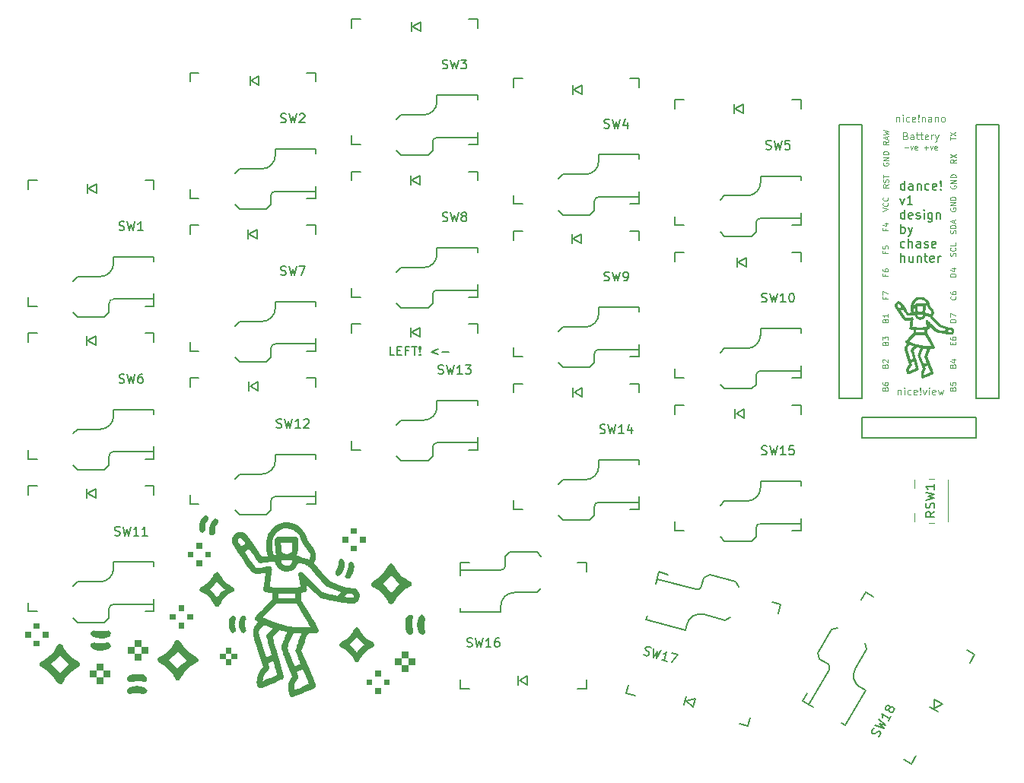
<source format=gbr>
G04 #@! TF.GenerationSoftware,KiCad,Pcbnew,7.0.8*
G04 #@! TF.CreationDate,2023-11-12T13:23:08-05:00*
G04 #@! TF.ProjectId,dancev2,64616e63-6576-4322-9e6b-696361645f70,1.0*
G04 #@! TF.SameCoordinates,Original*
G04 #@! TF.FileFunction,Legend,Top*
G04 #@! TF.FilePolarity,Positive*
%FSLAX46Y46*%
G04 Gerber Fmt 4.6, Leading zero omitted, Abs format (unit mm)*
G04 Created by KiCad (PCBNEW 7.0.8) date 2023-11-12 13:23:08*
%MOMM*%
%LPD*%
G01*
G04 APERTURE LIST*
%ADD10C,0.150000*%
%ADD11C,0.200000*%
%ADD12C,0.100000*%
%ADD13C,0.080000*%
%ADD14C,0.120000*%
G04 APERTURE END LIST*
D10*
X176465350Y-64439819D02*
X176465350Y-63439819D01*
X176465350Y-64392200D02*
X176370112Y-64439819D01*
X176370112Y-64439819D02*
X176179636Y-64439819D01*
X176179636Y-64439819D02*
X176084398Y-64392200D01*
X176084398Y-64392200D02*
X176036779Y-64344580D01*
X176036779Y-64344580D02*
X175989160Y-64249342D01*
X175989160Y-64249342D02*
X175989160Y-63963628D01*
X175989160Y-63963628D02*
X176036779Y-63868390D01*
X176036779Y-63868390D02*
X176084398Y-63820771D01*
X176084398Y-63820771D02*
X176179636Y-63773152D01*
X176179636Y-63773152D02*
X176370112Y-63773152D01*
X176370112Y-63773152D02*
X176465350Y-63820771D01*
X177370112Y-64439819D02*
X177370112Y-63916009D01*
X177370112Y-63916009D02*
X177322493Y-63820771D01*
X177322493Y-63820771D02*
X177227255Y-63773152D01*
X177227255Y-63773152D02*
X177036779Y-63773152D01*
X177036779Y-63773152D02*
X176941541Y-63820771D01*
X177370112Y-64392200D02*
X177274874Y-64439819D01*
X177274874Y-64439819D02*
X177036779Y-64439819D01*
X177036779Y-64439819D02*
X176941541Y-64392200D01*
X176941541Y-64392200D02*
X176893922Y-64296961D01*
X176893922Y-64296961D02*
X176893922Y-64201723D01*
X176893922Y-64201723D02*
X176941541Y-64106485D01*
X176941541Y-64106485D02*
X177036779Y-64058866D01*
X177036779Y-64058866D02*
X177274874Y-64058866D01*
X177274874Y-64058866D02*
X177370112Y-64011247D01*
X177846303Y-63773152D02*
X177846303Y-64439819D01*
X177846303Y-63868390D02*
X177893922Y-63820771D01*
X177893922Y-63820771D02*
X177989160Y-63773152D01*
X177989160Y-63773152D02*
X178132017Y-63773152D01*
X178132017Y-63773152D02*
X178227255Y-63820771D01*
X178227255Y-63820771D02*
X178274874Y-63916009D01*
X178274874Y-63916009D02*
X178274874Y-64439819D01*
X179179636Y-64392200D02*
X179084398Y-64439819D01*
X179084398Y-64439819D02*
X178893922Y-64439819D01*
X178893922Y-64439819D02*
X178798684Y-64392200D01*
X178798684Y-64392200D02*
X178751065Y-64344580D01*
X178751065Y-64344580D02*
X178703446Y-64249342D01*
X178703446Y-64249342D02*
X178703446Y-63963628D01*
X178703446Y-63963628D02*
X178751065Y-63868390D01*
X178751065Y-63868390D02*
X178798684Y-63820771D01*
X178798684Y-63820771D02*
X178893922Y-63773152D01*
X178893922Y-63773152D02*
X179084398Y-63773152D01*
X179084398Y-63773152D02*
X179179636Y-63820771D01*
X179989160Y-64392200D02*
X179893922Y-64439819D01*
X179893922Y-64439819D02*
X179703446Y-64439819D01*
X179703446Y-64439819D02*
X179608208Y-64392200D01*
X179608208Y-64392200D02*
X179560589Y-64296961D01*
X179560589Y-64296961D02*
X179560589Y-63916009D01*
X179560589Y-63916009D02*
X179608208Y-63820771D01*
X179608208Y-63820771D02*
X179703446Y-63773152D01*
X179703446Y-63773152D02*
X179893922Y-63773152D01*
X179893922Y-63773152D02*
X179989160Y-63820771D01*
X179989160Y-63820771D02*
X180036779Y-63916009D01*
X180036779Y-63916009D02*
X180036779Y-64011247D01*
X180036779Y-64011247D02*
X179560589Y-64106485D01*
X180465351Y-64344580D02*
X180512970Y-64392200D01*
X180512970Y-64392200D02*
X180465351Y-64439819D01*
X180465351Y-64439819D02*
X180417732Y-64392200D01*
X180417732Y-64392200D02*
X180465351Y-64344580D01*
X180465351Y-64344580D02*
X180465351Y-64439819D01*
X180465351Y-64058866D02*
X180417732Y-63487438D01*
X180417732Y-63487438D02*
X180465351Y-63439819D01*
X180465351Y-63439819D02*
X180512970Y-63487438D01*
X180512970Y-63487438D02*
X180465351Y-64058866D01*
X180465351Y-64058866D02*
X180465351Y-63439819D01*
X175941541Y-65383152D02*
X176179636Y-66049819D01*
X176179636Y-66049819D02*
X176417731Y-65383152D01*
X177322493Y-66049819D02*
X176751065Y-66049819D01*
X177036779Y-66049819D02*
X177036779Y-65049819D01*
X177036779Y-65049819D02*
X176941541Y-65192676D01*
X176941541Y-65192676D02*
X176846303Y-65287914D01*
X176846303Y-65287914D02*
X176751065Y-65335533D01*
X176465350Y-67659819D02*
X176465350Y-66659819D01*
X176465350Y-67612200D02*
X176370112Y-67659819D01*
X176370112Y-67659819D02*
X176179636Y-67659819D01*
X176179636Y-67659819D02*
X176084398Y-67612200D01*
X176084398Y-67612200D02*
X176036779Y-67564580D01*
X176036779Y-67564580D02*
X175989160Y-67469342D01*
X175989160Y-67469342D02*
X175989160Y-67183628D01*
X175989160Y-67183628D02*
X176036779Y-67088390D01*
X176036779Y-67088390D02*
X176084398Y-67040771D01*
X176084398Y-67040771D02*
X176179636Y-66993152D01*
X176179636Y-66993152D02*
X176370112Y-66993152D01*
X176370112Y-66993152D02*
X176465350Y-67040771D01*
X177322493Y-67612200D02*
X177227255Y-67659819D01*
X177227255Y-67659819D02*
X177036779Y-67659819D01*
X177036779Y-67659819D02*
X176941541Y-67612200D01*
X176941541Y-67612200D02*
X176893922Y-67516961D01*
X176893922Y-67516961D02*
X176893922Y-67136009D01*
X176893922Y-67136009D02*
X176941541Y-67040771D01*
X176941541Y-67040771D02*
X177036779Y-66993152D01*
X177036779Y-66993152D02*
X177227255Y-66993152D01*
X177227255Y-66993152D02*
X177322493Y-67040771D01*
X177322493Y-67040771D02*
X177370112Y-67136009D01*
X177370112Y-67136009D02*
X177370112Y-67231247D01*
X177370112Y-67231247D02*
X176893922Y-67326485D01*
X177751065Y-67612200D02*
X177846303Y-67659819D01*
X177846303Y-67659819D02*
X178036779Y-67659819D01*
X178036779Y-67659819D02*
X178132017Y-67612200D01*
X178132017Y-67612200D02*
X178179636Y-67516961D01*
X178179636Y-67516961D02*
X178179636Y-67469342D01*
X178179636Y-67469342D02*
X178132017Y-67374104D01*
X178132017Y-67374104D02*
X178036779Y-67326485D01*
X178036779Y-67326485D02*
X177893922Y-67326485D01*
X177893922Y-67326485D02*
X177798684Y-67278866D01*
X177798684Y-67278866D02*
X177751065Y-67183628D01*
X177751065Y-67183628D02*
X177751065Y-67136009D01*
X177751065Y-67136009D02*
X177798684Y-67040771D01*
X177798684Y-67040771D02*
X177893922Y-66993152D01*
X177893922Y-66993152D02*
X178036779Y-66993152D01*
X178036779Y-66993152D02*
X178132017Y-67040771D01*
X178608208Y-67659819D02*
X178608208Y-66993152D01*
X178608208Y-66659819D02*
X178560589Y-66707438D01*
X178560589Y-66707438D02*
X178608208Y-66755057D01*
X178608208Y-66755057D02*
X178655827Y-66707438D01*
X178655827Y-66707438D02*
X178608208Y-66659819D01*
X178608208Y-66659819D02*
X178608208Y-66755057D01*
X179512969Y-66993152D02*
X179512969Y-67802676D01*
X179512969Y-67802676D02*
X179465350Y-67897914D01*
X179465350Y-67897914D02*
X179417731Y-67945533D01*
X179417731Y-67945533D02*
X179322493Y-67993152D01*
X179322493Y-67993152D02*
X179179636Y-67993152D01*
X179179636Y-67993152D02*
X179084398Y-67945533D01*
X179512969Y-67612200D02*
X179417731Y-67659819D01*
X179417731Y-67659819D02*
X179227255Y-67659819D01*
X179227255Y-67659819D02*
X179132017Y-67612200D01*
X179132017Y-67612200D02*
X179084398Y-67564580D01*
X179084398Y-67564580D02*
X179036779Y-67469342D01*
X179036779Y-67469342D02*
X179036779Y-67183628D01*
X179036779Y-67183628D02*
X179084398Y-67088390D01*
X179084398Y-67088390D02*
X179132017Y-67040771D01*
X179132017Y-67040771D02*
X179227255Y-66993152D01*
X179227255Y-66993152D02*
X179417731Y-66993152D01*
X179417731Y-66993152D02*
X179512969Y-67040771D01*
X179989160Y-66993152D02*
X179989160Y-67659819D01*
X179989160Y-67088390D02*
X180036779Y-67040771D01*
X180036779Y-67040771D02*
X180132017Y-66993152D01*
X180132017Y-66993152D02*
X180274874Y-66993152D01*
X180274874Y-66993152D02*
X180370112Y-67040771D01*
X180370112Y-67040771D02*
X180417731Y-67136009D01*
X180417731Y-67136009D02*
X180417731Y-67659819D01*
X176036779Y-69269819D02*
X176036779Y-68269819D01*
X176036779Y-68650771D02*
X176132017Y-68603152D01*
X176132017Y-68603152D02*
X176322493Y-68603152D01*
X176322493Y-68603152D02*
X176417731Y-68650771D01*
X176417731Y-68650771D02*
X176465350Y-68698390D01*
X176465350Y-68698390D02*
X176512969Y-68793628D01*
X176512969Y-68793628D02*
X176512969Y-69079342D01*
X176512969Y-69079342D02*
X176465350Y-69174580D01*
X176465350Y-69174580D02*
X176417731Y-69222200D01*
X176417731Y-69222200D02*
X176322493Y-69269819D01*
X176322493Y-69269819D02*
X176132017Y-69269819D01*
X176132017Y-69269819D02*
X176036779Y-69222200D01*
X176846303Y-68603152D02*
X177084398Y-69269819D01*
X177322493Y-68603152D02*
X177084398Y-69269819D01*
X177084398Y-69269819D02*
X176989160Y-69507914D01*
X176989160Y-69507914D02*
X176941541Y-69555533D01*
X176941541Y-69555533D02*
X176846303Y-69603152D01*
X176465350Y-70832200D02*
X176370112Y-70879819D01*
X176370112Y-70879819D02*
X176179636Y-70879819D01*
X176179636Y-70879819D02*
X176084398Y-70832200D01*
X176084398Y-70832200D02*
X176036779Y-70784580D01*
X176036779Y-70784580D02*
X175989160Y-70689342D01*
X175989160Y-70689342D02*
X175989160Y-70403628D01*
X175989160Y-70403628D02*
X176036779Y-70308390D01*
X176036779Y-70308390D02*
X176084398Y-70260771D01*
X176084398Y-70260771D02*
X176179636Y-70213152D01*
X176179636Y-70213152D02*
X176370112Y-70213152D01*
X176370112Y-70213152D02*
X176465350Y-70260771D01*
X176893922Y-70879819D02*
X176893922Y-69879819D01*
X177322493Y-70879819D02*
X177322493Y-70356009D01*
X177322493Y-70356009D02*
X177274874Y-70260771D01*
X177274874Y-70260771D02*
X177179636Y-70213152D01*
X177179636Y-70213152D02*
X177036779Y-70213152D01*
X177036779Y-70213152D02*
X176941541Y-70260771D01*
X176941541Y-70260771D02*
X176893922Y-70308390D01*
X178227255Y-70879819D02*
X178227255Y-70356009D01*
X178227255Y-70356009D02*
X178179636Y-70260771D01*
X178179636Y-70260771D02*
X178084398Y-70213152D01*
X178084398Y-70213152D02*
X177893922Y-70213152D01*
X177893922Y-70213152D02*
X177798684Y-70260771D01*
X178227255Y-70832200D02*
X178132017Y-70879819D01*
X178132017Y-70879819D02*
X177893922Y-70879819D01*
X177893922Y-70879819D02*
X177798684Y-70832200D01*
X177798684Y-70832200D02*
X177751065Y-70736961D01*
X177751065Y-70736961D02*
X177751065Y-70641723D01*
X177751065Y-70641723D02*
X177798684Y-70546485D01*
X177798684Y-70546485D02*
X177893922Y-70498866D01*
X177893922Y-70498866D02*
X178132017Y-70498866D01*
X178132017Y-70498866D02*
X178227255Y-70451247D01*
X178655827Y-70832200D02*
X178751065Y-70879819D01*
X178751065Y-70879819D02*
X178941541Y-70879819D01*
X178941541Y-70879819D02*
X179036779Y-70832200D01*
X179036779Y-70832200D02*
X179084398Y-70736961D01*
X179084398Y-70736961D02*
X179084398Y-70689342D01*
X179084398Y-70689342D02*
X179036779Y-70594104D01*
X179036779Y-70594104D02*
X178941541Y-70546485D01*
X178941541Y-70546485D02*
X178798684Y-70546485D01*
X178798684Y-70546485D02*
X178703446Y-70498866D01*
X178703446Y-70498866D02*
X178655827Y-70403628D01*
X178655827Y-70403628D02*
X178655827Y-70356009D01*
X178655827Y-70356009D02*
X178703446Y-70260771D01*
X178703446Y-70260771D02*
X178798684Y-70213152D01*
X178798684Y-70213152D02*
X178941541Y-70213152D01*
X178941541Y-70213152D02*
X179036779Y-70260771D01*
X179893922Y-70832200D02*
X179798684Y-70879819D01*
X179798684Y-70879819D02*
X179608208Y-70879819D01*
X179608208Y-70879819D02*
X179512970Y-70832200D01*
X179512970Y-70832200D02*
X179465351Y-70736961D01*
X179465351Y-70736961D02*
X179465351Y-70356009D01*
X179465351Y-70356009D02*
X179512970Y-70260771D01*
X179512970Y-70260771D02*
X179608208Y-70213152D01*
X179608208Y-70213152D02*
X179798684Y-70213152D01*
X179798684Y-70213152D02*
X179893922Y-70260771D01*
X179893922Y-70260771D02*
X179941541Y-70356009D01*
X179941541Y-70356009D02*
X179941541Y-70451247D01*
X179941541Y-70451247D02*
X179465351Y-70546485D01*
X176036779Y-72489819D02*
X176036779Y-71489819D01*
X176465350Y-72489819D02*
X176465350Y-71966009D01*
X176465350Y-71966009D02*
X176417731Y-71870771D01*
X176417731Y-71870771D02*
X176322493Y-71823152D01*
X176322493Y-71823152D02*
X176179636Y-71823152D01*
X176179636Y-71823152D02*
X176084398Y-71870771D01*
X176084398Y-71870771D02*
X176036779Y-71918390D01*
X177370112Y-71823152D02*
X177370112Y-72489819D01*
X176941541Y-71823152D02*
X176941541Y-72346961D01*
X176941541Y-72346961D02*
X176989160Y-72442200D01*
X176989160Y-72442200D02*
X177084398Y-72489819D01*
X177084398Y-72489819D02*
X177227255Y-72489819D01*
X177227255Y-72489819D02*
X177322493Y-72442200D01*
X177322493Y-72442200D02*
X177370112Y-72394580D01*
X177846303Y-71823152D02*
X177846303Y-72489819D01*
X177846303Y-71918390D02*
X177893922Y-71870771D01*
X177893922Y-71870771D02*
X177989160Y-71823152D01*
X177989160Y-71823152D02*
X178132017Y-71823152D01*
X178132017Y-71823152D02*
X178227255Y-71870771D01*
X178227255Y-71870771D02*
X178274874Y-71966009D01*
X178274874Y-71966009D02*
X178274874Y-72489819D01*
X178608208Y-71823152D02*
X178989160Y-71823152D01*
X178751065Y-71489819D02*
X178751065Y-72346961D01*
X178751065Y-72346961D02*
X178798684Y-72442200D01*
X178798684Y-72442200D02*
X178893922Y-72489819D01*
X178893922Y-72489819D02*
X178989160Y-72489819D01*
X179703446Y-72442200D02*
X179608208Y-72489819D01*
X179608208Y-72489819D02*
X179417732Y-72489819D01*
X179417732Y-72489819D02*
X179322494Y-72442200D01*
X179322494Y-72442200D02*
X179274875Y-72346961D01*
X179274875Y-72346961D02*
X179274875Y-71966009D01*
X179274875Y-71966009D02*
X179322494Y-71870771D01*
X179322494Y-71870771D02*
X179417732Y-71823152D01*
X179417732Y-71823152D02*
X179608208Y-71823152D01*
X179608208Y-71823152D02*
X179703446Y-71870771D01*
X179703446Y-71870771D02*
X179751065Y-71966009D01*
X179751065Y-71966009D02*
X179751065Y-72061247D01*
X179751065Y-72061247D02*
X179274875Y-72156485D01*
X180179637Y-72489819D02*
X180179637Y-71823152D01*
X180179637Y-72013628D02*
X180227256Y-71918390D01*
X180227256Y-71918390D02*
X180274875Y-71870771D01*
X180274875Y-71870771D02*
X180370113Y-71823152D01*
X180370113Y-71823152D02*
X180465351Y-71823152D01*
D11*
X119645863Y-82867219D02*
X119169673Y-82867219D01*
X119169673Y-82867219D02*
X119169673Y-81867219D01*
X119979197Y-82343409D02*
X120312530Y-82343409D01*
X120455387Y-82867219D02*
X119979197Y-82867219D01*
X119979197Y-82867219D02*
X119979197Y-81867219D01*
X119979197Y-81867219D02*
X120455387Y-81867219D01*
X121217292Y-82343409D02*
X120883959Y-82343409D01*
X120883959Y-82867219D02*
X120883959Y-81867219D01*
X120883959Y-81867219D02*
X121360149Y-81867219D01*
X121598245Y-81867219D02*
X122169673Y-81867219D01*
X121883959Y-82867219D02*
X121883959Y-81867219D01*
X122503007Y-82771980D02*
X122550626Y-82819600D01*
X122550626Y-82819600D02*
X122503007Y-82867219D01*
X122503007Y-82867219D02*
X122455388Y-82819600D01*
X122455388Y-82819600D02*
X122503007Y-82771980D01*
X122503007Y-82771980D02*
X122503007Y-82867219D01*
X122503007Y-82486266D02*
X122455388Y-81914838D01*
X122455388Y-81914838D02*
X122503007Y-81867219D01*
X122503007Y-81867219D02*
X122550626Y-81914838D01*
X122550626Y-81914838D02*
X122503007Y-82486266D01*
X122503007Y-82486266D02*
X122503007Y-81867219D01*
X124503007Y-82200552D02*
X123741102Y-82486266D01*
X123741102Y-82486266D02*
X124503007Y-82771980D01*
X124979197Y-82486266D02*
X125741102Y-82486266D01*
D12*
X175704763Y-86731561D02*
X175704763Y-87264895D01*
X175704763Y-86807752D02*
X175742858Y-86769657D01*
X175742858Y-86769657D02*
X175819048Y-86731561D01*
X175819048Y-86731561D02*
X175933334Y-86731561D01*
X175933334Y-86731561D02*
X176009525Y-86769657D01*
X176009525Y-86769657D02*
X176047620Y-86845847D01*
X176047620Y-86845847D02*
X176047620Y-87264895D01*
X176428573Y-87264895D02*
X176428573Y-86731561D01*
X176428573Y-86464895D02*
X176390477Y-86502990D01*
X176390477Y-86502990D02*
X176428573Y-86541085D01*
X176428573Y-86541085D02*
X176466668Y-86502990D01*
X176466668Y-86502990D02*
X176428573Y-86464895D01*
X176428573Y-86464895D02*
X176428573Y-86541085D01*
X177152382Y-87226800D02*
X177076191Y-87264895D01*
X177076191Y-87264895D02*
X176923810Y-87264895D01*
X176923810Y-87264895D02*
X176847620Y-87226800D01*
X176847620Y-87226800D02*
X176809525Y-87188704D01*
X176809525Y-87188704D02*
X176771429Y-87112514D01*
X176771429Y-87112514D02*
X176771429Y-86883942D01*
X176771429Y-86883942D02*
X176809525Y-86807752D01*
X176809525Y-86807752D02*
X176847620Y-86769657D01*
X176847620Y-86769657D02*
X176923810Y-86731561D01*
X176923810Y-86731561D02*
X177076191Y-86731561D01*
X177076191Y-86731561D02*
X177152382Y-86769657D01*
X177800001Y-87226800D02*
X177723810Y-87264895D01*
X177723810Y-87264895D02*
X177571429Y-87264895D01*
X177571429Y-87264895D02*
X177495239Y-87226800D01*
X177495239Y-87226800D02*
X177457143Y-87150609D01*
X177457143Y-87150609D02*
X177457143Y-86845847D01*
X177457143Y-86845847D02*
X177495239Y-86769657D01*
X177495239Y-86769657D02*
X177571429Y-86731561D01*
X177571429Y-86731561D02*
X177723810Y-86731561D01*
X177723810Y-86731561D02*
X177800001Y-86769657D01*
X177800001Y-86769657D02*
X177838096Y-86845847D01*
X177838096Y-86845847D02*
X177838096Y-86922038D01*
X177838096Y-86922038D02*
X177457143Y-86998228D01*
X178180953Y-87188704D02*
X178219048Y-87226800D01*
X178219048Y-87226800D02*
X178180953Y-87264895D01*
X178180953Y-87264895D02*
X178142857Y-87226800D01*
X178142857Y-87226800D02*
X178180953Y-87188704D01*
X178180953Y-87188704D02*
X178180953Y-87264895D01*
X178180953Y-86960133D02*
X178142857Y-86502990D01*
X178142857Y-86502990D02*
X178180953Y-86464895D01*
X178180953Y-86464895D02*
X178219048Y-86502990D01*
X178219048Y-86502990D02*
X178180953Y-86960133D01*
X178180953Y-86960133D02*
X178180953Y-86464895D01*
X178485714Y-86731561D02*
X178676190Y-87264895D01*
X178676190Y-87264895D02*
X178866667Y-86731561D01*
X179171429Y-87264895D02*
X179171429Y-86731561D01*
X179171429Y-86464895D02*
X179133333Y-86502990D01*
X179133333Y-86502990D02*
X179171429Y-86541085D01*
X179171429Y-86541085D02*
X179209524Y-86502990D01*
X179209524Y-86502990D02*
X179171429Y-86464895D01*
X179171429Y-86464895D02*
X179171429Y-86541085D01*
X179857143Y-87226800D02*
X179780952Y-87264895D01*
X179780952Y-87264895D02*
X179628571Y-87264895D01*
X179628571Y-87264895D02*
X179552381Y-87226800D01*
X179552381Y-87226800D02*
X179514285Y-87150609D01*
X179514285Y-87150609D02*
X179514285Y-86845847D01*
X179514285Y-86845847D02*
X179552381Y-86769657D01*
X179552381Y-86769657D02*
X179628571Y-86731561D01*
X179628571Y-86731561D02*
X179780952Y-86731561D01*
X179780952Y-86731561D02*
X179857143Y-86769657D01*
X179857143Y-86769657D02*
X179895238Y-86845847D01*
X179895238Y-86845847D02*
X179895238Y-86922038D01*
X179895238Y-86922038D02*
X179514285Y-86998228D01*
X180161904Y-86731561D02*
X180314285Y-87264895D01*
X180314285Y-87264895D02*
X180466666Y-86883942D01*
X180466666Y-86883942D02*
X180619047Y-87264895D01*
X180619047Y-87264895D02*
X180771428Y-86731561D01*
X175514285Y-56331561D02*
X175514285Y-56864895D01*
X175514285Y-56407752D02*
X175552380Y-56369657D01*
X175552380Y-56369657D02*
X175628570Y-56331561D01*
X175628570Y-56331561D02*
X175742856Y-56331561D01*
X175742856Y-56331561D02*
X175819047Y-56369657D01*
X175819047Y-56369657D02*
X175857142Y-56445847D01*
X175857142Y-56445847D02*
X175857142Y-56864895D01*
X176238095Y-56864895D02*
X176238095Y-56331561D01*
X176238095Y-56064895D02*
X176199999Y-56102990D01*
X176199999Y-56102990D02*
X176238095Y-56141085D01*
X176238095Y-56141085D02*
X176276190Y-56102990D01*
X176276190Y-56102990D02*
X176238095Y-56064895D01*
X176238095Y-56064895D02*
X176238095Y-56141085D01*
X176961904Y-56826800D02*
X176885713Y-56864895D01*
X176885713Y-56864895D02*
X176733332Y-56864895D01*
X176733332Y-56864895D02*
X176657142Y-56826800D01*
X176657142Y-56826800D02*
X176619047Y-56788704D01*
X176619047Y-56788704D02*
X176580951Y-56712514D01*
X176580951Y-56712514D02*
X176580951Y-56483942D01*
X176580951Y-56483942D02*
X176619047Y-56407752D01*
X176619047Y-56407752D02*
X176657142Y-56369657D01*
X176657142Y-56369657D02*
X176733332Y-56331561D01*
X176733332Y-56331561D02*
X176885713Y-56331561D01*
X176885713Y-56331561D02*
X176961904Y-56369657D01*
X177609523Y-56826800D02*
X177533332Y-56864895D01*
X177533332Y-56864895D02*
X177380951Y-56864895D01*
X177380951Y-56864895D02*
X177304761Y-56826800D01*
X177304761Y-56826800D02*
X177266665Y-56750609D01*
X177266665Y-56750609D02*
X177266665Y-56445847D01*
X177266665Y-56445847D02*
X177304761Y-56369657D01*
X177304761Y-56369657D02*
X177380951Y-56331561D01*
X177380951Y-56331561D02*
X177533332Y-56331561D01*
X177533332Y-56331561D02*
X177609523Y-56369657D01*
X177609523Y-56369657D02*
X177647618Y-56445847D01*
X177647618Y-56445847D02*
X177647618Y-56522038D01*
X177647618Y-56522038D02*
X177266665Y-56598228D01*
X177990475Y-56788704D02*
X178028570Y-56826800D01*
X178028570Y-56826800D02*
X177990475Y-56864895D01*
X177990475Y-56864895D02*
X177952379Y-56826800D01*
X177952379Y-56826800D02*
X177990475Y-56788704D01*
X177990475Y-56788704D02*
X177990475Y-56864895D01*
X177990475Y-56560133D02*
X177952379Y-56102990D01*
X177952379Y-56102990D02*
X177990475Y-56064895D01*
X177990475Y-56064895D02*
X178028570Y-56102990D01*
X178028570Y-56102990D02*
X177990475Y-56560133D01*
X177990475Y-56560133D02*
X177990475Y-56064895D01*
X178371427Y-56331561D02*
X178371427Y-56864895D01*
X178371427Y-56407752D02*
X178409522Y-56369657D01*
X178409522Y-56369657D02*
X178485712Y-56331561D01*
X178485712Y-56331561D02*
X178599998Y-56331561D01*
X178599998Y-56331561D02*
X178676189Y-56369657D01*
X178676189Y-56369657D02*
X178714284Y-56445847D01*
X178714284Y-56445847D02*
X178714284Y-56864895D01*
X179438094Y-56864895D02*
X179438094Y-56445847D01*
X179438094Y-56445847D02*
X179399999Y-56369657D01*
X179399999Y-56369657D02*
X179323808Y-56331561D01*
X179323808Y-56331561D02*
X179171427Y-56331561D01*
X179171427Y-56331561D02*
X179095237Y-56369657D01*
X179438094Y-56826800D02*
X179361903Y-56864895D01*
X179361903Y-56864895D02*
X179171427Y-56864895D01*
X179171427Y-56864895D02*
X179095237Y-56826800D01*
X179095237Y-56826800D02*
X179057141Y-56750609D01*
X179057141Y-56750609D02*
X179057141Y-56674419D01*
X179057141Y-56674419D02*
X179095237Y-56598228D01*
X179095237Y-56598228D02*
X179171427Y-56560133D01*
X179171427Y-56560133D02*
X179361903Y-56560133D01*
X179361903Y-56560133D02*
X179438094Y-56522038D01*
X179819047Y-56331561D02*
X179819047Y-56864895D01*
X179819047Y-56407752D02*
X179857142Y-56369657D01*
X179857142Y-56369657D02*
X179933332Y-56331561D01*
X179933332Y-56331561D02*
X180047618Y-56331561D01*
X180047618Y-56331561D02*
X180123809Y-56369657D01*
X180123809Y-56369657D02*
X180161904Y-56445847D01*
X180161904Y-56445847D02*
X180161904Y-56864895D01*
X180657142Y-56864895D02*
X180580952Y-56826800D01*
X180580952Y-56826800D02*
X180542857Y-56788704D01*
X180542857Y-56788704D02*
X180504761Y-56712514D01*
X180504761Y-56712514D02*
X180504761Y-56483942D01*
X180504761Y-56483942D02*
X180542857Y-56407752D01*
X180542857Y-56407752D02*
X180580952Y-56369657D01*
X180580952Y-56369657D02*
X180657142Y-56331561D01*
X180657142Y-56331561D02*
X180771428Y-56331561D01*
X180771428Y-56331561D02*
X180847619Y-56369657D01*
X180847619Y-56369657D02*
X180885714Y-56407752D01*
X180885714Y-56407752D02*
X180923809Y-56483942D01*
X180923809Y-56483942D02*
X180923809Y-56712514D01*
X180923809Y-56712514D02*
X180885714Y-56788704D01*
X180885714Y-56788704D02*
X180847619Y-56826800D01*
X180847619Y-56826800D02*
X180771428Y-56864895D01*
X180771428Y-56864895D02*
X180657142Y-56864895D01*
D10*
X89021667Y-68902200D02*
X89164524Y-68949819D01*
X89164524Y-68949819D02*
X89402619Y-68949819D01*
X89402619Y-68949819D02*
X89497857Y-68902200D01*
X89497857Y-68902200D02*
X89545476Y-68854580D01*
X89545476Y-68854580D02*
X89593095Y-68759342D01*
X89593095Y-68759342D02*
X89593095Y-68664104D01*
X89593095Y-68664104D02*
X89545476Y-68568866D01*
X89545476Y-68568866D02*
X89497857Y-68521247D01*
X89497857Y-68521247D02*
X89402619Y-68473628D01*
X89402619Y-68473628D02*
X89212143Y-68426009D01*
X89212143Y-68426009D02*
X89116905Y-68378390D01*
X89116905Y-68378390D02*
X89069286Y-68330771D01*
X89069286Y-68330771D02*
X89021667Y-68235533D01*
X89021667Y-68235533D02*
X89021667Y-68140295D01*
X89021667Y-68140295D02*
X89069286Y-68045057D01*
X89069286Y-68045057D02*
X89116905Y-67997438D01*
X89116905Y-67997438D02*
X89212143Y-67949819D01*
X89212143Y-67949819D02*
X89450238Y-67949819D01*
X89450238Y-67949819D02*
X89593095Y-67997438D01*
X89926429Y-67949819D02*
X90164524Y-68949819D01*
X90164524Y-68949819D02*
X90355000Y-68235533D01*
X90355000Y-68235533D02*
X90545476Y-68949819D01*
X90545476Y-68949819D02*
X90783572Y-67949819D01*
X91688333Y-68949819D02*
X91116905Y-68949819D01*
X91402619Y-68949819D02*
X91402619Y-67949819D01*
X91402619Y-67949819D02*
X91307381Y-68092676D01*
X91307381Y-68092676D02*
X91212143Y-68187914D01*
X91212143Y-68187914D02*
X91116905Y-68235533D01*
X107021667Y-56902200D02*
X107164524Y-56949819D01*
X107164524Y-56949819D02*
X107402619Y-56949819D01*
X107402619Y-56949819D02*
X107497857Y-56902200D01*
X107497857Y-56902200D02*
X107545476Y-56854580D01*
X107545476Y-56854580D02*
X107593095Y-56759342D01*
X107593095Y-56759342D02*
X107593095Y-56664104D01*
X107593095Y-56664104D02*
X107545476Y-56568866D01*
X107545476Y-56568866D02*
X107497857Y-56521247D01*
X107497857Y-56521247D02*
X107402619Y-56473628D01*
X107402619Y-56473628D02*
X107212143Y-56426009D01*
X107212143Y-56426009D02*
X107116905Y-56378390D01*
X107116905Y-56378390D02*
X107069286Y-56330771D01*
X107069286Y-56330771D02*
X107021667Y-56235533D01*
X107021667Y-56235533D02*
X107021667Y-56140295D01*
X107021667Y-56140295D02*
X107069286Y-56045057D01*
X107069286Y-56045057D02*
X107116905Y-55997438D01*
X107116905Y-55997438D02*
X107212143Y-55949819D01*
X107212143Y-55949819D02*
X107450238Y-55949819D01*
X107450238Y-55949819D02*
X107593095Y-55997438D01*
X107926429Y-55949819D02*
X108164524Y-56949819D01*
X108164524Y-56949819D02*
X108355000Y-56235533D01*
X108355000Y-56235533D02*
X108545476Y-56949819D01*
X108545476Y-56949819D02*
X108783572Y-55949819D01*
X109116905Y-56045057D02*
X109164524Y-55997438D01*
X109164524Y-55997438D02*
X109259762Y-55949819D01*
X109259762Y-55949819D02*
X109497857Y-55949819D01*
X109497857Y-55949819D02*
X109593095Y-55997438D01*
X109593095Y-55997438D02*
X109640714Y-56045057D01*
X109640714Y-56045057D02*
X109688333Y-56140295D01*
X109688333Y-56140295D02*
X109688333Y-56235533D01*
X109688333Y-56235533D02*
X109640714Y-56378390D01*
X109640714Y-56378390D02*
X109069286Y-56949819D01*
X109069286Y-56949819D02*
X109688333Y-56949819D01*
X125021667Y-50902200D02*
X125164524Y-50949819D01*
X125164524Y-50949819D02*
X125402619Y-50949819D01*
X125402619Y-50949819D02*
X125497857Y-50902200D01*
X125497857Y-50902200D02*
X125545476Y-50854580D01*
X125545476Y-50854580D02*
X125593095Y-50759342D01*
X125593095Y-50759342D02*
X125593095Y-50664104D01*
X125593095Y-50664104D02*
X125545476Y-50568866D01*
X125545476Y-50568866D02*
X125497857Y-50521247D01*
X125497857Y-50521247D02*
X125402619Y-50473628D01*
X125402619Y-50473628D02*
X125212143Y-50426009D01*
X125212143Y-50426009D02*
X125116905Y-50378390D01*
X125116905Y-50378390D02*
X125069286Y-50330771D01*
X125069286Y-50330771D02*
X125021667Y-50235533D01*
X125021667Y-50235533D02*
X125021667Y-50140295D01*
X125021667Y-50140295D02*
X125069286Y-50045057D01*
X125069286Y-50045057D02*
X125116905Y-49997438D01*
X125116905Y-49997438D02*
X125212143Y-49949819D01*
X125212143Y-49949819D02*
X125450238Y-49949819D01*
X125450238Y-49949819D02*
X125593095Y-49997438D01*
X125926429Y-49949819D02*
X126164524Y-50949819D01*
X126164524Y-50949819D02*
X126355000Y-50235533D01*
X126355000Y-50235533D02*
X126545476Y-50949819D01*
X126545476Y-50949819D02*
X126783572Y-49949819D01*
X127069286Y-49949819D02*
X127688333Y-49949819D01*
X127688333Y-49949819D02*
X127355000Y-50330771D01*
X127355000Y-50330771D02*
X127497857Y-50330771D01*
X127497857Y-50330771D02*
X127593095Y-50378390D01*
X127593095Y-50378390D02*
X127640714Y-50426009D01*
X127640714Y-50426009D02*
X127688333Y-50521247D01*
X127688333Y-50521247D02*
X127688333Y-50759342D01*
X127688333Y-50759342D02*
X127640714Y-50854580D01*
X127640714Y-50854580D02*
X127593095Y-50902200D01*
X127593095Y-50902200D02*
X127497857Y-50949819D01*
X127497857Y-50949819D02*
X127212143Y-50949819D01*
X127212143Y-50949819D02*
X127116905Y-50902200D01*
X127116905Y-50902200D02*
X127069286Y-50854580D01*
X143021667Y-57522200D02*
X143164524Y-57569819D01*
X143164524Y-57569819D02*
X143402619Y-57569819D01*
X143402619Y-57569819D02*
X143497857Y-57522200D01*
X143497857Y-57522200D02*
X143545476Y-57474580D01*
X143545476Y-57474580D02*
X143593095Y-57379342D01*
X143593095Y-57379342D02*
X143593095Y-57284104D01*
X143593095Y-57284104D02*
X143545476Y-57188866D01*
X143545476Y-57188866D02*
X143497857Y-57141247D01*
X143497857Y-57141247D02*
X143402619Y-57093628D01*
X143402619Y-57093628D02*
X143212143Y-57046009D01*
X143212143Y-57046009D02*
X143116905Y-56998390D01*
X143116905Y-56998390D02*
X143069286Y-56950771D01*
X143069286Y-56950771D02*
X143021667Y-56855533D01*
X143021667Y-56855533D02*
X143021667Y-56760295D01*
X143021667Y-56760295D02*
X143069286Y-56665057D01*
X143069286Y-56665057D02*
X143116905Y-56617438D01*
X143116905Y-56617438D02*
X143212143Y-56569819D01*
X143212143Y-56569819D02*
X143450238Y-56569819D01*
X143450238Y-56569819D02*
X143593095Y-56617438D01*
X143926429Y-56569819D02*
X144164524Y-57569819D01*
X144164524Y-57569819D02*
X144355000Y-56855533D01*
X144355000Y-56855533D02*
X144545476Y-57569819D01*
X144545476Y-57569819D02*
X144783572Y-56569819D01*
X145593095Y-56903152D02*
X145593095Y-57569819D01*
X145355000Y-56522200D02*
X145116905Y-57236485D01*
X145116905Y-57236485D02*
X145735952Y-57236485D01*
X161021667Y-59902200D02*
X161164524Y-59949819D01*
X161164524Y-59949819D02*
X161402619Y-59949819D01*
X161402619Y-59949819D02*
X161497857Y-59902200D01*
X161497857Y-59902200D02*
X161545476Y-59854580D01*
X161545476Y-59854580D02*
X161593095Y-59759342D01*
X161593095Y-59759342D02*
X161593095Y-59664104D01*
X161593095Y-59664104D02*
X161545476Y-59568866D01*
X161545476Y-59568866D02*
X161497857Y-59521247D01*
X161497857Y-59521247D02*
X161402619Y-59473628D01*
X161402619Y-59473628D02*
X161212143Y-59426009D01*
X161212143Y-59426009D02*
X161116905Y-59378390D01*
X161116905Y-59378390D02*
X161069286Y-59330771D01*
X161069286Y-59330771D02*
X161021667Y-59235533D01*
X161021667Y-59235533D02*
X161021667Y-59140295D01*
X161021667Y-59140295D02*
X161069286Y-59045057D01*
X161069286Y-59045057D02*
X161116905Y-58997438D01*
X161116905Y-58997438D02*
X161212143Y-58949819D01*
X161212143Y-58949819D02*
X161450238Y-58949819D01*
X161450238Y-58949819D02*
X161593095Y-58997438D01*
X161926429Y-58949819D02*
X162164524Y-59949819D01*
X162164524Y-59949819D02*
X162355000Y-59235533D01*
X162355000Y-59235533D02*
X162545476Y-59949819D01*
X162545476Y-59949819D02*
X162783572Y-58949819D01*
X163640714Y-58949819D02*
X163164524Y-58949819D01*
X163164524Y-58949819D02*
X163116905Y-59426009D01*
X163116905Y-59426009D02*
X163164524Y-59378390D01*
X163164524Y-59378390D02*
X163259762Y-59330771D01*
X163259762Y-59330771D02*
X163497857Y-59330771D01*
X163497857Y-59330771D02*
X163593095Y-59378390D01*
X163593095Y-59378390D02*
X163640714Y-59426009D01*
X163640714Y-59426009D02*
X163688333Y-59521247D01*
X163688333Y-59521247D02*
X163688333Y-59759342D01*
X163688333Y-59759342D02*
X163640714Y-59854580D01*
X163640714Y-59854580D02*
X163593095Y-59902200D01*
X163593095Y-59902200D02*
X163497857Y-59949819D01*
X163497857Y-59949819D02*
X163259762Y-59949819D01*
X163259762Y-59949819D02*
X163164524Y-59902200D01*
X163164524Y-59902200D02*
X163116905Y-59854580D01*
X89021667Y-85902200D02*
X89164524Y-85949819D01*
X89164524Y-85949819D02*
X89402619Y-85949819D01*
X89402619Y-85949819D02*
X89497857Y-85902200D01*
X89497857Y-85902200D02*
X89545476Y-85854580D01*
X89545476Y-85854580D02*
X89593095Y-85759342D01*
X89593095Y-85759342D02*
X89593095Y-85664104D01*
X89593095Y-85664104D02*
X89545476Y-85568866D01*
X89545476Y-85568866D02*
X89497857Y-85521247D01*
X89497857Y-85521247D02*
X89402619Y-85473628D01*
X89402619Y-85473628D02*
X89212143Y-85426009D01*
X89212143Y-85426009D02*
X89116905Y-85378390D01*
X89116905Y-85378390D02*
X89069286Y-85330771D01*
X89069286Y-85330771D02*
X89021667Y-85235533D01*
X89021667Y-85235533D02*
X89021667Y-85140295D01*
X89021667Y-85140295D02*
X89069286Y-85045057D01*
X89069286Y-85045057D02*
X89116905Y-84997438D01*
X89116905Y-84997438D02*
X89212143Y-84949819D01*
X89212143Y-84949819D02*
X89450238Y-84949819D01*
X89450238Y-84949819D02*
X89593095Y-84997438D01*
X89926429Y-84949819D02*
X90164524Y-85949819D01*
X90164524Y-85949819D02*
X90355000Y-85235533D01*
X90355000Y-85235533D02*
X90545476Y-85949819D01*
X90545476Y-85949819D02*
X90783572Y-84949819D01*
X91593095Y-84949819D02*
X91402619Y-84949819D01*
X91402619Y-84949819D02*
X91307381Y-84997438D01*
X91307381Y-84997438D02*
X91259762Y-85045057D01*
X91259762Y-85045057D02*
X91164524Y-85187914D01*
X91164524Y-85187914D02*
X91116905Y-85378390D01*
X91116905Y-85378390D02*
X91116905Y-85759342D01*
X91116905Y-85759342D02*
X91164524Y-85854580D01*
X91164524Y-85854580D02*
X91212143Y-85902200D01*
X91212143Y-85902200D02*
X91307381Y-85949819D01*
X91307381Y-85949819D02*
X91497857Y-85949819D01*
X91497857Y-85949819D02*
X91593095Y-85902200D01*
X91593095Y-85902200D02*
X91640714Y-85854580D01*
X91640714Y-85854580D02*
X91688333Y-85759342D01*
X91688333Y-85759342D02*
X91688333Y-85521247D01*
X91688333Y-85521247D02*
X91640714Y-85426009D01*
X91640714Y-85426009D02*
X91593095Y-85378390D01*
X91593095Y-85378390D02*
X91497857Y-85330771D01*
X91497857Y-85330771D02*
X91307381Y-85330771D01*
X91307381Y-85330771D02*
X91212143Y-85378390D01*
X91212143Y-85378390D02*
X91164524Y-85426009D01*
X91164524Y-85426009D02*
X91116905Y-85521247D01*
X107021667Y-73902200D02*
X107164524Y-73949819D01*
X107164524Y-73949819D02*
X107402619Y-73949819D01*
X107402619Y-73949819D02*
X107497857Y-73902200D01*
X107497857Y-73902200D02*
X107545476Y-73854580D01*
X107545476Y-73854580D02*
X107593095Y-73759342D01*
X107593095Y-73759342D02*
X107593095Y-73664104D01*
X107593095Y-73664104D02*
X107545476Y-73568866D01*
X107545476Y-73568866D02*
X107497857Y-73521247D01*
X107497857Y-73521247D02*
X107402619Y-73473628D01*
X107402619Y-73473628D02*
X107212143Y-73426009D01*
X107212143Y-73426009D02*
X107116905Y-73378390D01*
X107116905Y-73378390D02*
X107069286Y-73330771D01*
X107069286Y-73330771D02*
X107021667Y-73235533D01*
X107021667Y-73235533D02*
X107021667Y-73140295D01*
X107021667Y-73140295D02*
X107069286Y-73045057D01*
X107069286Y-73045057D02*
X107116905Y-72997438D01*
X107116905Y-72997438D02*
X107212143Y-72949819D01*
X107212143Y-72949819D02*
X107450238Y-72949819D01*
X107450238Y-72949819D02*
X107593095Y-72997438D01*
X107926429Y-72949819D02*
X108164524Y-73949819D01*
X108164524Y-73949819D02*
X108355000Y-73235533D01*
X108355000Y-73235533D02*
X108545476Y-73949819D01*
X108545476Y-73949819D02*
X108783572Y-72949819D01*
X109069286Y-72949819D02*
X109735952Y-72949819D01*
X109735952Y-72949819D02*
X109307381Y-73949819D01*
X125021667Y-67902200D02*
X125164524Y-67949819D01*
X125164524Y-67949819D02*
X125402619Y-67949819D01*
X125402619Y-67949819D02*
X125497857Y-67902200D01*
X125497857Y-67902200D02*
X125545476Y-67854580D01*
X125545476Y-67854580D02*
X125593095Y-67759342D01*
X125593095Y-67759342D02*
X125593095Y-67664104D01*
X125593095Y-67664104D02*
X125545476Y-67568866D01*
X125545476Y-67568866D02*
X125497857Y-67521247D01*
X125497857Y-67521247D02*
X125402619Y-67473628D01*
X125402619Y-67473628D02*
X125212143Y-67426009D01*
X125212143Y-67426009D02*
X125116905Y-67378390D01*
X125116905Y-67378390D02*
X125069286Y-67330771D01*
X125069286Y-67330771D02*
X125021667Y-67235533D01*
X125021667Y-67235533D02*
X125021667Y-67140295D01*
X125021667Y-67140295D02*
X125069286Y-67045057D01*
X125069286Y-67045057D02*
X125116905Y-66997438D01*
X125116905Y-66997438D02*
X125212143Y-66949819D01*
X125212143Y-66949819D02*
X125450238Y-66949819D01*
X125450238Y-66949819D02*
X125593095Y-66997438D01*
X125926429Y-66949819D02*
X126164524Y-67949819D01*
X126164524Y-67949819D02*
X126355000Y-67235533D01*
X126355000Y-67235533D02*
X126545476Y-67949819D01*
X126545476Y-67949819D02*
X126783572Y-66949819D01*
X127307381Y-67378390D02*
X127212143Y-67330771D01*
X127212143Y-67330771D02*
X127164524Y-67283152D01*
X127164524Y-67283152D02*
X127116905Y-67187914D01*
X127116905Y-67187914D02*
X127116905Y-67140295D01*
X127116905Y-67140295D02*
X127164524Y-67045057D01*
X127164524Y-67045057D02*
X127212143Y-66997438D01*
X127212143Y-66997438D02*
X127307381Y-66949819D01*
X127307381Y-66949819D02*
X127497857Y-66949819D01*
X127497857Y-66949819D02*
X127593095Y-66997438D01*
X127593095Y-66997438D02*
X127640714Y-67045057D01*
X127640714Y-67045057D02*
X127688333Y-67140295D01*
X127688333Y-67140295D02*
X127688333Y-67187914D01*
X127688333Y-67187914D02*
X127640714Y-67283152D01*
X127640714Y-67283152D02*
X127593095Y-67330771D01*
X127593095Y-67330771D02*
X127497857Y-67378390D01*
X127497857Y-67378390D02*
X127307381Y-67378390D01*
X127307381Y-67378390D02*
X127212143Y-67426009D01*
X127212143Y-67426009D02*
X127164524Y-67473628D01*
X127164524Y-67473628D02*
X127116905Y-67568866D01*
X127116905Y-67568866D02*
X127116905Y-67759342D01*
X127116905Y-67759342D02*
X127164524Y-67854580D01*
X127164524Y-67854580D02*
X127212143Y-67902200D01*
X127212143Y-67902200D02*
X127307381Y-67949819D01*
X127307381Y-67949819D02*
X127497857Y-67949819D01*
X127497857Y-67949819D02*
X127593095Y-67902200D01*
X127593095Y-67902200D02*
X127640714Y-67854580D01*
X127640714Y-67854580D02*
X127688333Y-67759342D01*
X127688333Y-67759342D02*
X127688333Y-67568866D01*
X127688333Y-67568866D02*
X127640714Y-67473628D01*
X127640714Y-67473628D02*
X127593095Y-67426009D01*
X127593095Y-67426009D02*
X127497857Y-67378390D01*
X143021667Y-74522200D02*
X143164524Y-74569819D01*
X143164524Y-74569819D02*
X143402619Y-74569819D01*
X143402619Y-74569819D02*
X143497857Y-74522200D01*
X143497857Y-74522200D02*
X143545476Y-74474580D01*
X143545476Y-74474580D02*
X143593095Y-74379342D01*
X143593095Y-74379342D02*
X143593095Y-74284104D01*
X143593095Y-74284104D02*
X143545476Y-74188866D01*
X143545476Y-74188866D02*
X143497857Y-74141247D01*
X143497857Y-74141247D02*
X143402619Y-74093628D01*
X143402619Y-74093628D02*
X143212143Y-74046009D01*
X143212143Y-74046009D02*
X143116905Y-73998390D01*
X143116905Y-73998390D02*
X143069286Y-73950771D01*
X143069286Y-73950771D02*
X143021667Y-73855533D01*
X143021667Y-73855533D02*
X143021667Y-73760295D01*
X143021667Y-73760295D02*
X143069286Y-73665057D01*
X143069286Y-73665057D02*
X143116905Y-73617438D01*
X143116905Y-73617438D02*
X143212143Y-73569819D01*
X143212143Y-73569819D02*
X143450238Y-73569819D01*
X143450238Y-73569819D02*
X143593095Y-73617438D01*
X143926429Y-73569819D02*
X144164524Y-74569819D01*
X144164524Y-74569819D02*
X144355000Y-73855533D01*
X144355000Y-73855533D02*
X144545476Y-74569819D01*
X144545476Y-74569819D02*
X144783572Y-73569819D01*
X145212143Y-74569819D02*
X145402619Y-74569819D01*
X145402619Y-74569819D02*
X145497857Y-74522200D01*
X145497857Y-74522200D02*
X145545476Y-74474580D01*
X145545476Y-74474580D02*
X145640714Y-74331723D01*
X145640714Y-74331723D02*
X145688333Y-74141247D01*
X145688333Y-74141247D02*
X145688333Y-73760295D01*
X145688333Y-73760295D02*
X145640714Y-73665057D01*
X145640714Y-73665057D02*
X145593095Y-73617438D01*
X145593095Y-73617438D02*
X145497857Y-73569819D01*
X145497857Y-73569819D02*
X145307381Y-73569819D01*
X145307381Y-73569819D02*
X145212143Y-73617438D01*
X145212143Y-73617438D02*
X145164524Y-73665057D01*
X145164524Y-73665057D02*
X145116905Y-73760295D01*
X145116905Y-73760295D02*
X145116905Y-73998390D01*
X145116905Y-73998390D02*
X145164524Y-74093628D01*
X145164524Y-74093628D02*
X145212143Y-74141247D01*
X145212143Y-74141247D02*
X145307381Y-74188866D01*
X145307381Y-74188866D02*
X145497857Y-74188866D01*
X145497857Y-74188866D02*
X145593095Y-74141247D01*
X145593095Y-74141247D02*
X145640714Y-74093628D01*
X145640714Y-74093628D02*
X145688333Y-73998390D01*
X160545476Y-76902200D02*
X160688333Y-76949819D01*
X160688333Y-76949819D02*
X160926428Y-76949819D01*
X160926428Y-76949819D02*
X161021666Y-76902200D01*
X161021666Y-76902200D02*
X161069285Y-76854580D01*
X161069285Y-76854580D02*
X161116904Y-76759342D01*
X161116904Y-76759342D02*
X161116904Y-76664104D01*
X161116904Y-76664104D02*
X161069285Y-76568866D01*
X161069285Y-76568866D02*
X161021666Y-76521247D01*
X161021666Y-76521247D02*
X160926428Y-76473628D01*
X160926428Y-76473628D02*
X160735952Y-76426009D01*
X160735952Y-76426009D02*
X160640714Y-76378390D01*
X160640714Y-76378390D02*
X160593095Y-76330771D01*
X160593095Y-76330771D02*
X160545476Y-76235533D01*
X160545476Y-76235533D02*
X160545476Y-76140295D01*
X160545476Y-76140295D02*
X160593095Y-76045057D01*
X160593095Y-76045057D02*
X160640714Y-75997438D01*
X160640714Y-75997438D02*
X160735952Y-75949819D01*
X160735952Y-75949819D02*
X160974047Y-75949819D01*
X160974047Y-75949819D02*
X161116904Y-75997438D01*
X161450238Y-75949819D02*
X161688333Y-76949819D01*
X161688333Y-76949819D02*
X161878809Y-76235533D01*
X161878809Y-76235533D02*
X162069285Y-76949819D01*
X162069285Y-76949819D02*
X162307381Y-75949819D01*
X163212142Y-76949819D02*
X162640714Y-76949819D01*
X162926428Y-76949819D02*
X162926428Y-75949819D01*
X162926428Y-75949819D02*
X162831190Y-76092676D01*
X162831190Y-76092676D02*
X162735952Y-76187914D01*
X162735952Y-76187914D02*
X162640714Y-76235533D01*
X163831190Y-75949819D02*
X163926428Y-75949819D01*
X163926428Y-75949819D02*
X164021666Y-75997438D01*
X164021666Y-75997438D02*
X164069285Y-76045057D01*
X164069285Y-76045057D02*
X164116904Y-76140295D01*
X164116904Y-76140295D02*
X164164523Y-76330771D01*
X164164523Y-76330771D02*
X164164523Y-76568866D01*
X164164523Y-76568866D02*
X164116904Y-76759342D01*
X164116904Y-76759342D02*
X164069285Y-76854580D01*
X164069285Y-76854580D02*
X164021666Y-76902200D01*
X164021666Y-76902200D02*
X163926428Y-76949819D01*
X163926428Y-76949819D02*
X163831190Y-76949819D01*
X163831190Y-76949819D02*
X163735952Y-76902200D01*
X163735952Y-76902200D02*
X163688333Y-76854580D01*
X163688333Y-76854580D02*
X163640714Y-76759342D01*
X163640714Y-76759342D02*
X163593095Y-76568866D01*
X163593095Y-76568866D02*
X163593095Y-76330771D01*
X163593095Y-76330771D02*
X163640714Y-76140295D01*
X163640714Y-76140295D02*
X163688333Y-76045057D01*
X163688333Y-76045057D02*
X163735952Y-75997438D01*
X163735952Y-75997438D02*
X163831190Y-75949819D01*
X88545476Y-102902200D02*
X88688333Y-102949819D01*
X88688333Y-102949819D02*
X88926428Y-102949819D01*
X88926428Y-102949819D02*
X89021666Y-102902200D01*
X89021666Y-102902200D02*
X89069285Y-102854580D01*
X89069285Y-102854580D02*
X89116904Y-102759342D01*
X89116904Y-102759342D02*
X89116904Y-102664104D01*
X89116904Y-102664104D02*
X89069285Y-102568866D01*
X89069285Y-102568866D02*
X89021666Y-102521247D01*
X89021666Y-102521247D02*
X88926428Y-102473628D01*
X88926428Y-102473628D02*
X88735952Y-102426009D01*
X88735952Y-102426009D02*
X88640714Y-102378390D01*
X88640714Y-102378390D02*
X88593095Y-102330771D01*
X88593095Y-102330771D02*
X88545476Y-102235533D01*
X88545476Y-102235533D02*
X88545476Y-102140295D01*
X88545476Y-102140295D02*
X88593095Y-102045057D01*
X88593095Y-102045057D02*
X88640714Y-101997438D01*
X88640714Y-101997438D02*
X88735952Y-101949819D01*
X88735952Y-101949819D02*
X88974047Y-101949819D01*
X88974047Y-101949819D02*
X89116904Y-101997438D01*
X89450238Y-101949819D02*
X89688333Y-102949819D01*
X89688333Y-102949819D02*
X89878809Y-102235533D01*
X89878809Y-102235533D02*
X90069285Y-102949819D01*
X90069285Y-102949819D02*
X90307381Y-101949819D01*
X91212142Y-102949819D02*
X90640714Y-102949819D01*
X90926428Y-102949819D02*
X90926428Y-101949819D01*
X90926428Y-101949819D02*
X90831190Y-102092676D01*
X90831190Y-102092676D02*
X90735952Y-102187914D01*
X90735952Y-102187914D02*
X90640714Y-102235533D01*
X92164523Y-102949819D02*
X91593095Y-102949819D01*
X91878809Y-102949819D02*
X91878809Y-101949819D01*
X91878809Y-101949819D02*
X91783571Y-102092676D01*
X91783571Y-102092676D02*
X91688333Y-102187914D01*
X91688333Y-102187914D02*
X91593095Y-102235533D01*
X106545476Y-90902200D02*
X106688333Y-90949819D01*
X106688333Y-90949819D02*
X106926428Y-90949819D01*
X106926428Y-90949819D02*
X107021666Y-90902200D01*
X107021666Y-90902200D02*
X107069285Y-90854580D01*
X107069285Y-90854580D02*
X107116904Y-90759342D01*
X107116904Y-90759342D02*
X107116904Y-90664104D01*
X107116904Y-90664104D02*
X107069285Y-90568866D01*
X107069285Y-90568866D02*
X107021666Y-90521247D01*
X107021666Y-90521247D02*
X106926428Y-90473628D01*
X106926428Y-90473628D02*
X106735952Y-90426009D01*
X106735952Y-90426009D02*
X106640714Y-90378390D01*
X106640714Y-90378390D02*
X106593095Y-90330771D01*
X106593095Y-90330771D02*
X106545476Y-90235533D01*
X106545476Y-90235533D02*
X106545476Y-90140295D01*
X106545476Y-90140295D02*
X106593095Y-90045057D01*
X106593095Y-90045057D02*
X106640714Y-89997438D01*
X106640714Y-89997438D02*
X106735952Y-89949819D01*
X106735952Y-89949819D02*
X106974047Y-89949819D01*
X106974047Y-89949819D02*
X107116904Y-89997438D01*
X107450238Y-89949819D02*
X107688333Y-90949819D01*
X107688333Y-90949819D02*
X107878809Y-90235533D01*
X107878809Y-90235533D02*
X108069285Y-90949819D01*
X108069285Y-90949819D02*
X108307381Y-89949819D01*
X109212142Y-90949819D02*
X108640714Y-90949819D01*
X108926428Y-90949819D02*
X108926428Y-89949819D01*
X108926428Y-89949819D02*
X108831190Y-90092676D01*
X108831190Y-90092676D02*
X108735952Y-90187914D01*
X108735952Y-90187914D02*
X108640714Y-90235533D01*
X109593095Y-90045057D02*
X109640714Y-89997438D01*
X109640714Y-89997438D02*
X109735952Y-89949819D01*
X109735952Y-89949819D02*
X109974047Y-89949819D01*
X109974047Y-89949819D02*
X110069285Y-89997438D01*
X110069285Y-89997438D02*
X110116904Y-90045057D01*
X110116904Y-90045057D02*
X110164523Y-90140295D01*
X110164523Y-90140295D02*
X110164523Y-90235533D01*
X110164523Y-90235533D02*
X110116904Y-90378390D01*
X110116904Y-90378390D02*
X109545476Y-90949819D01*
X109545476Y-90949819D02*
X110164523Y-90949819D01*
X124545476Y-84902200D02*
X124688333Y-84949819D01*
X124688333Y-84949819D02*
X124926428Y-84949819D01*
X124926428Y-84949819D02*
X125021666Y-84902200D01*
X125021666Y-84902200D02*
X125069285Y-84854580D01*
X125069285Y-84854580D02*
X125116904Y-84759342D01*
X125116904Y-84759342D02*
X125116904Y-84664104D01*
X125116904Y-84664104D02*
X125069285Y-84568866D01*
X125069285Y-84568866D02*
X125021666Y-84521247D01*
X125021666Y-84521247D02*
X124926428Y-84473628D01*
X124926428Y-84473628D02*
X124735952Y-84426009D01*
X124735952Y-84426009D02*
X124640714Y-84378390D01*
X124640714Y-84378390D02*
X124593095Y-84330771D01*
X124593095Y-84330771D02*
X124545476Y-84235533D01*
X124545476Y-84235533D02*
X124545476Y-84140295D01*
X124545476Y-84140295D02*
X124593095Y-84045057D01*
X124593095Y-84045057D02*
X124640714Y-83997438D01*
X124640714Y-83997438D02*
X124735952Y-83949819D01*
X124735952Y-83949819D02*
X124974047Y-83949819D01*
X124974047Y-83949819D02*
X125116904Y-83997438D01*
X125450238Y-83949819D02*
X125688333Y-84949819D01*
X125688333Y-84949819D02*
X125878809Y-84235533D01*
X125878809Y-84235533D02*
X126069285Y-84949819D01*
X126069285Y-84949819D02*
X126307381Y-83949819D01*
X127212142Y-84949819D02*
X126640714Y-84949819D01*
X126926428Y-84949819D02*
X126926428Y-83949819D01*
X126926428Y-83949819D02*
X126831190Y-84092676D01*
X126831190Y-84092676D02*
X126735952Y-84187914D01*
X126735952Y-84187914D02*
X126640714Y-84235533D01*
X127545476Y-83949819D02*
X128164523Y-83949819D01*
X128164523Y-83949819D02*
X127831190Y-84330771D01*
X127831190Y-84330771D02*
X127974047Y-84330771D01*
X127974047Y-84330771D02*
X128069285Y-84378390D01*
X128069285Y-84378390D02*
X128116904Y-84426009D01*
X128116904Y-84426009D02*
X128164523Y-84521247D01*
X128164523Y-84521247D02*
X128164523Y-84759342D01*
X128164523Y-84759342D02*
X128116904Y-84854580D01*
X128116904Y-84854580D02*
X128069285Y-84902200D01*
X128069285Y-84902200D02*
X127974047Y-84949819D01*
X127974047Y-84949819D02*
X127688333Y-84949819D01*
X127688333Y-84949819D02*
X127593095Y-84902200D01*
X127593095Y-84902200D02*
X127545476Y-84854580D01*
X142545476Y-91527200D02*
X142688333Y-91574819D01*
X142688333Y-91574819D02*
X142926428Y-91574819D01*
X142926428Y-91574819D02*
X143021666Y-91527200D01*
X143021666Y-91527200D02*
X143069285Y-91479580D01*
X143069285Y-91479580D02*
X143116904Y-91384342D01*
X143116904Y-91384342D02*
X143116904Y-91289104D01*
X143116904Y-91289104D02*
X143069285Y-91193866D01*
X143069285Y-91193866D02*
X143021666Y-91146247D01*
X143021666Y-91146247D02*
X142926428Y-91098628D01*
X142926428Y-91098628D02*
X142735952Y-91051009D01*
X142735952Y-91051009D02*
X142640714Y-91003390D01*
X142640714Y-91003390D02*
X142593095Y-90955771D01*
X142593095Y-90955771D02*
X142545476Y-90860533D01*
X142545476Y-90860533D02*
X142545476Y-90765295D01*
X142545476Y-90765295D02*
X142593095Y-90670057D01*
X142593095Y-90670057D02*
X142640714Y-90622438D01*
X142640714Y-90622438D02*
X142735952Y-90574819D01*
X142735952Y-90574819D02*
X142974047Y-90574819D01*
X142974047Y-90574819D02*
X143116904Y-90622438D01*
X143450238Y-90574819D02*
X143688333Y-91574819D01*
X143688333Y-91574819D02*
X143878809Y-90860533D01*
X143878809Y-90860533D02*
X144069285Y-91574819D01*
X144069285Y-91574819D02*
X144307381Y-90574819D01*
X145212142Y-91574819D02*
X144640714Y-91574819D01*
X144926428Y-91574819D02*
X144926428Y-90574819D01*
X144926428Y-90574819D02*
X144831190Y-90717676D01*
X144831190Y-90717676D02*
X144735952Y-90812914D01*
X144735952Y-90812914D02*
X144640714Y-90860533D01*
X146069285Y-90908152D02*
X146069285Y-91574819D01*
X145831190Y-90527200D02*
X145593095Y-91241485D01*
X145593095Y-91241485D02*
X146212142Y-91241485D01*
X160545476Y-93902200D02*
X160688333Y-93949819D01*
X160688333Y-93949819D02*
X160926428Y-93949819D01*
X160926428Y-93949819D02*
X161021666Y-93902200D01*
X161021666Y-93902200D02*
X161069285Y-93854580D01*
X161069285Y-93854580D02*
X161116904Y-93759342D01*
X161116904Y-93759342D02*
X161116904Y-93664104D01*
X161116904Y-93664104D02*
X161069285Y-93568866D01*
X161069285Y-93568866D02*
X161021666Y-93521247D01*
X161021666Y-93521247D02*
X160926428Y-93473628D01*
X160926428Y-93473628D02*
X160735952Y-93426009D01*
X160735952Y-93426009D02*
X160640714Y-93378390D01*
X160640714Y-93378390D02*
X160593095Y-93330771D01*
X160593095Y-93330771D02*
X160545476Y-93235533D01*
X160545476Y-93235533D02*
X160545476Y-93140295D01*
X160545476Y-93140295D02*
X160593095Y-93045057D01*
X160593095Y-93045057D02*
X160640714Y-92997438D01*
X160640714Y-92997438D02*
X160735952Y-92949819D01*
X160735952Y-92949819D02*
X160974047Y-92949819D01*
X160974047Y-92949819D02*
X161116904Y-92997438D01*
X161450238Y-92949819D02*
X161688333Y-93949819D01*
X161688333Y-93949819D02*
X161878809Y-93235533D01*
X161878809Y-93235533D02*
X162069285Y-93949819D01*
X162069285Y-93949819D02*
X162307381Y-92949819D01*
X163212142Y-93949819D02*
X162640714Y-93949819D01*
X162926428Y-93949819D02*
X162926428Y-92949819D01*
X162926428Y-92949819D02*
X162831190Y-93092676D01*
X162831190Y-93092676D02*
X162735952Y-93187914D01*
X162735952Y-93187914D02*
X162640714Y-93235533D01*
X164116904Y-92949819D02*
X163640714Y-92949819D01*
X163640714Y-92949819D02*
X163593095Y-93426009D01*
X163593095Y-93426009D02*
X163640714Y-93378390D01*
X163640714Y-93378390D02*
X163735952Y-93330771D01*
X163735952Y-93330771D02*
X163974047Y-93330771D01*
X163974047Y-93330771D02*
X164069285Y-93378390D01*
X164069285Y-93378390D02*
X164116904Y-93426009D01*
X164116904Y-93426009D02*
X164164523Y-93521247D01*
X164164523Y-93521247D02*
X164164523Y-93759342D01*
X164164523Y-93759342D02*
X164116904Y-93854580D01*
X164116904Y-93854580D02*
X164069285Y-93902200D01*
X164069285Y-93902200D02*
X163974047Y-93949819D01*
X163974047Y-93949819D02*
X163735952Y-93949819D01*
X163735952Y-93949819D02*
X163640714Y-93902200D01*
X163640714Y-93902200D02*
X163593095Y-93854580D01*
X127755476Y-115302200D02*
X127898333Y-115349819D01*
X127898333Y-115349819D02*
X128136428Y-115349819D01*
X128136428Y-115349819D02*
X128231666Y-115302200D01*
X128231666Y-115302200D02*
X128279285Y-115254580D01*
X128279285Y-115254580D02*
X128326904Y-115159342D01*
X128326904Y-115159342D02*
X128326904Y-115064104D01*
X128326904Y-115064104D02*
X128279285Y-114968866D01*
X128279285Y-114968866D02*
X128231666Y-114921247D01*
X128231666Y-114921247D02*
X128136428Y-114873628D01*
X128136428Y-114873628D02*
X127945952Y-114826009D01*
X127945952Y-114826009D02*
X127850714Y-114778390D01*
X127850714Y-114778390D02*
X127803095Y-114730771D01*
X127803095Y-114730771D02*
X127755476Y-114635533D01*
X127755476Y-114635533D02*
X127755476Y-114540295D01*
X127755476Y-114540295D02*
X127803095Y-114445057D01*
X127803095Y-114445057D02*
X127850714Y-114397438D01*
X127850714Y-114397438D02*
X127945952Y-114349819D01*
X127945952Y-114349819D02*
X128184047Y-114349819D01*
X128184047Y-114349819D02*
X128326904Y-114397438D01*
X128660238Y-114349819D02*
X128898333Y-115349819D01*
X128898333Y-115349819D02*
X129088809Y-114635533D01*
X129088809Y-114635533D02*
X129279285Y-115349819D01*
X129279285Y-115349819D02*
X129517381Y-114349819D01*
X130422142Y-115349819D02*
X129850714Y-115349819D01*
X130136428Y-115349819D02*
X130136428Y-114349819D01*
X130136428Y-114349819D02*
X130041190Y-114492676D01*
X130041190Y-114492676D02*
X129945952Y-114587914D01*
X129945952Y-114587914D02*
X129850714Y-114635533D01*
X131279285Y-114349819D02*
X131088809Y-114349819D01*
X131088809Y-114349819D02*
X130993571Y-114397438D01*
X130993571Y-114397438D02*
X130945952Y-114445057D01*
X130945952Y-114445057D02*
X130850714Y-114587914D01*
X130850714Y-114587914D02*
X130803095Y-114778390D01*
X130803095Y-114778390D02*
X130803095Y-115159342D01*
X130803095Y-115159342D02*
X130850714Y-115254580D01*
X130850714Y-115254580D02*
X130898333Y-115302200D01*
X130898333Y-115302200D02*
X130993571Y-115349819D01*
X130993571Y-115349819D02*
X131184047Y-115349819D01*
X131184047Y-115349819D02*
X131279285Y-115302200D01*
X131279285Y-115302200D02*
X131326904Y-115254580D01*
X131326904Y-115254580D02*
X131374523Y-115159342D01*
X131374523Y-115159342D02*
X131374523Y-114921247D01*
X131374523Y-114921247D02*
X131326904Y-114826009D01*
X131326904Y-114826009D02*
X131279285Y-114778390D01*
X131279285Y-114778390D02*
X131184047Y-114730771D01*
X131184047Y-114730771D02*
X130993571Y-114730771D01*
X130993571Y-114730771D02*
X130898333Y-114778390D01*
X130898333Y-114778390D02*
X130850714Y-114826009D01*
X130850714Y-114826009D02*
X130803095Y-114921247D01*
X147420152Y-116194623D02*
X147545816Y-116277594D01*
X147545816Y-116277594D02*
X147775799Y-116339217D01*
X147775799Y-116339217D02*
X147880116Y-116317870D01*
X147880116Y-116317870D02*
X147938437Y-116284199D01*
X147938437Y-116284199D02*
X148009083Y-116204530D01*
X148009083Y-116204530D02*
X148033733Y-116112538D01*
X148033733Y-116112538D02*
X148012386Y-116008220D01*
X148012386Y-116008220D02*
X147978714Y-115949899D01*
X147978714Y-115949899D02*
X147899046Y-115879253D01*
X147899046Y-115879253D02*
X147727385Y-115783957D01*
X147727385Y-115783957D02*
X147647716Y-115713312D01*
X147647716Y-115713312D02*
X147614045Y-115654990D01*
X147614045Y-115654990D02*
X147592698Y-115550673D01*
X147592698Y-115550673D02*
X147617347Y-115458680D01*
X147617347Y-115458680D02*
X147687993Y-115379012D01*
X147687993Y-115379012D02*
X147746314Y-115345340D01*
X147746314Y-115345340D02*
X147850632Y-115323993D01*
X147850632Y-115323993D02*
X148080614Y-115385616D01*
X148080614Y-115385616D02*
X148206279Y-115468587D01*
X148540579Y-115508864D02*
X148511742Y-116536413D01*
X148511742Y-116536413D02*
X148880599Y-115895765D01*
X148880599Y-115895765D02*
X148879714Y-116635011D01*
X148879714Y-116635011D02*
X149368515Y-115730708D01*
X149983629Y-116930804D02*
X149431671Y-116782907D01*
X149707650Y-116856856D02*
X149966469Y-115890930D01*
X149966469Y-115890930D02*
X149837502Y-116004270D01*
X149837502Y-116004270D02*
X149720860Y-116071613D01*
X149720860Y-116071613D02*
X149616542Y-116092960D01*
X150564423Y-116051151D02*
X151208374Y-116223697D01*
X151208374Y-116223697D02*
X150535587Y-117078700D01*
X173535161Y-125362676D02*
X173647829Y-125262768D01*
X173647829Y-125262768D02*
X173766877Y-125056571D01*
X173766877Y-125056571D02*
X173773256Y-124950283D01*
X173773256Y-124950283D02*
X173755827Y-124885234D01*
X173755827Y-124885234D02*
X173697158Y-124796376D01*
X173697158Y-124796376D02*
X173614679Y-124748757D01*
X173614679Y-124748757D02*
X173508391Y-124742377D01*
X173508391Y-124742377D02*
X173443342Y-124759807D01*
X173443342Y-124759807D02*
X173354484Y-124818476D01*
X173354484Y-124818476D02*
X173218006Y-124959624D01*
X173218006Y-124959624D02*
X173129148Y-125018293D01*
X173129148Y-125018293D02*
X173064099Y-125035722D01*
X173064099Y-125035722D02*
X172957811Y-125029343D01*
X172957811Y-125029343D02*
X172875332Y-124981724D01*
X172875332Y-124981724D02*
X172816663Y-124892865D01*
X172816663Y-124892865D02*
X172799233Y-124827817D01*
X172799233Y-124827817D02*
X172805613Y-124721528D01*
X172805613Y-124721528D02*
X172924661Y-124515332D01*
X172924661Y-124515332D02*
X173037329Y-124415423D01*
X173162756Y-124102939D02*
X174147829Y-124396742D01*
X174147829Y-124396742D02*
X173624478Y-123874642D01*
X173624478Y-123874642D02*
X174338305Y-124066828D01*
X174338305Y-124066828D02*
X173591327Y-123360631D01*
X174909734Y-123077085D02*
X174624019Y-123571956D01*
X174766877Y-123324520D02*
X173900851Y-122824520D01*
X173900851Y-122824520D02*
X173976950Y-122978428D01*
X173976950Y-122978428D02*
X174011810Y-123108525D01*
X174011810Y-123108525D02*
X174005430Y-123214813D01*
X174700576Y-122296499D02*
X174611718Y-122355168D01*
X174611718Y-122355168D02*
X174546669Y-122372597D01*
X174546669Y-122372597D02*
X174440381Y-122366218D01*
X174440381Y-122366218D02*
X174399142Y-122342408D01*
X174399142Y-122342408D02*
X174340473Y-122253550D01*
X174340473Y-122253550D02*
X174323043Y-122188501D01*
X174323043Y-122188501D02*
X174329423Y-122082213D01*
X174329423Y-122082213D02*
X174424661Y-121917256D01*
X174424661Y-121917256D02*
X174513519Y-121858587D01*
X174513519Y-121858587D02*
X174578568Y-121841157D01*
X174578568Y-121841157D02*
X174684856Y-121847537D01*
X174684856Y-121847537D02*
X174726095Y-121871346D01*
X174726095Y-121871346D02*
X174784764Y-121960204D01*
X174784764Y-121960204D02*
X174802194Y-122025253D01*
X174802194Y-122025253D02*
X174795814Y-122131541D01*
X174795814Y-122131541D02*
X174700576Y-122296499D01*
X174700576Y-122296499D02*
X174694197Y-122402787D01*
X174694197Y-122402787D02*
X174711626Y-122467836D01*
X174711626Y-122467836D02*
X174770296Y-122556694D01*
X174770296Y-122556694D02*
X174935253Y-122651932D01*
X174935253Y-122651932D02*
X175041541Y-122658312D01*
X175041541Y-122658312D02*
X175106590Y-122640882D01*
X175106590Y-122640882D02*
X175195448Y-122582213D01*
X175195448Y-122582213D02*
X175290686Y-122417256D01*
X175290686Y-122417256D02*
X175297066Y-122310968D01*
X175297066Y-122310968D02*
X175279636Y-122245919D01*
X175279636Y-122245919D02*
X175220967Y-122157060D01*
X175220967Y-122157060D02*
X175056010Y-122061822D01*
X175056010Y-122061822D02*
X174949722Y-122055443D01*
X174949722Y-122055443D02*
X174884673Y-122072872D01*
X174884673Y-122072872D02*
X174795814Y-122131541D01*
D13*
X181553411Y-58877143D02*
X181553411Y-58534286D01*
X182153411Y-58705714D02*
X181553411Y-58705714D01*
X181553411Y-58391428D02*
X182153411Y-57991428D01*
X181553411Y-57991428D02*
X182153411Y-58391428D01*
X174056982Y-61417142D02*
X174028411Y-61474285D01*
X174028411Y-61474285D02*
X174028411Y-61559999D01*
X174028411Y-61559999D02*
X174056982Y-61645713D01*
X174056982Y-61645713D02*
X174114125Y-61702856D01*
X174114125Y-61702856D02*
X174171268Y-61731427D01*
X174171268Y-61731427D02*
X174285554Y-61759999D01*
X174285554Y-61759999D02*
X174371268Y-61759999D01*
X174371268Y-61759999D02*
X174485554Y-61731427D01*
X174485554Y-61731427D02*
X174542697Y-61702856D01*
X174542697Y-61702856D02*
X174599840Y-61645713D01*
X174599840Y-61645713D02*
X174628411Y-61559999D01*
X174628411Y-61559999D02*
X174628411Y-61502856D01*
X174628411Y-61502856D02*
X174599840Y-61417142D01*
X174599840Y-61417142D02*
X174571268Y-61388570D01*
X174571268Y-61388570D02*
X174371268Y-61388570D01*
X174371268Y-61388570D02*
X174371268Y-61502856D01*
X174628411Y-61131427D02*
X174028411Y-61131427D01*
X174028411Y-61131427D02*
X174628411Y-60788570D01*
X174628411Y-60788570D02*
X174028411Y-60788570D01*
X174628411Y-60502856D02*
X174028411Y-60502856D01*
X174028411Y-60502856D02*
X174028411Y-60359999D01*
X174028411Y-60359999D02*
X174056982Y-60274285D01*
X174056982Y-60274285D02*
X174114125Y-60217142D01*
X174114125Y-60217142D02*
X174171268Y-60188571D01*
X174171268Y-60188571D02*
X174285554Y-60159999D01*
X174285554Y-60159999D02*
X174371268Y-60159999D01*
X174371268Y-60159999D02*
X174485554Y-60188571D01*
X174485554Y-60188571D02*
X174542697Y-60217142D01*
X174542697Y-60217142D02*
X174599840Y-60274285D01*
X174599840Y-60274285D02*
X174628411Y-60359999D01*
X174628411Y-60359999D02*
X174628411Y-60502856D01*
X182097932Y-71812085D02*
X182126503Y-71726371D01*
X182126503Y-71726371D02*
X182126503Y-71583513D01*
X182126503Y-71583513D02*
X182097932Y-71526371D01*
X182097932Y-71526371D02*
X182069360Y-71497799D01*
X182069360Y-71497799D02*
X182012217Y-71469228D01*
X182012217Y-71469228D02*
X181955074Y-71469228D01*
X181955074Y-71469228D02*
X181897932Y-71497799D01*
X181897932Y-71497799D02*
X181869360Y-71526371D01*
X181869360Y-71526371D02*
X181840789Y-71583513D01*
X181840789Y-71583513D02*
X181812217Y-71697799D01*
X181812217Y-71697799D02*
X181783646Y-71754942D01*
X181783646Y-71754942D02*
X181755074Y-71783513D01*
X181755074Y-71783513D02*
X181697932Y-71812085D01*
X181697932Y-71812085D02*
X181640789Y-71812085D01*
X181640789Y-71812085D02*
X181583646Y-71783513D01*
X181583646Y-71783513D02*
X181555074Y-71754942D01*
X181555074Y-71754942D02*
X181526503Y-71697799D01*
X181526503Y-71697799D02*
X181526503Y-71554942D01*
X181526503Y-71554942D02*
X181555074Y-71469228D01*
X182069360Y-70869227D02*
X182097932Y-70897799D01*
X182097932Y-70897799D02*
X182126503Y-70983513D01*
X182126503Y-70983513D02*
X182126503Y-71040656D01*
X182126503Y-71040656D02*
X182097932Y-71126370D01*
X182097932Y-71126370D02*
X182040789Y-71183513D01*
X182040789Y-71183513D02*
X181983646Y-71212084D01*
X181983646Y-71212084D02*
X181869360Y-71240656D01*
X181869360Y-71240656D02*
X181783646Y-71240656D01*
X181783646Y-71240656D02*
X181669360Y-71212084D01*
X181669360Y-71212084D02*
X181612217Y-71183513D01*
X181612217Y-71183513D02*
X181555074Y-71126370D01*
X181555074Y-71126370D02*
X181526503Y-71040656D01*
X181526503Y-71040656D02*
X181526503Y-70983513D01*
X181526503Y-70983513D02*
X181555074Y-70897799D01*
X181555074Y-70897799D02*
X181583646Y-70869227D01*
X182126503Y-70326370D02*
X182126503Y-70612084D01*
X182126503Y-70612084D02*
X181526503Y-70612084D01*
X174287176Y-68761377D02*
X174287176Y-68961377D01*
X174601462Y-68961377D02*
X174001462Y-68961377D01*
X174001462Y-68961377D02*
X174001462Y-68675663D01*
X174201462Y-68189949D02*
X174601462Y-68189949D01*
X173972891Y-68332806D02*
X174401462Y-68475663D01*
X174401462Y-68475663D02*
X174401462Y-68104234D01*
X182126503Y-74080656D02*
X181526503Y-74080656D01*
X181526503Y-74080656D02*
X181526503Y-73937799D01*
X181526503Y-73937799D02*
X181555074Y-73852085D01*
X181555074Y-73852085D02*
X181612217Y-73794942D01*
X181612217Y-73794942D02*
X181669360Y-73766371D01*
X181669360Y-73766371D02*
X181783646Y-73737799D01*
X181783646Y-73737799D02*
X181869360Y-73737799D01*
X181869360Y-73737799D02*
X181983646Y-73766371D01*
X181983646Y-73766371D02*
X182040789Y-73794942D01*
X182040789Y-73794942D02*
X182097932Y-73852085D01*
X182097932Y-73852085D02*
X182126503Y-73937799D01*
X182126503Y-73937799D02*
X182126503Y-74080656D01*
X181726503Y-73223514D02*
X182126503Y-73223514D01*
X181497932Y-73366371D02*
X181926503Y-73509228D01*
X181926503Y-73509228D02*
X181926503Y-73137799D01*
X181588817Y-63958669D02*
X181560246Y-64015812D01*
X181560246Y-64015812D02*
X181560246Y-64101526D01*
X181560246Y-64101526D02*
X181588817Y-64187240D01*
X181588817Y-64187240D02*
X181645960Y-64244383D01*
X181645960Y-64244383D02*
X181703103Y-64272954D01*
X181703103Y-64272954D02*
X181817389Y-64301526D01*
X181817389Y-64301526D02*
X181903103Y-64301526D01*
X181903103Y-64301526D02*
X182017389Y-64272954D01*
X182017389Y-64272954D02*
X182074532Y-64244383D01*
X182074532Y-64244383D02*
X182131675Y-64187240D01*
X182131675Y-64187240D02*
X182160246Y-64101526D01*
X182160246Y-64101526D02*
X182160246Y-64044383D01*
X182160246Y-64044383D02*
X182131675Y-63958669D01*
X182131675Y-63958669D02*
X182103103Y-63930097D01*
X182103103Y-63930097D02*
X181903103Y-63930097D01*
X181903103Y-63930097D02*
X181903103Y-64044383D01*
X182160246Y-63672954D02*
X181560246Y-63672954D01*
X181560246Y-63672954D02*
X182160246Y-63330097D01*
X182160246Y-63330097D02*
X181560246Y-63330097D01*
X182160246Y-63044383D02*
X181560246Y-63044383D01*
X181560246Y-63044383D02*
X181560246Y-62901526D01*
X181560246Y-62901526D02*
X181588817Y-62815812D01*
X181588817Y-62815812D02*
X181645960Y-62758669D01*
X181645960Y-62758669D02*
X181703103Y-62730098D01*
X181703103Y-62730098D02*
X181817389Y-62701526D01*
X181817389Y-62701526D02*
X181903103Y-62701526D01*
X181903103Y-62701526D02*
X182017389Y-62730098D01*
X182017389Y-62730098D02*
X182074532Y-62758669D01*
X182074532Y-62758669D02*
X182131675Y-62815812D01*
X182131675Y-62815812D02*
X182160246Y-62901526D01*
X182160246Y-62901526D02*
X182160246Y-63044383D01*
X174276395Y-84035117D02*
X174304967Y-83949403D01*
X174304967Y-83949403D02*
X174333538Y-83920832D01*
X174333538Y-83920832D02*
X174390681Y-83892260D01*
X174390681Y-83892260D02*
X174476395Y-83892260D01*
X174476395Y-83892260D02*
X174533538Y-83920832D01*
X174533538Y-83920832D02*
X174562110Y-83949403D01*
X174562110Y-83949403D02*
X174590681Y-84006546D01*
X174590681Y-84006546D02*
X174590681Y-84235117D01*
X174590681Y-84235117D02*
X173990681Y-84235117D01*
X173990681Y-84235117D02*
X173990681Y-84035117D01*
X173990681Y-84035117D02*
X174019252Y-83977975D01*
X174019252Y-83977975D02*
X174047824Y-83949403D01*
X174047824Y-83949403D02*
X174104967Y-83920832D01*
X174104967Y-83920832D02*
X174162110Y-83920832D01*
X174162110Y-83920832D02*
X174219252Y-83949403D01*
X174219252Y-83949403D02*
X174247824Y-83977975D01*
X174247824Y-83977975D02*
X174276395Y-84035117D01*
X174276395Y-84035117D02*
X174276395Y-84235117D01*
X174047824Y-83663689D02*
X174019252Y-83635117D01*
X174019252Y-83635117D02*
X173990681Y-83577975D01*
X173990681Y-83577975D02*
X173990681Y-83435117D01*
X173990681Y-83435117D02*
X174019252Y-83377975D01*
X174019252Y-83377975D02*
X174047824Y-83349403D01*
X174047824Y-83349403D02*
X174104967Y-83320832D01*
X174104967Y-83320832D02*
X174162110Y-83320832D01*
X174162110Y-83320832D02*
X174247824Y-83349403D01*
X174247824Y-83349403D02*
X174590681Y-83692260D01*
X174590681Y-83692260D02*
X174590681Y-83320832D01*
X181561868Y-66480047D02*
X181533297Y-66537190D01*
X181533297Y-66537190D02*
X181533297Y-66622904D01*
X181533297Y-66622904D02*
X181561868Y-66708618D01*
X181561868Y-66708618D02*
X181619011Y-66765761D01*
X181619011Y-66765761D02*
X181676154Y-66794332D01*
X181676154Y-66794332D02*
X181790440Y-66822904D01*
X181790440Y-66822904D02*
X181876154Y-66822904D01*
X181876154Y-66822904D02*
X181990440Y-66794332D01*
X181990440Y-66794332D02*
X182047583Y-66765761D01*
X182047583Y-66765761D02*
X182104726Y-66708618D01*
X182104726Y-66708618D02*
X182133297Y-66622904D01*
X182133297Y-66622904D02*
X182133297Y-66565761D01*
X182133297Y-66565761D02*
X182104726Y-66480047D01*
X182104726Y-66480047D02*
X182076154Y-66451475D01*
X182076154Y-66451475D02*
X181876154Y-66451475D01*
X181876154Y-66451475D02*
X181876154Y-66565761D01*
X182133297Y-66194332D02*
X181533297Y-66194332D01*
X181533297Y-66194332D02*
X182133297Y-65851475D01*
X182133297Y-65851475D02*
X181533297Y-65851475D01*
X182133297Y-65565761D02*
X181533297Y-65565761D01*
X181533297Y-65565761D02*
X181533297Y-65422904D01*
X181533297Y-65422904D02*
X181561868Y-65337190D01*
X181561868Y-65337190D02*
X181619011Y-65280047D01*
X181619011Y-65280047D02*
X181676154Y-65251476D01*
X181676154Y-65251476D02*
X181790440Y-65222904D01*
X181790440Y-65222904D02*
X181876154Y-65222904D01*
X181876154Y-65222904D02*
X181990440Y-65251476D01*
X181990440Y-65251476D02*
X182047583Y-65280047D01*
X182047583Y-65280047D02*
X182104726Y-65337190D01*
X182104726Y-65337190D02*
X182133297Y-65422904D01*
X182133297Y-65422904D02*
X182133297Y-65565761D01*
X174280382Y-73836272D02*
X174280382Y-74036272D01*
X174594668Y-74036272D02*
X173994668Y-74036272D01*
X173994668Y-74036272D02*
X173994668Y-73750558D01*
X173994668Y-73264844D02*
X173994668Y-73379129D01*
X173994668Y-73379129D02*
X174023239Y-73436272D01*
X174023239Y-73436272D02*
X174051811Y-73464844D01*
X174051811Y-73464844D02*
X174137525Y-73521986D01*
X174137525Y-73521986D02*
X174251811Y-73550558D01*
X174251811Y-73550558D02*
X174480382Y-73550558D01*
X174480382Y-73550558D02*
X174537525Y-73521986D01*
X174537525Y-73521986D02*
X174566097Y-73493415D01*
X174566097Y-73493415D02*
X174594668Y-73436272D01*
X174594668Y-73436272D02*
X174594668Y-73321986D01*
X174594668Y-73321986D02*
X174566097Y-73264844D01*
X174566097Y-73264844D02*
X174537525Y-73236272D01*
X174537525Y-73236272D02*
X174480382Y-73207701D01*
X174480382Y-73207701D02*
X174337525Y-73207701D01*
X174337525Y-73207701D02*
X174280382Y-73236272D01*
X174280382Y-73236272D02*
X174251811Y-73264844D01*
X174251811Y-73264844D02*
X174223239Y-73321986D01*
X174223239Y-73321986D02*
X174223239Y-73436272D01*
X174223239Y-73436272D02*
X174251811Y-73493415D01*
X174251811Y-73493415D02*
X174280382Y-73521986D01*
X174280382Y-73521986D02*
X174337525Y-73550558D01*
X181808230Y-84036644D02*
X181836802Y-83950930D01*
X181836802Y-83950930D02*
X181865373Y-83922359D01*
X181865373Y-83922359D02*
X181922516Y-83893787D01*
X181922516Y-83893787D02*
X182008230Y-83893787D01*
X182008230Y-83893787D02*
X182065373Y-83922359D01*
X182065373Y-83922359D02*
X182093945Y-83950930D01*
X182093945Y-83950930D02*
X182122516Y-84008073D01*
X182122516Y-84008073D02*
X182122516Y-84236644D01*
X182122516Y-84236644D02*
X181522516Y-84236644D01*
X181522516Y-84236644D02*
X181522516Y-84036644D01*
X181522516Y-84036644D02*
X181551087Y-83979502D01*
X181551087Y-83979502D02*
X181579659Y-83950930D01*
X181579659Y-83950930D02*
X181636802Y-83922359D01*
X181636802Y-83922359D02*
X181693945Y-83922359D01*
X181693945Y-83922359D02*
X181751087Y-83950930D01*
X181751087Y-83950930D02*
X181779659Y-83979502D01*
X181779659Y-83979502D02*
X181808230Y-84036644D01*
X181808230Y-84036644D02*
X181808230Y-84236644D01*
X181722516Y-83379502D02*
X182122516Y-83379502D01*
X181493945Y-83522359D02*
X181922516Y-83665216D01*
X181922516Y-83665216D02*
X181922516Y-83293787D01*
X182160246Y-61061526D02*
X181874532Y-61261526D01*
X182160246Y-61404383D02*
X181560246Y-61404383D01*
X181560246Y-61404383D02*
X181560246Y-61175812D01*
X181560246Y-61175812D02*
X181588817Y-61118669D01*
X181588817Y-61118669D02*
X181617389Y-61090098D01*
X181617389Y-61090098D02*
X181674532Y-61061526D01*
X181674532Y-61061526D02*
X181760246Y-61061526D01*
X181760246Y-61061526D02*
X181817389Y-61090098D01*
X181817389Y-61090098D02*
X181845960Y-61118669D01*
X181845960Y-61118669D02*
X181874532Y-61175812D01*
X181874532Y-61175812D02*
X181874532Y-61404383D01*
X181560246Y-60861526D02*
X182160246Y-60461526D01*
X181560246Y-60461526D02*
X182160246Y-60861526D01*
X174301382Y-76386847D02*
X174301382Y-76586847D01*
X174615668Y-76586847D02*
X174015668Y-76586847D01*
X174015668Y-76586847D02*
X174015668Y-76301133D01*
X174015668Y-76129704D02*
X174015668Y-75729704D01*
X174015668Y-75729704D02*
X174615668Y-75986847D01*
X174628411Y-63828571D02*
X174342697Y-64028571D01*
X174628411Y-64171428D02*
X174028411Y-64171428D01*
X174028411Y-64171428D02*
X174028411Y-63942857D01*
X174028411Y-63942857D02*
X174056982Y-63885714D01*
X174056982Y-63885714D02*
X174085554Y-63857143D01*
X174085554Y-63857143D02*
X174142697Y-63828571D01*
X174142697Y-63828571D02*
X174228411Y-63828571D01*
X174228411Y-63828571D02*
X174285554Y-63857143D01*
X174285554Y-63857143D02*
X174314125Y-63885714D01*
X174314125Y-63885714D02*
X174342697Y-63942857D01*
X174342697Y-63942857D02*
X174342697Y-64171428D01*
X174599840Y-63600000D02*
X174628411Y-63514286D01*
X174628411Y-63514286D02*
X174628411Y-63371428D01*
X174628411Y-63371428D02*
X174599840Y-63314286D01*
X174599840Y-63314286D02*
X174571268Y-63285714D01*
X174571268Y-63285714D02*
X174514125Y-63257143D01*
X174514125Y-63257143D02*
X174456982Y-63257143D01*
X174456982Y-63257143D02*
X174399840Y-63285714D01*
X174399840Y-63285714D02*
X174371268Y-63314286D01*
X174371268Y-63314286D02*
X174342697Y-63371428D01*
X174342697Y-63371428D02*
X174314125Y-63485714D01*
X174314125Y-63485714D02*
X174285554Y-63542857D01*
X174285554Y-63542857D02*
X174256982Y-63571428D01*
X174256982Y-63571428D02*
X174199840Y-63600000D01*
X174199840Y-63600000D02*
X174142697Y-63600000D01*
X174142697Y-63600000D02*
X174085554Y-63571428D01*
X174085554Y-63571428D02*
X174056982Y-63542857D01*
X174056982Y-63542857D02*
X174028411Y-63485714D01*
X174028411Y-63485714D02*
X174028411Y-63342857D01*
X174028411Y-63342857D02*
X174056982Y-63257143D01*
X174028411Y-63085714D02*
X174028411Y-62742857D01*
X174628411Y-62914285D02*
X174028411Y-62914285D01*
X174276395Y-86575117D02*
X174304967Y-86489403D01*
X174304967Y-86489403D02*
X174333538Y-86460832D01*
X174333538Y-86460832D02*
X174390681Y-86432260D01*
X174390681Y-86432260D02*
X174476395Y-86432260D01*
X174476395Y-86432260D02*
X174533538Y-86460832D01*
X174533538Y-86460832D02*
X174562110Y-86489403D01*
X174562110Y-86489403D02*
X174590681Y-86546546D01*
X174590681Y-86546546D02*
X174590681Y-86775117D01*
X174590681Y-86775117D02*
X173990681Y-86775117D01*
X173990681Y-86775117D02*
X173990681Y-86575117D01*
X173990681Y-86575117D02*
X174019252Y-86517975D01*
X174019252Y-86517975D02*
X174047824Y-86489403D01*
X174047824Y-86489403D02*
X174104967Y-86460832D01*
X174104967Y-86460832D02*
X174162110Y-86460832D01*
X174162110Y-86460832D02*
X174219252Y-86489403D01*
X174219252Y-86489403D02*
X174247824Y-86517975D01*
X174247824Y-86517975D02*
X174276395Y-86575117D01*
X174276395Y-86575117D02*
X174276395Y-86775117D01*
X173990681Y-85917975D02*
X173990681Y-86032260D01*
X173990681Y-86032260D02*
X174019252Y-86089403D01*
X174019252Y-86089403D02*
X174047824Y-86117975D01*
X174047824Y-86117975D02*
X174133538Y-86175117D01*
X174133538Y-86175117D02*
X174247824Y-86203689D01*
X174247824Y-86203689D02*
X174476395Y-86203689D01*
X174476395Y-86203689D02*
X174533538Y-86175117D01*
X174533538Y-86175117D02*
X174562110Y-86146546D01*
X174562110Y-86146546D02*
X174590681Y-86089403D01*
X174590681Y-86089403D02*
X174590681Y-85975117D01*
X174590681Y-85975117D02*
X174562110Y-85917975D01*
X174562110Y-85917975D02*
X174533538Y-85889403D01*
X174533538Y-85889403D02*
X174476395Y-85860832D01*
X174476395Y-85860832D02*
X174333538Y-85860832D01*
X174333538Y-85860832D02*
X174276395Y-85889403D01*
X174276395Y-85889403D02*
X174247824Y-85917975D01*
X174247824Y-85917975D02*
X174219252Y-85975117D01*
X174219252Y-85975117D02*
X174219252Y-86089403D01*
X174219252Y-86089403D02*
X174247824Y-86146546D01*
X174247824Y-86146546D02*
X174276395Y-86175117D01*
X174276395Y-86175117D02*
X174333538Y-86203689D01*
X181808230Y-86576644D02*
X181836802Y-86490930D01*
X181836802Y-86490930D02*
X181865373Y-86462359D01*
X181865373Y-86462359D02*
X181922516Y-86433787D01*
X181922516Y-86433787D02*
X182008230Y-86433787D01*
X182008230Y-86433787D02*
X182065373Y-86462359D01*
X182065373Y-86462359D02*
X182093945Y-86490930D01*
X182093945Y-86490930D02*
X182122516Y-86548073D01*
X182122516Y-86548073D02*
X182122516Y-86776644D01*
X182122516Y-86776644D02*
X181522516Y-86776644D01*
X181522516Y-86776644D02*
X181522516Y-86576644D01*
X181522516Y-86576644D02*
X181551087Y-86519502D01*
X181551087Y-86519502D02*
X181579659Y-86490930D01*
X181579659Y-86490930D02*
X181636802Y-86462359D01*
X181636802Y-86462359D02*
X181693945Y-86462359D01*
X181693945Y-86462359D02*
X181751087Y-86490930D01*
X181751087Y-86490930D02*
X181779659Y-86519502D01*
X181779659Y-86519502D02*
X181808230Y-86576644D01*
X181808230Y-86576644D02*
X181808230Y-86776644D01*
X181522516Y-85890930D02*
X181522516Y-86176644D01*
X181522516Y-86176644D02*
X181808230Y-86205216D01*
X181808230Y-86205216D02*
X181779659Y-86176644D01*
X181779659Y-86176644D02*
X181751087Y-86119502D01*
X181751087Y-86119502D02*
X181751087Y-85976644D01*
X181751087Y-85976644D02*
X181779659Y-85919502D01*
X181779659Y-85919502D02*
X181808230Y-85890930D01*
X181808230Y-85890930D02*
X181865373Y-85862359D01*
X181865373Y-85862359D02*
X182008230Y-85862359D01*
X182008230Y-85862359D02*
X182065373Y-85890930D01*
X182065373Y-85890930D02*
X182093945Y-85919502D01*
X182093945Y-85919502D02*
X182122516Y-85976644D01*
X182122516Y-85976644D02*
X182122516Y-86119502D01*
X182122516Y-86119502D02*
X182093945Y-86176644D01*
X182093945Y-86176644D02*
X182065373Y-86205216D01*
X174001462Y-66821378D02*
X174601462Y-66621378D01*
X174601462Y-66621378D02*
X174001462Y-66421378D01*
X174544319Y-65878520D02*
X174572891Y-65907092D01*
X174572891Y-65907092D02*
X174601462Y-65992806D01*
X174601462Y-65992806D02*
X174601462Y-66049949D01*
X174601462Y-66049949D02*
X174572891Y-66135663D01*
X174572891Y-66135663D02*
X174515748Y-66192806D01*
X174515748Y-66192806D02*
X174458605Y-66221377D01*
X174458605Y-66221377D02*
X174344319Y-66249949D01*
X174344319Y-66249949D02*
X174258605Y-66249949D01*
X174258605Y-66249949D02*
X174144319Y-66221377D01*
X174144319Y-66221377D02*
X174087176Y-66192806D01*
X174087176Y-66192806D02*
X174030033Y-66135663D01*
X174030033Y-66135663D02*
X174001462Y-66049949D01*
X174001462Y-66049949D02*
X174001462Y-65992806D01*
X174001462Y-65992806D02*
X174030033Y-65907092D01*
X174030033Y-65907092D02*
X174058605Y-65878520D01*
X174544319Y-65278520D02*
X174572891Y-65307092D01*
X174572891Y-65307092D02*
X174601462Y-65392806D01*
X174601462Y-65392806D02*
X174601462Y-65449949D01*
X174601462Y-65449949D02*
X174572891Y-65535663D01*
X174572891Y-65535663D02*
X174515748Y-65592806D01*
X174515748Y-65592806D02*
X174458605Y-65621377D01*
X174458605Y-65621377D02*
X174344319Y-65649949D01*
X174344319Y-65649949D02*
X174258605Y-65649949D01*
X174258605Y-65649949D02*
X174144319Y-65621377D01*
X174144319Y-65621377D02*
X174087176Y-65592806D01*
X174087176Y-65592806D02*
X174030033Y-65535663D01*
X174030033Y-65535663D02*
X174001462Y-65449949D01*
X174001462Y-65449949D02*
X174001462Y-65392806D01*
X174001462Y-65392806D02*
X174030033Y-65307092D01*
X174030033Y-65307092D02*
X174058605Y-65278520D01*
X182104726Y-69291476D02*
X182133297Y-69205762D01*
X182133297Y-69205762D02*
X182133297Y-69062904D01*
X182133297Y-69062904D02*
X182104726Y-69005762D01*
X182104726Y-69005762D02*
X182076154Y-68977190D01*
X182076154Y-68977190D02*
X182019011Y-68948619D01*
X182019011Y-68948619D02*
X181961868Y-68948619D01*
X181961868Y-68948619D02*
X181904726Y-68977190D01*
X181904726Y-68977190D02*
X181876154Y-69005762D01*
X181876154Y-69005762D02*
X181847583Y-69062904D01*
X181847583Y-69062904D02*
X181819011Y-69177190D01*
X181819011Y-69177190D02*
X181790440Y-69234333D01*
X181790440Y-69234333D02*
X181761868Y-69262904D01*
X181761868Y-69262904D02*
X181704726Y-69291476D01*
X181704726Y-69291476D02*
X181647583Y-69291476D01*
X181647583Y-69291476D02*
X181590440Y-69262904D01*
X181590440Y-69262904D02*
X181561868Y-69234333D01*
X181561868Y-69234333D02*
X181533297Y-69177190D01*
X181533297Y-69177190D02*
X181533297Y-69034333D01*
X181533297Y-69034333D02*
X181561868Y-68948619D01*
X182133297Y-68691475D02*
X181533297Y-68691475D01*
X181533297Y-68691475D02*
X181533297Y-68548618D01*
X181533297Y-68548618D02*
X181561868Y-68462904D01*
X181561868Y-68462904D02*
X181619011Y-68405761D01*
X181619011Y-68405761D02*
X181676154Y-68377190D01*
X181676154Y-68377190D02*
X181790440Y-68348618D01*
X181790440Y-68348618D02*
X181876154Y-68348618D01*
X181876154Y-68348618D02*
X181990440Y-68377190D01*
X181990440Y-68377190D02*
X182047583Y-68405761D01*
X182047583Y-68405761D02*
X182104726Y-68462904D01*
X182104726Y-68462904D02*
X182133297Y-68548618D01*
X182133297Y-68548618D02*
X182133297Y-68691475D01*
X181961868Y-68120047D02*
X181961868Y-67834333D01*
X182133297Y-68177190D02*
X181533297Y-67977190D01*
X181533297Y-67977190D02*
X182133297Y-67777190D01*
X174628411Y-59034285D02*
X174342697Y-59234285D01*
X174628411Y-59377142D02*
X174028411Y-59377142D01*
X174028411Y-59377142D02*
X174028411Y-59148571D01*
X174028411Y-59148571D02*
X174056982Y-59091428D01*
X174056982Y-59091428D02*
X174085554Y-59062857D01*
X174085554Y-59062857D02*
X174142697Y-59034285D01*
X174142697Y-59034285D02*
X174228411Y-59034285D01*
X174228411Y-59034285D02*
X174285554Y-59062857D01*
X174285554Y-59062857D02*
X174314125Y-59091428D01*
X174314125Y-59091428D02*
X174342697Y-59148571D01*
X174342697Y-59148571D02*
X174342697Y-59377142D01*
X174456982Y-58805714D02*
X174456982Y-58520000D01*
X174628411Y-58862857D02*
X174028411Y-58662857D01*
X174028411Y-58662857D02*
X174628411Y-58462857D01*
X174028411Y-58319999D02*
X174628411Y-58177142D01*
X174628411Y-58177142D02*
X174199840Y-58062856D01*
X174199840Y-58062856D02*
X174628411Y-57948571D01*
X174628411Y-57948571D02*
X174028411Y-57805714D01*
X182129310Y-79161749D02*
X181529310Y-79161749D01*
X181529310Y-79161749D02*
X181529310Y-79018892D01*
X181529310Y-79018892D02*
X181557881Y-78933178D01*
X181557881Y-78933178D02*
X181615024Y-78876035D01*
X181615024Y-78876035D02*
X181672167Y-78847464D01*
X181672167Y-78847464D02*
X181786453Y-78818892D01*
X181786453Y-78818892D02*
X181872167Y-78818892D01*
X181872167Y-78818892D02*
X181986453Y-78847464D01*
X181986453Y-78847464D02*
X182043596Y-78876035D01*
X182043596Y-78876035D02*
X182100739Y-78933178D01*
X182100739Y-78933178D02*
X182129310Y-79018892D01*
X182129310Y-79018892D02*
X182129310Y-79161749D01*
X181529310Y-78618892D02*
X181529310Y-78218892D01*
X181529310Y-78218892D02*
X182129310Y-78476035D01*
X174283189Y-81500222D02*
X174311761Y-81414508D01*
X174311761Y-81414508D02*
X174340332Y-81385937D01*
X174340332Y-81385937D02*
X174397475Y-81357365D01*
X174397475Y-81357365D02*
X174483189Y-81357365D01*
X174483189Y-81357365D02*
X174540332Y-81385937D01*
X174540332Y-81385937D02*
X174568904Y-81414508D01*
X174568904Y-81414508D02*
X174597475Y-81471651D01*
X174597475Y-81471651D02*
X174597475Y-81700222D01*
X174597475Y-81700222D02*
X173997475Y-81700222D01*
X173997475Y-81700222D02*
X173997475Y-81500222D01*
X173997475Y-81500222D02*
X174026046Y-81443080D01*
X174026046Y-81443080D02*
X174054618Y-81414508D01*
X174054618Y-81414508D02*
X174111761Y-81385937D01*
X174111761Y-81385937D02*
X174168904Y-81385937D01*
X174168904Y-81385937D02*
X174226046Y-81414508D01*
X174226046Y-81414508D02*
X174254618Y-81443080D01*
X174254618Y-81443080D02*
X174283189Y-81500222D01*
X174283189Y-81500222D02*
X174283189Y-81700222D01*
X173997475Y-81157365D02*
X173997475Y-80785937D01*
X173997475Y-80785937D02*
X174226046Y-80985937D01*
X174226046Y-80985937D02*
X174226046Y-80900222D01*
X174226046Y-80900222D02*
X174254618Y-80843080D01*
X174254618Y-80843080D02*
X174283189Y-80814508D01*
X174283189Y-80814508D02*
X174340332Y-80785937D01*
X174340332Y-80785937D02*
X174483189Y-80785937D01*
X174483189Y-80785937D02*
X174540332Y-80814508D01*
X174540332Y-80814508D02*
X174568904Y-80843080D01*
X174568904Y-80843080D02*
X174597475Y-80900222D01*
X174597475Y-80900222D02*
X174597475Y-81071651D01*
X174597475Y-81071651D02*
X174568904Y-81128794D01*
X174568904Y-81128794D02*
X174540332Y-81157365D01*
X182090360Y-76288374D02*
X182118932Y-76316946D01*
X182118932Y-76316946D02*
X182147503Y-76402660D01*
X182147503Y-76402660D02*
X182147503Y-76459803D01*
X182147503Y-76459803D02*
X182118932Y-76545517D01*
X182118932Y-76545517D02*
X182061789Y-76602660D01*
X182061789Y-76602660D02*
X182004646Y-76631231D01*
X182004646Y-76631231D02*
X181890360Y-76659803D01*
X181890360Y-76659803D02*
X181804646Y-76659803D01*
X181804646Y-76659803D02*
X181690360Y-76631231D01*
X181690360Y-76631231D02*
X181633217Y-76602660D01*
X181633217Y-76602660D02*
X181576074Y-76545517D01*
X181576074Y-76545517D02*
X181547503Y-76459803D01*
X181547503Y-76459803D02*
X181547503Y-76402660D01*
X181547503Y-76402660D02*
X181576074Y-76316946D01*
X181576074Y-76316946D02*
X181604646Y-76288374D01*
X181547503Y-75774089D02*
X181547503Y-75888374D01*
X181547503Y-75888374D02*
X181576074Y-75945517D01*
X181576074Y-75945517D02*
X181604646Y-75974089D01*
X181604646Y-75974089D02*
X181690360Y-76031231D01*
X181690360Y-76031231D02*
X181804646Y-76059803D01*
X181804646Y-76059803D02*
X182033217Y-76059803D01*
X182033217Y-76059803D02*
X182090360Y-76031231D01*
X182090360Y-76031231D02*
X182118932Y-76002660D01*
X182118932Y-76002660D02*
X182147503Y-75945517D01*
X182147503Y-75945517D02*
X182147503Y-75831231D01*
X182147503Y-75831231D02*
X182118932Y-75774089D01*
X182118932Y-75774089D02*
X182090360Y-75745517D01*
X182090360Y-75745517D02*
X182033217Y-75716946D01*
X182033217Y-75716946D02*
X181890360Y-75716946D01*
X181890360Y-75716946D02*
X181833217Y-75745517D01*
X181833217Y-75745517D02*
X181804646Y-75774089D01*
X181804646Y-75774089D02*
X181776074Y-75831231D01*
X181776074Y-75831231D02*
X181776074Y-75945517D01*
X181776074Y-75945517D02*
X181804646Y-76002660D01*
X181804646Y-76002660D02*
X181833217Y-76031231D01*
X181833217Y-76031231D02*
X181890360Y-76059803D01*
X174280382Y-71296272D02*
X174280382Y-71496272D01*
X174594668Y-71496272D02*
X173994668Y-71496272D01*
X173994668Y-71496272D02*
X173994668Y-71210558D01*
X173994668Y-70696272D02*
X173994668Y-70981986D01*
X173994668Y-70981986D02*
X174280382Y-71010558D01*
X174280382Y-71010558D02*
X174251811Y-70981986D01*
X174251811Y-70981986D02*
X174223239Y-70924844D01*
X174223239Y-70924844D02*
X174223239Y-70781986D01*
X174223239Y-70781986D02*
X174251811Y-70724844D01*
X174251811Y-70724844D02*
X174280382Y-70696272D01*
X174280382Y-70696272D02*
X174337525Y-70667701D01*
X174337525Y-70667701D02*
X174480382Y-70667701D01*
X174480382Y-70667701D02*
X174537525Y-70696272D01*
X174537525Y-70696272D02*
X174566097Y-70724844D01*
X174566097Y-70724844D02*
X174594668Y-70781986D01*
X174594668Y-70781986D02*
X174594668Y-70924844D01*
X174594668Y-70924844D02*
X174566097Y-70981986D01*
X174566097Y-70981986D02*
X174537525Y-71010558D01*
X174283189Y-78960222D02*
X174311761Y-78874508D01*
X174311761Y-78874508D02*
X174340332Y-78845937D01*
X174340332Y-78845937D02*
X174397475Y-78817365D01*
X174397475Y-78817365D02*
X174483189Y-78817365D01*
X174483189Y-78817365D02*
X174540332Y-78845937D01*
X174540332Y-78845937D02*
X174568904Y-78874508D01*
X174568904Y-78874508D02*
X174597475Y-78931651D01*
X174597475Y-78931651D02*
X174597475Y-79160222D01*
X174597475Y-79160222D02*
X173997475Y-79160222D01*
X173997475Y-79160222D02*
X173997475Y-78960222D01*
X173997475Y-78960222D02*
X174026046Y-78903080D01*
X174026046Y-78903080D02*
X174054618Y-78874508D01*
X174054618Y-78874508D02*
X174111761Y-78845937D01*
X174111761Y-78845937D02*
X174168904Y-78845937D01*
X174168904Y-78845937D02*
X174226046Y-78874508D01*
X174226046Y-78874508D02*
X174254618Y-78903080D01*
X174254618Y-78903080D02*
X174283189Y-78960222D01*
X174283189Y-78960222D02*
X174283189Y-79160222D01*
X174597475Y-78245937D02*
X174597475Y-78588794D01*
X174597475Y-78417365D02*
X173997475Y-78417365D01*
X173997475Y-78417365D02*
X174083189Y-78474508D01*
X174083189Y-78474508D02*
X174140332Y-78531651D01*
X174140332Y-78531651D02*
X174168904Y-78588794D01*
X181815024Y-81673178D02*
X181815024Y-81473178D01*
X182129310Y-81387464D02*
X182129310Y-81673178D01*
X182129310Y-81673178D02*
X181529310Y-81673178D01*
X181529310Y-81673178D02*
X181529310Y-81387464D01*
X181529310Y-80873179D02*
X181529310Y-80987464D01*
X181529310Y-80987464D02*
X181557881Y-81044607D01*
X181557881Y-81044607D02*
X181586453Y-81073179D01*
X181586453Y-81073179D02*
X181672167Y-81130321D01*
X181672167Y-81130321D02*
X181786453Y-81158893D01*
X181786453Y-81158893D02*
X182015024Y-81158893D01*
X182015024Y-81158893D02*
X182072167Y-81130321D01*
X182072167Y-81130321D02*
X182100739Y-81101750D01*
X182100739Y-81101750D02*
X182129310Y-81044607D01*
X182129310Y-81044607D02*
X182129310Y-80930321D01*
X182129310Y-80930321D02*
X182100739Y-80873179D01*
X182100739Y-80873179D02*
X182072167Y-80844607D01*
X182072167Y-80844607D02*
X182015024Y-80816036D01*
X182015024Y-80816036D02*
X181872167Y-80816036D01*
X181872167Y-80816036D02*
X181815024Y-80844607D01*
X181815024Y-80844607D02*
X181786453Y-80873179D01*
X181786453Y-80873179D02*
X181757881Y-80930321D01*
X181757881Y-80930321D02*
X181757881Y-81044607D01*
X181757881Y-81044607D02*
X181786453Y-81101750D01*
X181786453Y-81101750D02*
X181815024Y-81130321D01*
X181815024Y-81130321D02*
X181872167Y-81158893D01*
D10*
X179778819Y-100274285D02*
X179302628Y-100607618D01*
X179778819Y-100845713D02*
X178778819Y-100845713D01*
X178778819Y-100845713D02*
X178778819Y-100464761D01*
X178778819Y-100464761D02*
X178826438Y-100369523D01*
X178826438Y-100369523D02*
X178874057Y-100321904D01*
X178874057Y-100321904D02*
X178969295Y-100274285D01*
X178969295Y-100274285D02*
X179112152Y-100274285D01*
X179112152Y-100274285D02*
X179207390Y-100321904D01*
X179207390Y-100321904D02*
X179255009Y-100369523D01*
X179255009Y-100369523D02*
X179302628Y-100464761D01*
X179302628Y-100464761D02*
X179302628Y-100845713D01*
X179731200Y-99893332D02*
X179778819Y-99750475D01*
X179778819Y-99750475D02*
X179778819Y-99512380D01*
X179778819Y-99512380D02*
X179731200Y-99417142D01*
X179731200Y-99417142D02*
X179683580Y-99369523D01*
X179683580Y-99369523D02*
X179588342Y-99321904D01*
X179588342Y-99321904D02*
X179493104Y-99321904D01*
X179493104Y-99321904D02*
X179397866Y-99369523D01*
X179397866Y-99369523D02*
X179350247Y-99417142D01*
X179350247Y-99417142D02*
X179302628Y-99512380D01*
X179302628Y-99512380D02*
X179255009Y-99702856D01*
X179255009Y-99702856D02*
X179207390Y-99798094D01*
X179207390Y-99798094D02*
X179159771Y-99845713D01*
X179159771Y-99845713D02*
X179064533Y-99893332D01*
X179064533Y-99893332D02*
X178969295Y-99893332D01*
X178969295Y-99893332D02*
X178874057Y-99845713D01*
X178874057Y-99845713D02*
X178826438Y-99798094D01*
X178826438Y-99798094D02*
X178778819Y-99702856D01*
X178778819Y-99702856D02*
X178778819Y-99464761D01*
X178778819Y-99464761D02*
X178826438Y-99321904D01*
X178778819Y-98988570D02*
X179778819Y-98750475D01*
X179778819Y-98750475D02*
X179064533Y-98559999D01*
X179064533Y-98559999D02*
X179778819Y-98369523D01*
X179778819Y-98369523D02*
X178778819Y-98131428D01*
X179778819Y-97226666D02*
X179778819Y-97798094D01*
X179778819Y-97512380D02*
X178778819Y-97512380D01*
X178778819Y-97512380D02*
X178921676Y-97607618D01*
X178921676Y-97607618D02*
X179016914Y-97702856D01*
X179016914Y-97702856D02*
X179064533Y-97798094D01*
D13*
X176409714Y-59755840D02*
X176866857Y-59755840D01*
X177095428Y-59584411D02*
X177238285Y-59984411D01*
X177238285Y-59984411D02*
X177381142Y-59584411D01*
X177838285Y-59955840D02*
X177781142Y-59984411D01*
X177781142Y-59984411D02*
X177666857Y-59984411D01*
X177666857Y-59984411D02*
X177609714Y-59955840D01*
X177609714Y-59955840D02*
X177581142Y-59898697D01*
X177581142Y-59898697D02*
X177581142Y-59670125D01*
X177581142Y-59670125D02*
X177609714Y-59612982D01*
X177609714Y-59612982D02*
X177666857Y-59584411D01*
X177666857Y-59584411D02*
X177781142Y-59584411D01*
X177781142Y-59584411D02*
X177838285Y-59612982D01*
X177838285Y-59612982D02*
X177866857Y-59670125D01*
X177866857Y-59670125D02*
X177866857Y-59727268D01*
X177866857Y-59727268D02*
X177581142Y-59784411D01*
D12*
X176566856Y-58413847D02*
X176681142Y-58451942D01*
X176681142Y-58451942D02*
X176719237Y-58490038D01*
X176719237Y-58490038D02*
X176757333Y-58566228D01*
X176757333Y-58566228D02*
X176757333Y-58680514D01*
X176757333Y-58680514D02*
X176719237Y-58756704D01*
X176719237Y-58756704D02*
X176681142Y-58794800D01*
X176681142Y-58794800D02*
X176604952Y-58832895D01*
X176604952Y-58832895D02*
X176300190Y-58832895D01*
X176300190Y-58832895D02*
X176300190Y-58032895D01*
X176300190Y-58032895D02*
X176566856Y-58032895D01*
X176566856Y-58032895D02*
X176643047Y-58070990D01*
X176643047Y-58070990D02*
X176681142Y-58109085D01*
X176681142Y-58109085D02*
X176719237Y-58185276D01*
X176719237Y-58185276D02*
X176719237Y-58261466D01*
X176719237Y-58261466D02*
X176681142Y-58337657D01*
X176681142Y-58337657D02*
X176643047Y-58375752D01*
X176643047Y-58375752D02*
X176566856Y-58413847D01*
X176566856Y-58413847D02*
X176300190Y-58413847D01*
X177443047Y-58832895D02*
X177443047Y-58413847D01*
X177443047Y-58413847D02*
X177404952Y-58337657D01*
X177404952Y-58337657D02*
X177328761Y-58299561D01*
X177328761Y-58299561D02*
X177176380Y-58299561D01*
X177176380Y-58299561D02*
X177100190Y-58337657D01*
X177443047Y-58794800D02*
X177366856Y-58832895D01*
X177366856Y-58832895D02*
X177176380Y-58832895D01*
X177176380Y-58832895D02*
X177100190Y-58794800D01*
X177100190Y-58794800D02*
X177062094Y-58718609D01*
X177062094Y-58718609D02*
X177062094Y-58642419D01*
X177062094Y-58642419D02*
X177100190Y-58566228D01*
X177100190Y-58566228D02*
X177176380Y-58528133D01*
X177176380Y-58528133D02*
X177366856Y-58528133D01*
X177366856Y-58528133D02*
X177443047Y-58490038D01*
X177709714Y-58299561D02*
X178014476Y-58299561D01*
X177824000Y-58032895D02*
X177824000Y-58718609D01*
X177824000Y-58718609D02*
X177862095Y-58794800D01*
X177862095Y-58794800D02*
X177938285Y-58832895D01*
X177938285Y-58832895D02*
X178014476Y-58832895D01*
X178166857Y-58299561D02*
X178471619Y-58299561D01*
X178281143Y-58032895D02*
X178281143Y-58718609D01*
X178281143Y-58718609D02*
X178319238Y-58794800D01*
X178319238Y-58794800D02*
X178395428Y-58832895D01*
X178395428Y-58832895D02*
X178471619Y-58832895D01*
X179043048Y-58794800D02*
X178966857Y-58832895D01*
X178966857Y-58832895D02*
X178814476Y-58832895D01*
X178814476Y-58832895D02*
X178738286Y-58794800D01*
X178738286Y-58794800D02*
X178700190Y-58718609D01*
X178700190Y-58718609D02*
X178700190Y-58413847D01*
X178700190Y-58413847D02*
X178738286Y-58337657D01*
X178738286Y-58337657D02*
X178814476Y-58299561D01*
X178814476Y-58299561D02*
X178966857Y-58299561D01*
X178966857Y-58299561D02*
X179043048Y-58337657D01*
X179043048Y-58337657D02*
X179081143Y-58413847D01*
X179081143Y-58413847D02*
X179081143Y-58490038D01*
X179081143Y-58490038D02*
X178700190Y-58566228D01*
X179424000Y-58832895D02*
X179424000Y-58299561D01*
X179424000Y-58451942D02*
X179462095Y-58375752D01*
X179462095Y-58375752D02*
X179500190Y-58337657D01*
X179500190Y-58337657D02*
X179576381Y-58299561D01*
X179576381Y-58299561D02*
X179652571Y-58299561D01*
X179843047Y-58299561D02*
X180033523Y-58832895D01*
X180224000Y-58299561D02*
X180033523Y-58832895D01*
X180033523Y-58832895D02*
X179957333Y-59023371D01*
X179957333Y-59023371D02*
X179919238Y-59061466D01*
X179919238Y-59061466D02*
X179843047Y-59099561D01*
D13*
X178609714Y-59755840D02*
X179066857Y-59755840D01*
X178838285Y-59984411D02*
X178838285Y-59527268D01*
X179295428Y-59584411D02*
X179438285Y-59984411D01*
X179438285Y-59984411D02*
X179581142Y-59584411D01*
X180038285Y-59955840D02*
X179981142Y-59984411D01*
X179981142Y-59984411D02*
X179866857Y-59984411D01*
X179866857Y-59984411D02*
X179809714Y-59955840D01*
X179809714Y-59955840D02*
X179781142Y-59898697D01*
X179781142Y-59898697D02*
X179781142Y-59670125D01*
X179781142Y-59670125D02*
X179809714Y-59612982D01*
X179809714Y-59612982D02*
X179866857Y-59584411D01*
X179866857Y-59584411D02*
X179981142Y-59584411D01*
X179981142Y-59584411D02*
X180038285Y-59612982D01*
X180038285Y-59612982D02*
X180066857Y-59670125D01*
X180066857Y-59670125D02*
X180066857Y-59727268D01*
X180066857Y-59727268D02*
X179781142Y-59784411D01*
G36*
X86379101Y-113534058D02*
G01*
X86741136Y-113594867D01*
X87169303Y-113601638D01*
X87552173Y-113554152D01*
X87618945Y-113536497D01*
X87870399Y-113523586D01*
X87973599Y-113582706D01*
X88098394Y-113813018D01*
X88052794Y-114046510D01*
X87849775Y-114239969D01*
X87763516Y-114282326D01*
X87393580Y-114381856D01*
X86982294Y-114406872D01*
X86575463Y-114365663D01*
X86218893Y-114266521D01*
X85958387Y-114117736D01*
X85840900Y-113934325D01*
X85881938Y-113718421D01*
X86051653Y-113564631D01*
X86290412Y-113517306D01*
X86379101Y-113534058D01*
G37*
G36*
X86493999Y-114897734D02*
G01*
X86741155Y-114956680D01*
X87097204Y-114953810D01*
X87493348Y-114892151D01*
X87665904Y-114846173D01*
X87872655Y-114849580D01*
X87973271Y-114906343D01*
X88068072Y-115091109D01*
X88091490Y-115246986D01*
X88005951Y-115436747D01*
X87778664Y-115585661D01*
X87453621Y-115688622D01*
X87074816Y-115740525D01*
X86686240Y-115736263D01*
X86331887Y-115670732D01*
X86055750Y-115538825D01*
X85998969Y-115489832D01*
X85863998Y-115260721D01*
X85881949Y-115046635D01*
X86018411Y-114888734D01*
X86238971Y-114828176D01*
X86493999Y-114897734D01*
G37*
G36*
X91874468Y-115365106D02*
G01*
X92252766Y-115365106D01*
X92252766Y-115743404D01*
X92252766Y-116121702D01*
X91874468Y-116121702D01*
X91496170Y-116121702D01*
X91496170Y-116500000D01*
X91496170Y-116878298D01*
X91117872Y-116878298D01*
X90739575Y-116878298D01*
X90739575Y-116500000D01*
X90739575Y-116121702D01*
X91117872Y-116121702D01*
X91496170Y-116121702D01*
X91496170Y-115743404D01*
X91496170Y-115365106D01*
X91874468Y-115365106D01*
G37*
G36*
X91496170Y-114986809D02*
G01*
X91496170Y-115365106D01*
X91117872Y-115365106D01*
X90739575Y-115365106D01*
X90739575Y-115743404D01*
X90739575Y-116121702D01*
X90361277Y-116121702D01*
X89982979Y-116121702D01*
X89982979Y-115743404D01*
X89982979Y-115365106D01*
X90361277Y-115365106D01*
X90739575Y-115365106D01*
X90739575Y-114986809D01*
X90739575Y-114608511D01*
X91117872Y-114608511D01*
X91496170Y-114608511D01*
X91496170Y-114986809D01*
G37*
G36*
X84664727Y-117416680D02*
G01*
X84590783Y-117536944D01*
X84412106Y-117667972D01*
X84120520Y-117831056D01*
X83525626Y-118236851D01*
X83085313Y-118742848D01*
X82855716Y-119178215D01*
X82738641Y-119410996D01*
X82615291Y-119505651D01*
X82449733Y-119509225D01*
X82255857Y-119438312D01*
X82086830Y-119250347D01*
X81973918Y-119053511D01*
X81606177Y-118525292D01*
X81081991Y-118037139D01*
X80591660Y-117708153D01*
X80319137Y-117536365D01*
X80171188Y-117390320D01*
X80155935Y-117246173D01*
X80167765Y-117230525D01*
X81483584Y-117230525D01*
X81527753Y-117299897D01*
X81680259Y-117463589D01*
X81909809Y-117688327D01*
X81948339Y-117724670D01*
X82452071Y-118197598D01*
X82931062Y-117750741D01*
X83410053Y-117303883D01*
X82937181Y-116825443D01*
X82464309Y-116347003D01*
X81993435Y-116778156D01*
X81750632Y-116998490D01*
X81567385Y-117161068D01*
X81483584Y-117230525D01*
X80167765Y-117230525D01*
X80281499Y-117080079D01*
X80556004Y-116868195D01*
X80969861Y-116597881D01*
X81373775Y-116306167D01*
X81661720Y-115999553D01*
X81838438Y-115724990D01*
X82051811Y-115360040D01*
X82207680Y-115135338D01*
X82331103Y-115020953D01*
X82447140Y-114986953D01*
X82456457Y-114986809D01*
X82624182Y-115053860D01*
X82677720Y-115105027D01*
X82777541Y-115259476D01*
X82914368Y-115505103D01*
X82964362Y-115601543D01*
X83343104Y-116141235D01*
X83891003Y-116599423D01*
X84190623Y-116778091D01*
X84482201Y-116962263D01*
X84630033Y-117135458D01*
X84668631Y-117271780D01*
X84667766Y-117303883D01*
X84664727Y-117416680D01*
G37*
D10*
X85504400Y-63812800D02*
X85504400Y-64812800D01*
X85604400Y-64312800D02*
X86504400Y-63812800D01*
X86504400Y-63812800D02*
X86504400Y-64812800D01*
X86504400Y-64812800D02*
X85604400Y-64312800D01*
X103589200Y-51773200D02*
X103589200Y-52773200D01*
X103689200Y-52273200D02*
X104589200Y-51773200D01*
X104589200Y-51773200D02*
X104589200Y-52773200D01*
X104589200Y-52773200D02*
X103689200Y-52273200D01*
X121572400Y-45728000D02*
X121572400Y-46728000D01*
X121672400Y-46228000D02*
X122572400Y-45728000D01*
X122572400Y-45728000D02*
X122572400Y-46728000D01*
X122572400Y-46728000D02*
X121672400Y-46228000D01*
X139504800Y-52789200D02*
X139504800Y-53789200D01*
X139604800Y-53289200D02*
X140504800Y-52789200D01*
X140504800Y-52789200D02*
X140504800Y-53789200D01*
X140504800Y-53789200D02*
X139604800Y-53289200D01*
X157488000Y-54922800D02*
X157488000Y-55922800D01*
X157588000Y-55422800D02*
X158488000Y-54922800D01*
X158488000Y-54922800D02*
X158488000Y-55922800D01*
X158488000Y-55922800D02*
X157588000Y-55422800D01*
X85402800Y-80729200D02*
X85402800Y-81729200D01*
X85502800Y-81229200D02*
X86402800Y-80729200D01*
X86402800Y-80729200D02*
X86402800Y-81729200D01*
X86402800Y-81729200D02*
X85502800Y-81229200D01*
X103386000Y-68842000D02*
X103386000Y-69842000D01*
X103486000Y-69342000D02*
X104386000Y-68842000D01*
X104386000Y-68842000D02*
X104386000Y-69842000D01*
X104386000Y-69842000D02*
X103486000Y-69342000D01*
X121470800Y-62847600D02*
X121470800Y-63847600D01*
X121570800Y-63347600D02*
X122470800Y-62847600D01*
X122470800Y-62847600D02*
X122470800Y-63847600D01*
X122470800Y-63847600D02*
X121570800Y-63347600D01*
X139454000Y-69400800D02*
X139454000Y-70400800D01*
X139554000Y-69900800D02*
X140454000Y-69400800D01*
X140454000Y-69400800D02*
X140454000Y-70400800D01*
X140454000Y-70400800D02*
X139554000Y-69900800D01*
X157792800Y-71991600D02*
X157792800Y-72991600D01*
X157892800Y-72491600D02*
X158792800Y-71991600D01*
X158792800Y-71991600D02*
X158792800Y-72991600D01*
X158792800Y-72991600D02*
X157892800Y-72491600D01*
X85402800Y-97747200D02*
X85402800Y-98747200D01*
X85502800Y-98247200D02*
X86402800Y-97747200D01*
X86402800Y-97747200D02*
X86402800Y-98747200D01*
X86402800Y-98747200D02*
X85502800Y-98247200D01*
X103487600Y-85809200D02*
X103487600Y-86809200D01*
X103587600Y-86309200D02*
X104487600Y-85809200D01*
X104487600Y-85809200D02*
X104487600Y-86809200D01*
X104487600Y-86809200D02*
X103587600Y-86309200D01*
X121470800Y-79814800D02*
X121470800Y-80814800D01*
X121570800Y-80314800D02*
X122470800Y-79814800D01*
X122470800Y-79814800D02*
X122470800Y-80814800D01*
X122470800Y-80814800D02*
X121570800Y-80314800D01*
X139555600Y-86469600D02*
X139555600Y-87469600D01*
X139655600Y-86969600D02*
X140555600Y-86469600D01*
X140555600Y-86469600D02*
X140555600Y-87469600D01*
X140555600Y-87469600D02*
X139655600Y-86969600D01*
X157589600Y-88857200D02*
X157589600Y-89857200D01*
X157689600Y-89357200D02*
X158589600Y-88857200D01*
X158589600Y-88857200D02*
X158589600Y-89857200D01*
X158589600Y-89857200D02*
X157689600Y-89357200D01*
X133459600Y-118575200D02*
X133459600Y-119575200D01*
X133559600Y-119075200D02*
X134459600Y-118575200D01*
X134459600Y-118575200D02*
X134459600Y-119575200D01*
X134459600Y-119575200D02*
X133559600Y-119075200D01*
X152160729Y-120848224D02*
X151901910Y-121814149D01*
X152127912Y-121357068D02*
X153126654Y-121107043D01*
X153126654Y-121107043D02*
X152867835Y-122072968D01*
X152867835Y-122072968D02*
X152127912Y-121357068D01*
X179275153Y-122078448D02*
X180141179Y-122578448D01*
X179758166Y-122241845D02*
X179775153Y-121212422D01*
X179775153Y-121212422D02*
X180641179Y-121712422D01*
X180641179Y-121712422D02*
X179758166Y-122241845D01*
X78910000Y-63400000D02*
X79910000Y-63400000D01*
X78910000Y-64400000D02*
X78910000Y-63400000D01*
X78910000Y-77400000D02*
X78910000Y-76400000D01*
X79910000Y-77400000D02*
X78910000Y-77400000D01*
X83910000Y-74600000D02*
X84410000Y-74100000D01*
X83910000Y-78100000D02*
X84410000Y-78600000D01*
X84410000Y-74100000D02*
X86910000Y-74100000D01*
X84410000Y-78600000D02*
X87410000Y-78600000D01*
X87410000Y-78600000D02*
X87910000Y-78100000D01*
X87910000Y-77100000D02*
X87910000Y-78100000D01*
X88410000Y-71900000D02*
X92910000Y-71900000D01*
X88410000Y-72600000D02*
X88410000Y-71900000D01*
X91910000Y-63400000D02*
X92910000Y-63400000D01*
X92910000Y-63400000D02*
X92910000Y-64400000D01*
X92910000Y-71900000D02*
X92910000Y-72400000D01*
X92910000Y-76000000D02*
X92910000Y-76600000D01*
X92910000Y-76400000D02*
X92910000Y-77400000D01*
X92910000Y-76600000D02*
X88410000Y-76600000D01*
X92910000Y-77400000D02*
X91910000Y-77400000D01*
X88410000Y-76600000D02*
G75*
G03*
X87910000Y-77100000I0J-500000D01*
G01*
X86910000Y-74100000D02*
G75*
G03*
X88410000Y-72600000I0J1500000D01*
G01*
X96910000Y-51400000D02*
X97910000Y-51400000D01*
X96910000Y-52400000D02*
X96910000Y-51400000D01*
X96910000Y-65400000D02*
X96910000Y-64400000D01*
X97910000Y-65400000D02*
X96910000Y-65400000D01*
X101910000Y-62600000D02*
X102410000Y-62100000D01*
X101910000Y-66100000D02*
X102410000Y-66600000D01*
X102410000Y-62100000D02*
X104910000Y-62100000D01*
X102410000Y-66600000D02*
X105410000Y-66600000D01*
X105410000Y-66600000D02*
X105910000Y-66100000D01*
X105910000Y-65100000D02*
X105910000Y-66100000D01*
X106410000Y-59900000D02*
X110910000Y-59900000D01*
X106410000Y-60600000D02*
X106410000Y-59900000D01*
X109910000Y-51400000D02*
X110910000Y-51400000D01*
X110910000Y-51400000D02*
X110910000Y-52400000D01*
X110910000Y-59900000D02*
X110910000Y-60400000D01*
X110910000Y-64000000D02*
X110910000Y-64600000D01*
X110910000Y-64400000D02*
X110910000Y-65400000D01*
X110910000Y-64600000D02*
X106410000Y-64600000D01*
X110910000Y-65400000D02*
X109910000Y-65400000D01*
X106410000Y-64600000D02*
G75*
G03*
X105910000Y-65100000I0J-500000D01*
G01*
X104910000Y-62100000D02*
G75*
G03*
X106410000Y-60600000I0J1500000D01*
G01*
X114910000Y-45400000D02*
X115910000Y-45400000D01*
X114910000Y-46400000D02*
X114910000Y-45400000D01*
X114910000Y-59400000D02*
X114910000Y-58400000D01*
X115910000Y-59400000D02*
X114910000Y-59400000D01*
X119910000Y-56600000D02*
X120410000Y-56100000D01*
X119910000Y-60100000D02*
X120410000Y-60600000D01*
X120410000Y-56100000D02*
X122910000Y-56100000D01*
X120410000Y-60600000D02*
X123410000Y-60600000D01*
X123410000Y-60600000D02*
X123910000Y-60100000D01*
X123910000Y-59100000D02*
X123910000Y-60100000D01*
X124410000Y-53900000D02*
X128910000Y-53900000D01*
X124410000Y-54600000D02*
X124410000Y-53900000D01*
X127910000Y-45400000D02*
X128910000Y-45400000D01*
X128910000Y-45400000D02*
X128910000Y-46400000D01*
X128910000Y-53900000D02*
X128910000Y-54400000D01*
X128910000Y-58000000D02*
X128910000Y-58600000D01*
X128910000Y-58400000D02*
X128910000Y-59400000D01*
X128910000Y-58600000D02*
X124410000Y-58600000D01*
X128910000Y-59400000D02*
X127910000Y-59400000D01*
X124410000Y-58600000D02*
G75*
G03*
X123910000Y-59100000I0J-500000D01*
G01*
X122910000Y-56100000D02*
G75*
G03*
X124410000Y-54600000I0J1500000D01*
G01*
X132910000Y-52020000D02*
X133910000Y-52020000D01*
X132910000Y-53020000D02*
X132910000Y-52020000D01*
X132910000Y-66020000D02*
X132910000Y-65020000D01*
X133910000Y-66020000D02*
X132910000Y-66020000D01*
X137910000Y-63220000D02*
X138410000Y-62720000D01*
X137910000Y-66720000D02*
X138410000Y-67220000D01*
X138410000Y-62720000D02*
X140910000Y-62720000D01*
X138410000Y-67220000D02*
X141410000Y-67220000D01*
X141410000Y-67220000D02*
X141910000Y-66720000D01*
X141910000Y-65720000D02*
X141910000Y-66720000D01*
X142410000Y-60520000D02*
X146910000Y-60520000D01*
X142410000Y-61220000D02*
X142410000Y-60520000D01*
X145910000Y-52020000D02*
X146910000Y-52020000D01*
X146910000Y-52020000D02*
X146910000Y-53020000D01*
X146910000Y-60520000D02*
X146910000Y-61020000D01*
X146910000Y-64620000D02*
X146910000Y-65220000D01*
X146910000Y-65020000D02*
X146910000Y-66020000D01*
X146910000Y-65220000D02*
X142410000Y-65220000D01*
X146910000Y-66020000D02*
X145910000Y-66020000D01*
X142410000Y-65220000D02*
G75*
G03*
X141910000Y-65720000I0J-500000D01*
G01*
X140910000Y-62720000D02*
G75*
G03*
X142410000Y-61220000I0J1500000D01*
G01*
X150910000Y-54400000D02*
X151910000Y-54400000D01*
X150910000Y-55400000D02*
X150910000Y-54400000D01*
X150910000Y-68400000D02*
X150910000Y-67400000D01*
X151910000Y-68400000D02*
X150910000Y-68400000D01*
X155910000Y-65600000D02*
X156410000Y-65100000D01*
X155910000Y-69100000D02*
X156410000Y-69600000D01*
X156410000Y-65100000D02*
X158910000Y-65100000D01*
X156410000Y-69600000D02*
X159410000Y-69600000D01*
X159410000Y-69600000D02*
X159910000Y-69100000D01*
X159910000Y-68100000D02*
X159910000Y-69100000D01*
X160410000Y-62900000D02*
X164910000Y-62900000D01*
X160410000Y-63600000D02*
X160410000Y-62900000D01*
X163910000Y-54400000D02*
X164910000Y-54400000D01*
X164910000Y-54400000D02*
X164910000Y-55400000D01*
X164910000Y-62900000D02*
X164910000Y-63400000D01*
X164910000Y-67000000D02*
X164910000Y-67600000D01*
X164910000Y-67400000D02*
X164910000Y-68400000D01*
X164910000Y-67600000D02*
X160410000Y-67600000D01*
X164910000Y-68400000D02*
X163910000Y-68400000D01*
X160410000Y-67600000D02*
G75*
G03*
X159910000Y-68100000I0J-500000D01*
G01*
X158910000Y-65100000D02*
G75*
G03*
X160410000Y-63600000I0J1500000D01*
G01*
X78910000Y-80400000D02*
X79910000Y-80400000D01*
X78910000Y-81400000D02*
X78910000Y-80400000D01*
X78910000Y-94400000D02*
X78910000Y-93400000D01*
X79910000Y-94400000D02*
X78910000Y-94400000D01*
X83910000Y-91600000D02*
X84410000Y-91100000D01*
X83910000Y-95100000D02*
X84410000Y-95600000D01*
X84410000Y-91100000D02*
X86910000Y-91100000D01*
X84410000Y-95600000D02*
X87410000Y-95600000D01*
X87410000Y-95600000D02*
X87910000Y-95100000D01*
X87910000Y-94100000D02*
X87910000Y-95100000D01*
X88410000Y-88900000D02*
X92910000Y-88900000D01*
X88410000Y-89600000D02*
X88410000Y-88900000D01*
X91910000Y-80400000D02*
X92910000Y-80400000D01*
X92910000Y-80400000D02*
X92910000Y-81400000D01*
X92910000Y-88900000D02*
X92910000Y-89400000D01*
X92910000Y-93000000D02*
X92910000Y-93600000D01*
X92910000Y-93400000D02*
X92910000Y-94400000D01*
X92910000Y-93600000D02*
X88410000Y-93600000D01*
X92910000Y-94400000D02*
X91910000Y-94400000D01*
X88410000Y-93600000D02*
G75*
G03*
X87910000Y-94100000I0J-500000D01*
G01*
X86910000Y-91100000D02*
G75*
G03*
X88410000Y-89600000I0J1500000D01*
G01*
X96910000Y-68400000D02*
X97910000Y-68400000D01*
X96910000Y-69400000D02*
X96910000Y-68400000D01*
X96910000Y-82400000D02*
X96910000Y-81400000D01*
X97910000Y-82400000D02*
X96910000Y-82400000D01*
X101910000Y-79600000D02*
X102410000Y-79100000D01*
X101910000Y-83100000D02*
X102410000Y-83600000D01*
X102410000Y-79100000D02*
X104910000Y-79100000D01*
X102410000Y-83600000D02*
X105410000Y-83600000D01*
X105410000Y-83600000D02*
X105910000Y-83100000D01*
X105910000Y-82100000D02*
X105910000Y-83100000D01*
X106410000Y-76900000D02*
X110910000Y-76900000D01*
X106410000Y-77600000D02*
X106410000Y-76900000D01*
X109910000Y-68400000D02*
X110910000Y-68400000D01*
X110910000Y-68400000D02*
X110910000Y-69400000D01*
X110910000Y-76900000D02*
X110910000Y-77400000D01*
X110910000Y-81000000D02*
X110910000Y-81600000D01*
X110910000Y-81400000D02*
X110910000Y-82400000D01*
X110910000Y-81600000D02*
X106410000Y-81600000D01*
X110910000Y-82400000D02*
X109910000Y-82400000D01*
X106410000Y-81600000D02*
G75*
G03*
X105910000Y-82100000I0J-500000D01*
G01*
X104910000Y-79100000D02*
G75*
G03*
X106410000Y-77600000I0J1500000D01*
G01*
X114910000Y-62400000D02*
X115910000Y-62400000D01*
X114910000Y-63400000D02*
X114910000Y-62400000D01*
X114910000Y-76400000D02*
X114910000Y-75400000D01*
X115910000Y-76400000D02*
X114910000Y-76400000D01*
X119910000Y-73600000D02*
X120410000Y-73100000D01*
X119910000Y-77100000D02*
X120410000Y-77600000D01*
X120410000Y-73100000D02*
X122910000Y-73100000D01*
X120410000Y-77600000D02*
X123410000Y-77600000D01*
X123410000Y-77600000D02*
X123910000Y-77100000D01*
X123910000Y-76100000D02*
X123910000Y-77100000D01*
X124410000Y-70900000D02*
X128910000Y-70900000D01*
X124410000Y-71600000D02*
X124410000Y-70900000D01*
X127910000Y-62400000D02*
X128910000Y-62400000D01*
X128910000Y-62400000D02*
X128910000Y-63400000D01*
X128910000Y-70900000D02*
X128910000Y-71400000D01*
X128910000Y-75000000D02*
X128910000Y-75600000D01*
X128910000Y-75400000D02*
X128910000Y-76400000D01*
X128910000Y-75600000D02*
X124410000Y-75600000D01*
X128910000Y-76400000D02*
X127910000Y-76400000D01*
X124410000Y-75600000D02*
G75*
G03*
X123910000Y-76100000I0J-500000D01*
G01*
X122910000Y-73100000D02*
G75*
G03*
X124410000Y-71600000I0J1500000D01*
G01*
X132910000Y-69020000D02*
X133910000Y-69020000D01*
X132910000Y-70020000D02*
X132910000Y-69020000D01*
X132910000Y-83020000D02*
X132910000Y-82020000D01*
X133910000Y-83020000D02*
X132910000Y-83020000D01*
X137910000Y-80220000D02*
X138410000Y-79720000D01*
X137910000Y-83720000D02*
X138410000Y-84220000D01*
X138410000Y-79720000D02*
X140910000Y-79720000D01*
X138410000Y-84220000D02*
X141410000Y-84220000D01*
X141410000Y-84220000D02*
X141910000Y-83720000D01*
X141910000Y-82720000D02*
X141910000Y-83720000D01*
X142410000Y-77520000D02*
X146910000Y-77520000D01*
X142410000Y-78220000D02*
X142410000Y-77520000D01*
X145910000Y-69020000D02*
X146910000Y-69020000D01*
X146910000Y-69020000D02*
X146910000Y-70020000D01*
X146910000Y-77520000D02*
X146910000Y-78020000D01*
X146910000Y-81620000D02*
X146910000Y-82220000D01*
X146910000Y-82020000D02*
X146910000Y-83020000D01*
X146910000Y-82220000D02*
X142410000Y-82220000D01*
X146910000Y-83020000D02*
X145910000Y-83020000D01*
X142410000Y-82220000D02*
G75*
G03*
X141910000Y-82720000I0J-500000D01*
G01*
X140910000Y-79720000D02*
G75*
G03*
X142410000Y-78220000I0J1500000D01*
G01*
X150910000Y-71400000D02*
X151910000Y-71400000D01*
X150910000Y-72400000D02*
X150910000Y-71400000D01*
X150910000Y-85400000D02*
X150910000Y-84400000D01*
X151910000Y-85400000D02*
X150910000Y-85400000D01*
X155910000Y-82600000D02*
X156410000Y-82100000D01*
X155910000Y-86100000D02*
X156410000Y-86600000D01*
X156410000Y-82100000D02*
X158910000Y-82100000D01*
X156410000Y-86600000D02*
X159410000Y-86600000D01*
X159410000Y-86600000D02*
X159910000Y-86100000D01*
X159910000Y-85100000D02*
X159910000Y-86100000D01*
X160410000Y-79900000D02*
X164910000Y-79900000D01*
X160410000Y-80600000D02*
X160410000Y-79900000D01*
X163910000Y-71400000D02*
X164910000Y-71400000D01*
X164910000Y-71400000D02*
X164910000Y-72400000D01*
X164910000Y-79900000D02*
X164910000Y-80400000D01*
X164910000Y-84000000D02*
X164910000Y-84600000D01*
X164910000Y-84400000D02*
X164910000Y-85400000D01*
X164910000Y-84600000D02*
X160410000Y-84600000D01*
X164910000Y-85400000D02*
X163910000Y-85400000D01*
X160410000Y-84600000D02*
G75*
G03*
X159910000Y-85100000I0J-500000D01*
G01*
X158910000Y-82100000D02*
G75*
G03*
X160410000Y-80600000I0J1500000D01*
G01*
X78910000Y-97400000D02*
X79910000Y-97400000D01*
X78910000Y-98400000D02*
X78910000Y-97400000D01*
X78910000Y-111400000D02*
X78910000Y-110400000D01*
X79910000Y-111400000D02*
X78910000Y-111400000D01*
X83910000Y-108600000D02*
X84410000Y-108100000D01*
X83910000Y-112100000D02*
X84410000Y-112600000D01*
X84410000Y-108100000D02*
X86910000Y-108100000D01*
X84410000Y-112600000D02*
X87410000Y-112600000D01*
X87410000Y-112600000D02*
X87910000Y-112100000D01*
X87910000Y-111100000D02*
X87910000Y-112100000D01*
X88410000Y-105900000D02*
X92910000Y-105900000D01*
X88410000Y-106600000D02*
X88410000Y-105900000D01*
X91910000Y-97400000D02*
X92910000Y-97400000D01*
X92910000Y-97400000D02*
X92910000Y-98400000D01*
X92910000Y-105900000D02*
X92910000Y-106400000D01*
X92910000Y-110000000D02*
X92910000Y-110600000D01*
X92910000Y-110400000D02*
X92910000Y-111400000D01*
X92910000Y-110600000D02*
X88410000Y-110600000D01*
X92910000Y-111400000D02*
X91910000Y-111400000D01*
X88410000Y-110600000D02*
G75*
G03*
X87910000Y-111100000I0J-500000D01*
G01*
X86910000Y-108100000D02*
G75*
G03*
X88410000Y-106600000I0J1500000D01*
G01*
X96910000Y-85400000D02*
X97910000Y-85400000D01*
X96910000Y-86400000D02*
X96910000Y-85400000D01*
X96910000Y-99400000D02*
X96910000Y-98400000D01*
X97910000Y-99400000D02*
X96910000Y-99400000D01*
X101910000Y-96600000D02*
X102410000Y-96100000D01*
X101910000Y-100100000D02*
X102410000Y-100600000D01*
X102410000Y-96100000D02*
X104910000Y-96100000D01*
X102410000Y-100600000D02*
X105410000Y-100600000D01*
X105410000Y-100600000D02*
X105910000Y-100100000D01*
X105910000Y-99100000D02*
X105910000Y-100100000D01*
X106410000Y-93900000D02*
X110910000Y-93900000D01*
X106410000Y-94600000D02*
X106410000Y-93900000D01*
X109910000Y-85400000D02*
X110910000Y-85400000D01*
X110910000Y-85400000D02*
X110910000Y-86400000D01*
X110910000Y-93900000D02*
X110910000Y-94400000D01*
X110910000Y-98000000D02*
X110910000Y-98600000D01*
X110910000Y-98400000D02*
X110910000Y-99400000D01*
X110910000Y-98600000D02*
X106410000Y-98600000D01*
X110910000Y-99400000D02*
X109910000Y-99400000D01*
X106410000Y-98600000D02*
G75*
G03*
X105910000Y-99100000I0J-500000D01*
G01*
X104910000Y-96100000D02*
G75*
G03*
X106410000Y-94600000I0J1500000D01*
G01*
X114910000Y-79400000D02*
X115910000Y-79400000D01*
X114910000Y-80400000D02*
X114910000Y-79400000D01*
X114910000Y-93400000D02*
X114910000Y-92400000D01*
X115910000Y-93400000D02*
X114910000Y-93400000D01*
X119910000Y-90600000D02*
X120410000Y-90100000D01*
X119910000Y-94100000D02*
X120410000Y-94600000D01*
X120410000Y-90100000D02*
X122910000Y-90100000D01*
X120410000Y-94600000D02*
X123410000Y-94600000D01*
X123410000Y-94600000D02*
X123910000Y-94100000D01*
X123910000Y-93100000D02*
X123910000Y-94100000D01*
X124410000Y-87900000D02*
X128910000Y-87900000D01*
X124410000Y-88600000D02*
X124410000Y-87900000D01*
X127910000Y-79400000D02*
X128910000Y-79400000D01*
X128910000Y-79400000D02*
X128910000Y-80400000D01*
X128910000Y-87900000D02*
X128910000Y-88400000D01*
X128910000Y-92000000D02*
X128910000Y-92600000D01*
X128910000Y-92400000D02*
X128910000Y-93400000D01*
X128910000Y-92600000D02*
X124410000Y-92600000D01*
X128910000Y-93400000D02*
X127910000Y-93400000D01*
X124410000Y-92600000D02*
G75*
G03*
X123910000Y-93100000I0J-500000D01*
G01*
X122910000Y-90100000D02*
G75*
G03*
X124410000Y-88600000I0J1500000D01*
G01*
X132910000Y-86025000D02*
X133910000Y-86025000D01*
X132910000Y-87025000D02*
X132910000Y-86025000D01*
X132910000Y-100025000D02*
X132910000Y-99025000D01*
X133910000Y-100025000D02*
X132910000Y-100025000D01*
X137910000Y-97225000D02*
X138410000Y-96725000D01*
X137910000Y-100725000D02*
X138410000Y-101225000D01*
X138410000Y-96725000D02*
X140910000Y-96725000D01*
X138410000Y-101225000D02*
X141410000Y-101225000D01*
X141410000Y-101225000D02*
X141910000Y-100725000D01*
X141910000Y-99725000D02*
X141910000Y-100725000D01*
X142410000Y-94525000D02*
X146910000Y-94525000D01*
X142410000Y-95225000D02*
X142410000Y-94525000D01*
X145910000Y-86025000D02*
X146910000Y-86025000D01*
X146910000Y-86025000D02*
X146910000Y-87025000D01*
X146910000Y-94525000D02*
X146910000Y-95025000D01*
X146910000Y-98625000D02*
X146910000Y-99225000D01*
X146910000Y-99025000D02*
X146910000Y-100025000D01*
X146910000Y-99225000D02*
X142410000Y-99225000D01*
X146910000Y-100025000D02*
X145910000Y-100025000D01*
X142410000Y-99225000D02*
G75*
G03*
X141910000Y-99725000I0J-500000D01*
G01*
X140910000Y-96725000D02*
G75*
G03*
X142410000Y-95225000I0J1500000D01*
G01*
X150910000Y-88400000D02*
X151910000Y-88400000D01*
X150910000Y-89400000D02*
X150910000Y-88400000D01*
X150910000Y-102400000D02*
X150910000Y-101400000D01*
X151910000Y-102400000D02*
X150910000Y-102400000D01*
X155910000Y-99600000D02*
X156410000Y-99100000D01*
X155910000Y-103100000D02*
X156410000Y-103600000D01*
X156410000Y-99100000D02*
X158910000Y-99100000D01*
X156410000Y-103600000D02*
X159410000Y-103600000D01*
X159410000Y-103600000D02*
X159910000Y-103100000D01*
X159910000Y-102100000D02*
X159910000Y-103100000D01*
X160410000Y-96900000D02*
X164910000Y-96900000D01*
X160410000Y-97600000D02*
X160410000Y-96900000D01*
X163910000Y-88400000D02*
X164910000Y-88400000D01*
X164910000Y-88400000D02*
X164910000Y-89400000D01*
X164910000Y-96900000D02*
X164910000Y-97400000D01*
X164910000Y-101000000D02*
X164910000Y-101600000D01*
X164910000Y-101400000D02*
X164910000Y-102400000D01*
X164910000Y-101600000D02*
X160410000Y-101600000D01*
X164910000Y-102400000D02*
X163910000Y-102400000D01*
X160410000Y-101600000D02*
G75*
G03*
X159910000Y-102100000I0J-500000D01*
G01*
X158910000Y-99100000D02*
G75*
G03*
X160410000Y-97600000I0J1500000D01*
G01*
X141010000Y-119990000D02*
X140010000Y-119990000D01*
X141010000Y-118990000D02*
X141010000Y-119990000D01*
X141010000Y-105990000D02*
X141010000Y-106990000D01*
X140010000Y-105990000D02*
X141010000Y-105990000D01*
X136010000Y-108790000D02*
X135510000Y-109290000D01*
X136010000Y-105290000D02*
X135510000Y-104790000D01*
X135510000Y-109290000D02*
X133010000Y-109290000D01*
X135510000Y-104790000D02*
X132510000Y-104790000D01*
X132510000Y-104790000D02*
X132010000Y-105290000D01*
X132010000Y-106290000D02*
X132010000Y-105290000D01*
X131510000Y-111490000D02*
X127010000Y-111490000D01*
X131510000Y-110790000D02*
X131510000Y-111490000D01*
X128010000Y-119990000D02*
X127010000Y-119990000D01*
X127010000Y-119990000D02*
X127010000Y-118990000D01*
X127010000Y-111490000D02*
X127010000Y-110990000D01*
X127010000Y-107390000D02*
X127010000Y-106790000D01*
X127010000Y-106990000D02*
X127010000Y-105990000D01*
X127010000Y-106790000D02*
X131510000Y-106790000D01*
X127010000Y-105990000D02*
X128010000Y-105990000D01*
X131510000Y-106790000D02*
G75*
G03*
X132010000Y-106290000I0J500000D01*
G01*
X133010000Y-109290000D02*
G75*
G03*
X131510000Y-110790000I0J-1500000D01*
G01*
X159009747Y-124153214D02*
X158043822Y-123894395D01*
X159268567Y-123187288D02*
X159009747Y-124153214D01*
X162633214Y-110630253D02*
X162374395Y-111596178D01*
X161667288Y-110371433D02*
X162633214Y-110630253D01*
X157078892Y-112040750D02*
X156466519Y-112394303D01*
X157984758Y-108660009D02*
X157631205Y-108047637D01*
X156466519Y-112394303D02*
X154051705Y-111747255D01*
X157631205Y-108047637D02*
X154733427Y-107271180D01*
X154733427Y-107271180D02*
X154121055Y-107624733D01*
X153862236Y-108590659D02*
X154121055Y-107624733D01*
X152033414Y-113484064D02*
X147686748Y-112319378D01*
X152214587Y-112807916D02*
X152033414Y-113484064D01*
X146452712Y-120788567D02*
X145486786Y-120529747D01*
X145486786Y-120529747D02*
X145745605Y-119563822D01*
X147686748Y-112319378D02*
X147816157Y-111836415D01*
X148747906Y-108359082D02*
X148903197Y-107779527D01*
X148851433Y-107972712D02*
X149110253Y-107006786D01*
X148903197Y-107779527D02*
X153249864Y-108944212D01*
X149110253Y-107006786D02*
X150076178Y-107265605D01*
X153249864Y-108944212D02*
G75*
G03*
X153862236Y-108590659I129409J482963D01*
G01*
X154051705Y-111747255D02*
G75*
G03*
X152214587Y-112807916I-388229J-1448889D01*
G01*
X184222178Y-116227822D02*
X183722178Y-117093848D01*
X183356152Y-115727822D02*
X184222178Y-116227822D01*
X172097822Y-109227822D02*
X172963848Y-109727822D01*
X171597822Y-110093848D02*
X172097822Y-109227822D01*
X172022693Y-114957949D02*
X172205706Y-115640962D01*
X168991604Y-113207949D02*
X168308592Y-113390962D01*
X172205706Y-115640962D02*
X170955706Y-117806025D01*
X168308592Y-113390962D02*
X166808592Y-115989038D01*
X166808592Y-115989038D02*
X166991604Y-116672051D01*
X167857630Y-117172051D02*
X166991604Y-116672051D01*
X172110962Y-120205064D02*
X169860962Y-124102178D01*
X171504744Y-119855064D02*
X172110962Y-120205064D01*
X177722178Y-127486152D02*
X177222178Y-128352178D01*
X177222178Y-128352178D02*
X176356152Y-127852178D01*
X169860962Y-124102178D02*
X169427949Y-123852178D01*
X166310258Y-122052178D02*
X165790642Y-121752178D01*
X165963848Y-121852178D02*
X165097822Y-121352178D01*
X165790642Y-121752178D02*
X168040642Y-117855064D01*
X165097822Y-121352178D02*
X165597822Y-120486152D01*
X168040643Y-117855064D02*
G75*
G03*
X167857630Y-117172051I-433013J250000D01*
G01*
X170955706Y-117806025D02*
G75*
G03*
X171504744Y-119855063I1299038J-750000D01*
G01*
X169164000Y-57150000D02*
X169164000Y-87630000D01*
X169164000Y-57150000D02*
X171704000Y-57150000D01*
X171704000Y-57150000D02*
X171704000Y-87630000D01*
X171704000Y-87630000D02*
X169164000Y-87630000D01*
X184404000Y-57150000D02*
X184404000Y-87630000D01*
X184404000Y-57150000D02*
X186944000Y-57150000D01*
X184404000Y-87630000D02*
X186944000Y-87630000D01*
X186944000Y-57150000D02*
X186944000Y-87630000D01*
G36*
X122881579Y-111781938D02*
G01*
X123035369Y-111951653D01*
X123082694Y-112190412D01*
X123065942Y-112279101D01*
X123005133Y-112641136D01*
X122998362Y-113069303D01*
X123045848Y-113452173D01*
X123063503Y-113518945D01*
X123076414Y-113770399D01*
X123017294Y-113873599D01*
X122786982Y-113998394D01*
X122553490Y-113952794D01*
X122360031Y-113749775D01*
X122317674Y-113663516D01*
X122218144Y-113293580D01*
X122193128Y-112882294D01*
X122234337Y-112475463D01*
X122333479Y-112118893D01*
X122482264Y-111858387D01*
X122665675Y-111740900D01*
X122881579Y-111781938D01*
G37*
G36*
X121553365Y-111781949D02*
G01*
X121711266Y-111918411D01*
X121771824Y-112138971D01*
X121702266Y-112393999D01*
X121643320Y-112641155D01*
X121646190Y-112997204D01*
X121707849Y-113393348D01*
X121753827Y-113565904D01*
X121750420Y-113772655D01*
X121693657Y-113873271D01*
X121508891Y-113968072D01*
X121353014Y-113991490D01*
X121163253Y-113905951D01*
X121014339Y-113678664D01*
X120911378Y-113353621D01*
X120859475Y-112974816D01*
X120863737Y-112586240D01*
X120929268Y-112231887D01*
X121061175Y-111955750D01*
X121110168Y-111898969D01*
X121339279Y-111763998D01*
X121553365Y-111781949D01*
G37*
G36*
X120478298Y-117017872D02*
G01*
X120478298Y-117396170D01*
X120856596Y-117396170D01*
X121234894Y-117396170D01*
X121234894Y-117017872D01*
X121234894Y-116639575D01*
X121613191Y-116639575D01*
X121991489Y-116639575D01*
X121991489Y-117017872D01*
X121991489Y-117396170D01*
X121613191Y-117396170D01*
X121234894Y-117396170D01*
X121234894Y-117774468D01*
X121234894Y-118152766D01*
X120856596Y-118152766D01*
X120478298Y-118152766D01*
X120478298Y-117774468D01*
X120478298Y-117396170D01*
X120100000Y-117396170D01*
X119721702Y-117396170D01*
X119721702Y-117017872D01*
X119721702Y-116639575D01*
X120100000Y-116639575D01*
X120478298Y-116639575D01*
X120478298Y-117017872D01*
G37*
G36*
X121234894Y-116261277D02*
G01*
X121234894Y-116639575D01*
X120856596Y-116639575D01*
X120478298Y-116639575D01*
X120478298Y-116261277D01*
X120478298Y-115882979D01*
X120856596Y-115882979D01*
X121234894Y-115882979D01*
X121234894Y-116261277D01*
G37*
G36*
X119519921Y-106181499D02*
G01*
X119731805Y-106456004D01*
X120002119Y-106869861D01*
X120293833Y-107273775D01*
X120600447Y-107561720D01*
X120875010Y-107738438D01*
X121239960Y-107951811D01*
X121464662Y-108107680D01*
X121579047Y-108231103D01*
X121613047Y-108347140D01*
X121613191Y-108356457D01*
X121546140Y-108524182D01*
X121494973Y-108577720D01*
X121340524Y-108677541D01*
X121094897Y-108814368D01*
X120998457Y-108864362D01*
X120458765Y-109243104D01*
X120000577Y-109791003D01*
X119821909Y-110090623D01*
X119637737Y-110382201D01*
X119464542Y-110530033D01*
X119328220Y-110568631D01*
X119296117Y-110567766D01*
X119183320Y-110564727D01*
X119063056Y-110490783D01*
X118932028Y-110312106D01*
X118768944Y-110020520D01*
X118363149Y-109425626D01*
X117857152Y-108985313D01*
X117421785Y-108755716D01*
X117189004Y-108638641D01*
X117094349Y-108515291D01*
X117090825Y-108352071D01*
X118402402Y-108352071D01*
X118849259Y-108831062D01*
X119296117Y-109310053D01*
X119774557Y-108837181D01*
X120252997Y-108364309D01*
X119821844Y-107893435D01*
X119601510Y-107650632D01*
X119438932Y-107467385D01*
X119369475Y-107383584D01*
X119300103Y-107427753D01*
X119136411Y-107580259D01*
X118911673Y-107809809D01*
X118875330Y-107848339D01*
X118402402Y-108352071D01*
X117090825Y-108352071D01*
X117090775Y-108349733D01*
X117161688Y-108155857D01*
X117349653Y-107986830D01*
X117546489Y-107873918D01*
X118074708Y-107506177D01*
X118562861Y-106981991D01*
X118891847Y-106491660D01*
X119063635Y-106219137D01*
X119209680Y-106071188D01*
X119353827Y-106055935D01*
X119519921Y-106181499D01*
G37*
G36*
X80181170Y-113027234D02*
G01*
X80181170Y-113351489D01*
X79856915Y-113351489D01*
X79532660Y-113351489D01*
X79532660Y-113027234D01*
X79532660Y-112702979D01*
X79856915Y-112702979D01*
X80181170Y-112702979D01*
X80181170Y-113027234D01*
G37*
G36*
X81153936Y-114000000D02*
G01*
X81153936Y-114324255D01*
X80829681Y-114324255D01*
X80505426Y-114324255D01*
X80505426Y-114000000D01*
X80505426Y-113675745D01*
X80829681Y-113675745D01*
X81153936Y-113675745D01*
X81153936Y-114000000D01*
G37*
G36*
X79208405Y-114000000D02*
G01*
X79208405Y-114324255D01*
X78884149Y-114324255D01*
X78559894Y-114324255D01*
X78559894Y-114000000D01*
X78559894Y-113675745D01*
X78884149Y-113675745D01*
X79208405Y-113675745D01*
X79208405Y-114000000D01*
G37*
G36*
X80181170Y-114972766D02*
G01*
X80181170Y-115297021D01*
X79856915Y-115297021D01*
X79532660Y-115297021D01*
X79532660Y-114972766D01*
X79532660Y-114648511D01*
X79856915Y-114648511D01*
X80181170Y-114648511D01*
X80181170Y-114972766D01*
G37*
G36*
X118181170Y-118327234D02*
G01*
X118181170Y-118651489D01*
X117856915Y-118651489D01*
X117532660Y-118651489D01*
X117532660Y-118327234D01*
X117532660Y-118002979D01*
X117856915Y-118002979D01*
X118181170Y-118002979D01*
X118181170Y-118327234D01*
G37*
G36*
X119153936Y-119300000D02*
G01*
X119153936Y-119624255D01*
X118829681Y-119624255D01*
X118505426Y-119624255D01*
X118505426Y-119300000D01*
X118505426Y-118975745D01*
X118829681Y-118975745D01*
X119153936Y-118975745D01*
X119153936Y-119300000D01*
G37*
G36*
X117208405Y-119300000D02*
G01*
X117208405Y-119624255D01*
X116884149Y-119624255D01*
X116559894Y-119624255D01*
X116559894Y-119300000D01*
X116559894Y-118975745D01*
X116884149Y-118975745D01*
X117208405Y-118975745D01*
X117208405Y-119300000D01*
G37*
G36*
X118181170Y-120272766D02*
G01*
X118181170Y-120597021D01*
X117856915Y-120597021D01*
X117532660Y-120597021D01*
X117532660Y-120272766D01*
X117532660Y-119948511D01*
X117856915Y-119948511D01*
X118181170Y-119948511D01*
X118181170Y-120272766D01*
G37*
G36*
X91424537Y-119734337D02*
G01*
X91781107Y-119833479D01*
X92041613Y-119982264D01*
X92159100Y-120165675D01*
X92118062Y-120381579D01*
X91948347Y-120535369D01*
X91709588Y-120582694D01*
X91620899Y-120565942D01*
X91258864Y-120505133D01*
X90830697Y-120498362D01*
X90447827Y-120545848D01*
X90381055Y-120563503D01*
X90129601Y-120576414D01*
X90026401Y-120517294D01*
X89901606Y-120286982D01*
X89947206Y-120053490D01*
X90150225Y-119860031D01*
X90236484Y-119817674D01*
X90606420Y-119718144D01*
X91017706Y-119693128D01*
X91424537Y-119734337D01*
G37*
G36*
X91313760Y-118363737D02*
G01*
X91668113Y-118429268D01*
X91944250Y-118561175D01*
X92001031Y-118610168D01*
X92136002Y-118839279D01*
X92118051Y-119053365D01*
X91981589Y-119211266D01*
X91761029Y-119271824D01*
X91506001Y-119202266D01*
X91258845Y-119143320D01*
X90902796Y-119146190D01*
X90506652Y-119207849D01*
X90334096Y-119253827D01*
X90127345Y-119250420D01*
X90026729Y-119193657D01*
X89931928Y-119008891D01*
X89908510Y-118853014D01*
X89994049Y-118663253D01*
X90221336Y-118514339D01*
X90546379Y-118411378D01*
X90925184Y-118359475D01*
X91313760Y-118363737D01*
G37*
G36*
X87260425Y-117600000D02*
G01*
X87260425Y-117978298D01*
X86882128Y-117978298D01*
X86503830Y-117978298D01*
X86503830Y-118356596D01*
X86503830Y-118734894D01*
X86882128Y-118734894D01*
X87260425Y-118734894D01*
X87260425Y-118356596D01*
X87260425Y-117978298D01*
X87638723Y-117978298D01*
X88017021Y-117978298D01*
X88017021Y-118356596D01*
X88017021Y-118734894D01*
X87638723Y-118734894D01*
X87260425Y-118734894D01*
X87260425Y-119113191D01*
X87260425Y-119491489D01*
X86882128Y-119491489D01*
X86503830Y-119491489D01*
X86503830Y-119113191D01*
X86503830Y-118734894D01*
X86125532Y-118734894D01*
X85747234Y-118734894D01*
X85747234Y-118356596D01*
X85747234Y-117978298D01*
X86125532Y-117978298D01*
X86503830Y-117978298D01*
X86503830Y-117600000D01*
X86503830Y-117221702D01*
X86882128Y-117221702D01*
X87260425Y-117221702D01*
X87260425Y-117600000D01*
G37*
G36*
X95744143Y-114661688D02*
G01*
X95913170Y-114849653D01*
X96026082Y-115046489D01*
X96393823Y-115574708D01*
X96918009Y-116062861D01*
X97408340Y-116391847D01*
X97680863Y-116563635D01*
X97828812Y-116709680D01*
X97844065Y-116853827D01*
X97718501Y-117019921D01*
X97443996Y-117231805D01*
X97030139Y-117502119D01*
X96626225Y-117793833D01*
X96338280Y-118100447D01*
X96161562Y-118375010D01*
X95948189Y-118739960D01*
X95792320Y-118964662D01*
X95668897Y-119079047D01*
X95552860Y-119113047D01*
X95543543Y-119113191D01*
X95375818Y-119046140D01*
X95322280Y-118994973D01*
X95222459Y-118840524D01*
X95085632Y-118594897D01*
X95035638Y-118498457D01*
X94656896Y-117958765D01*
X94108997Y-117500577D01*
X93809377Y-117321909D01*
X93517799Y-117137737D01*
X93369967Y-116964542D01*
X93331369Y-116828220D01*
X93332234Y-116796117D01*
X94589947Y-116796117D01*
X95062819Y-117274557D01*
X95535691Y-117752997D01*
X96006565Y-117321844D01*
X96249368Y-117101510D01*
X96432615Y-116938932D01*
X96516416Y-116869475D01*
X96472247Y-116800103D01*
X96319741Y-116636411D01*
X96090191Y-116411673D01*
X96051661Y-116375330D01*
X95547929Y-115902402D01*
X95068938Y-116349259D01*
X94589947Y-116796117D01*
X93332234Y-116796117D01*
X93335273Y-116683320D01*
X93409217Y-116563056D01*
X93587894Y-116432028D01*
X93879480Y-116268944D01*
X94474374Y-115863149D01*
X94914687Y-115357152D01*
X95144284Y-114921785D01*
X95261359Y-114689004D01*
X95384709Y-114594349D01*
X95550267Y-114590775D01*
X95744143Y-114661688D01*
G37*
G36*
X96281170Y-111027234D02*
G01*
X96281170Y-111351489D01*
X95956915Y-111351489D01*
X95632660Y-111351489D01*
X95632660Y-111027234D01*
X95632660Y-110702979D01*
X95956915Y-110702979D01*
X96281170Y-110702979D01*
X96281170Y-111027234D01*
G37*
G36*
X97253936Y-112000000D02*
G01*
X97253936Y-112324255D01*
X96929681Y-112324255D01*
X96605426Y-112324255D01*
X96605426Y-112000000D01*
X96605426Y-111675745D01*
X96929681Y-111675745D01*
X97253936Y-111675745D01*
X97253936Y-112000000D01*
G37*
G36*
X95308405Y-112000000D02*
G01*
X95308405Y-112324255D01*
X94984149Y-112324255D01*
X94659894Y-112324255D01*
X94659894Y-112000000D01*
X94659894Y-111675745D01*
X94984149Y-111675745D01*
X95308405Y-111675745D01*
X95308405Y-112000000D01*
G37*
G36*
X96281170Y-112972766D02*
G01*
X96281170Y-113297021D01*
X95956915Y-113297021D01*
X95632660Y-113297021D01*
X95632660Y-112972766D01*
X95632660Y-112648511D01*
X95956915Y-112648511D01*
X96281170Y-112648511D01*
X96281170Y-112972766D01*
G37*
D14*
X179704000Y-101510000D02*
X179154000Y-101510000D01*
X177579000Y-100485000D02*
X177579000Y-101410000D01*
X177579000Y-96710000D02*
X177579000Y-97635000D01*
X181279000Y-96710000D02*
X181279000Y-101410000D01*
X179704000Y-96610000D02*
X179154000Y-96610000D01*
D10*
X171704000Y-89782000D02*
X184404000Y-89782000D01*
X171704000Y-92082000D02*
X171704000Y-89782000D01*
X171704000Y-92082000D02*
X184404000Y-92082000D01*
X184404000Y-89782000D02*
X184404000Y-92082000D01*
G36*
X114516877Y-103425294D02*
G01*
X114516877Y-103749550D01*
X114192621Y-103749550D01*
X113868366Y-103749550D01*
X113868366Y-103425294D01*
X113868366Y-103101039D01*
X114192621Y-103101039D01*
X114516877Y-103101039D01*
X114516877Y-103425294D01*
G37*
G36*
X115489643Y-102452528D02*
G01*
X115489643Y-102776784D01*
X115165387Y-102776784D01*
X114841132Y-102776784D01*
X114841132Y-102452528D01*
X114841132Y-102128273D01*
X115165387Y-102128273D01*
X115489643Y-102128273D01*
X115489643Y-102452528D01*
G37*
G36*
X115489643Y-104398060D02*
G01*
X115489643Y-104722316D01*
X115165387Y-104722316D01*
X114841132Y-104722316D01*
X114841132Y-104398060D01*
X114841132Y-104073805D01*
X115165387Y-104073805D01*
X115489643Y-104073805D01*
X115489643Y-104398060D01*
G37*
G36*
X116462409Y-103425294D02*
G01*
X116462409Y-103749550D01*
X116138153Y-103749550D01*
X115813898Y-103749550D01*
X115813898Y-103425294D01*
X115813898Y-103101039D01*
X116138153Y-103101039D01*
X116462409Y-103101039D01*
X116462409Y-103425294D01*
G37*
G36*
X103027525Y-111919233D02*
G01*
X103125053Y-112026391D01*
X103159387Y-112103653D01*
X103163900Y-112181779D01*
X103139000Y-112294210D01*
X103128741Y-112329845D01*
X103073408Y-112590845D01*
X103054502Y-112855978D01*
X103072829Y-113096521D01*
X103103644Y-113221885D01*
X103153478Y-113396716D01*
X103161910Y-113524764D01*
X103127962Y-113629512D01*
X103083935Y-113694669D01*
X102971473Y-113777733D01*
X102828072Y-113802455D01*
X102683411Y-113764316D01*
X102671139Y-113757526D01*
X102584631Y-113669200D01*
X102503245Y-113515985D01*
X102434047Y-113314035D01*
X102389807Y-113114473D01*
X102366966Y-112865510D01*
X102378942Y-112614743D01*
X102421488Y-112377469D01*
X102490359Y-112168987D01*
X102581310Y-112004596D01*
X102690097Y-111899594D01*
X102732535Y-111879373D01*
X102886682Y-111864112D01*
X103027525Y-111919233D01*
G37*
G36*
X113949208Y-105607735D02*
G01*
X113975967Y-105629397D01*
X114037243Y-105691648D01*
X114073607Y-105763391D01*
X114093544Y-105869670D01*
X114103994Y-106007318D01*
X114088066Y-106364249D01*
X114004171Y-106710766D01*
X113858525Y-107028987D01*
X113657343Y-107301035D01*
X113652472Y-107306225D01*
X113511099Y-107411362D01*
X113364187Y-107440066D01*
X113222520Y-107391635D01*
X113157215Y-107338466D01*
X113073944Y-107206437D01*
X113069057Y-107058045D01*
X113142501Y-106897386D01*
X113163454Y-106868249D01*
X113299639Y-106660963D01*
X113380540Y-106459622D01*
X113416826Y-106231942D01*
X113421625Y-106087150D01*
X113424357Y-105923926D01*
X113435777Y-105817948D01*
X113462403Y-105745424D01*
X113510751Y-105682565D01*
X113540993Y-105651432D01*
X113675999Y-105556037D01*
X113811132Y-105541519D01*
X113949208Y-105607735D01*
G37*
G36*
X114955913Y-105887701D02*
G01*
X114978414Y-105896000D01*
X115092981Y-105981763D01*
X115169244Y-106133372D01*
X115204038Y-106343617D01*
X115205919Y-106414127D01*
X115170972Y-106773560D01*
X115070533Y-107116078D01*
X114911201Y-107423535D01*
X114773862Y-107601908D01*
X114673367Y-107701071D01*
X114586767Y-107749005D01*
X114483343Y-107762165D01*
X114474570Y-107762209D01*
X114347187Y-107744533D01*
X114256753Y-107680007D01*
X114236095Y-107655413D01*
X114163132Y-107506312D01*
X114169633Y-107351608D01*
X114253557Y-107201990D01*
X114396488Y-106990444D01*
X114481262Y-106756233D01*
X114514801Y-106478508D01*
X114515986Y-106411405D01*
X114518719Y-106248182D01*
X114530139Y-106142203D01*
X114556764Y-106069679D01*
X114605113Y-106006820D01*
X114635355Y-105975687D01*
X114740572Y-105887793D01*
X114836328Y-105861041D01*
X114955913Y-105887701D01*
G37*
G36*
X101546664Y-115746996D02*
G01*
X101546664Y-116071252D01*
X101222409Y-116071252D01*
X100898153Y-116071252D01*
X100898153Y-116395507D01*
X100898153Y-116719762D01*
X101222409Y-116719762D01*
X101546664Y-116719762D01*
X101546664Y-116395507D01*
X101546664Y-116071252D01*
X101870919Y-116071252D01*
X102195174Y-116071252D01*
X102195174Y-116395507D01*
X102195174Y-116719762D01*
X101870919Y-116719762D01*
X101546664Y-116719762D01*
X101546664Y-117044018D01*
X101546664Y-117368273D01*
X101222409Y-117368273D01*
X100898153Y-117368273D01*
X100898153Y-117044018D01*
X100898153Y-116719762D01*
X100573898Y-116719762D01*
X100249643Y-116719762D01*
X100249643Y-116395507D01*
X100249643Y-116071252D01*
X100573898Y-116071252D01*
X100898153Y-116071252D01*
X100898153Y-115746996D01*
X100898153Y-115422741D01*
X101222409Y-115422741D01*
X101546664Y-115422741D01*
X101546664Y-115746996D01*
G37*
G36*
X101884232Y-111915013D02*
G01*
X101937723Y-111959583D01*
X101988223Y-112017451D01*
X102016341Y-112078603D01*
X102021841Y-112159197D01*
X102004484Y-112275391D01*
X101964032Y-112443344D01*
X101928660Y-112575374D01*
X101892281Y-112720912D01*
X101879965Y-112827518D01*
X101891712Y-112933670D01*
X101927523Y-113077844D01*
X101928660Y-113082023D01*
X101983053Y-113288698D01*
X102014210Y-113433941D01*
X102022367Y-113533910D01*
X102007762Y-113604761D01*
X101970634Y-113662654D01*
X101937723Y-113697814D01*
X101803614Y-113783703D01*
X101656797Y-113800435D01*
X101519449Y-113747687D01*
X101469810Y-113704616D01*
X101385637Y-113574998D01*
X101312547Y-113388230D01*
X101257259Y-113168108D01*
X101226494Y-112938428D01*
X101222409Y-112828698D01*
X101238572Y-112603081D01*
X101282580Y-112375261D01*
X101347713Y-112169036D01*
X101427249Y-112008201D01*
X101469810Y-111952781D01*
X101596535Y-111870683D01*
X101742069Y-111858201D01*
X101884232Y-111915013D01*
G37*
G36*
X99995173Y-107002580D02*
G01*
X100036429Y-107015506D01*
X100100197Y-107054220D01*
X100171046Y-107133531D01*
X100257377Y-107264691D01*
X100367593Y-107458950D01*
X100367647Y-107459048D01*
X100582794Y-107807830D01*
X100816591Y-108089906D01*
X101083337Y-108319519D01*
X101397333Y-108510911D01*
X101451043Y-108538018D01*
X101652973Y-108646366D01*
X101785184Y-108742330D01*
X101855754Y-108836307D01*
X101872759Y-108938693D01*
X101848094Y-109049098D01*
X101810792Y-109113418D01*
X101736219Y-109178799D01*
X101610966Y-109254974D01*
X101451043Y-109337252D01*
X101120230Y-109529508D01*
X100841674Y-109759249D01*
X100601161Y-110040598D01*
X100384477Y-110387676D01*
X100373726Y-110407544D01*
X100280635Y-110572080D01*
X100193436Y-110710982D01*
X100123114Y-110807592D01*
X100086344Y-110843262D01*
X99949761Y-110879425D01*
X99806182Y-110863143D01*
X99756581Y-110841322D01*
X99710633Y-110790905D01*
X99638495Y-110684913D01*
X99550868Y-110539954D01*
X99476667Y-110406836D01*
X99260592Y-110055809D01*
X99021162Y-109771234D01*
X98744187Y-109539016D01*
X98415478Y-109345065D01*
X98399732Y-109337252D01*
X98197802Y-109228903D01*
X98065590Y-109132940D01*
X97995021Y-109038963D01*
X97978790Y-108941237D01*
X99110394Y-108941237D01*
X99414595Y-109225327D01*
X99554441Y-109361752D01*
X99680139Y-109494784D01*
X99773557Y-109604749D01*
X99805131Y-109649111D01*
X99867080Y-109737032D01*
X99916023Y-109785504D01*
X99925387Y-109788805D01*
X99966457Y-109757518D01*
X100026044Y-109679863D01*
X100042042Y-109654938D01*
X100113347Y-109561121D01*
X100226358Y-109435055D01*
X100362139Y-109295563D01*
X100501752Y-109161467D01*
X100626262Y-109051587D01*
X100715760Y-108985314D01*
X100796823Y-108937635D01*
X100715760Y-108891218D01*
X100644335Y-108836757D01*
X100535153Y-108738221D01*
X100404511Y-108611942D01*
X100268708Y-108474256D01*
X100144040Y-108341496D01*
X100046805Y-108229996D01*
X100013911Y-108187794D01*
X99925387Y-108066199D01*
X99838072Y-108187794D01*
X99772940Y-108266746D01*
X99665874Y-108384105D01*
X99533403Y-108522125D01*
X99430576Y-108625313D01*
X99110394Y-108941237D01*
X97978790Y-108941237D01*
X97978016Y-108936576D01*
X98002680Y-108826172D01*
X98039983Y-108761852D01*
X98114556Y-108696470D01*
X98239808Y-108620295D01*
X98399732Y-108538018D01*
X98722314Y-108351266D01*
X98995434Y-108128497D01*
X99233393Y-107855467D01*
X99450491Y-107517935D01*
X99483128Y-107459048D01*
X99604267Y-107248932D01*
X99705993Y-107106282D01*
X99798354Y-107023043D01*
X99891398Y-106991161D01*
X99995173Y-107002580D01*
G37*
G36*
X115559428Y-113163431D02*
G01*
X115600684Y-113176356D01*
X115664452Y-113215071D01*
X115735301Y-113294382D01*
X115821633Y-113425542D01*
X115931849Y-113619801D01*
X115931902Y-113619899D01*
X116147050Y-113968680D01*
X116380846Y-114250757D01*
X116647592Y-114480370D01*
X116961588Y-114671762D01*
X117015298Y-114698869D01*
X117195325Y-114792272D01*
X117313048Y-114866447D01*
X117381879Y-114931125D01*
X117412350Y-114987023D01*
X117437439Y-115106302D01*
X117416386Y-115207618D01*
X117341112Y-115301369D01*
X117203542Y-115397950D01*
X117015298Y-115498103D01*
X116684485Y-115690359D01*
X116405929Y-115920100D01*
X116165416Y-116201449D01*
X115948732Y-116548527D01*
X115937981Y-116568395D01*
X115844891Y-116732931D01*
X115757691Y-116871833D01*
X115687369Y-116968443D01*
X115650599Y-117004113D01*
X115514016Y-117040275D01*
X115370437Y-117023994D01*
X115320837Y-117002172D01*
X115274888Y-116951756D01*
X115202750Y-116845764D01*
X115115124Y-116700805D01*
X115040923Y-116567687D01*
X114824847Y-116216660D01*
X114585417Y-115932085D01*
X114308443Y-115699867D01*
X113979733Y-115505916D01*
X113963987Y-115498103D01*
X113783960Y-115404699D01*
X113666237Y-115330525D01*
X113597406Y-115265847D01*
X113566935Y-115209948D01*
X113544248Y-115102088D01*
X114674649Y-115102088D01*
X114978850Y-115386178D01*
X115118696Y-115522603D01*
X115244394Y-115655636D01*
X115337812Y-115765601D01*
X115369387Y-115809962D01*
X115431336Y-115897883D01*
X115480278Y-115946355D01*
X115489643Y-115949656D01*
X115530712Y-115918369D01*
X115590300Y-115840713D01*
X115606297Y-115815789D01*
X115677602Y-115721972D01*
X115790614Y-115595906D01*
X115926394Y-115456414D01*
X116066008Y-115322318D01*
X116190517Y-115212438D01*
X116280015Y-115146165D01*
X116361079Y-115098486D01*
X116280015Y-115052069D01*
X116208590Y-114997608D01*
X116099408Y-114899072D01*
X115968766Y-114772793D01*
X115832963Y-114635107D01*
X115708295Y-114502347D01*
X115611061Y-114390848D01*
X115578166Y-114348645D01*
X115489643Y-114227050D01*
X115402328Y-114348645D01*
X115337196Y-114427597D01*
X115230129Y-114544956D01*
X115097658Y-114682976D01*
X114994831Y-114786165D01*
X114674649Y-115102088D01*
X113544248Y-115102088D01*
X113541846Y-115090669D01*
X113562900Y-114989353D01*
X113638173Y-114895603D01*
X113775744Y-114799021D01*
X113963987Y-114698869D01*
X114286569Y-114512117D01*
X114559690Y-114289348D01*
X114797648Y-114016318D01*
X115014746Y-113678786D01*
X115047383Y-113619899D01*
X115168522Y-113409783D01*
X115270248Y-113267133D01*
X115362609Y-113183894D01*
X115455653Y-113152012D01*
X115559428Y-113163431D01*
G37*
G36*
X107964083Y-101494990D02*
G01*
X108161504Y-101524225D01*
X108532486Y-101640958D01*
X108882616Y-101828005D01*
X109200843Y-102075209D01*
X109476118Y-102372414D01*
X109697391Y-102709465D01*
X109853612Y-103076205D01*
X109855056Y-103080773D01*
X109974520Y-103372292D01*
X110149489Y-103678969D01*
X110365038Y-103975824D01*
X110449120Y-104074831D01*
X110640128Y-104303941D01*
X110775061Y-104504323D01*
X110862481Y-104696172D01*
X110910947Y-104899686D01*
X110929022Y-105135059D01*
X110929802Y-105208789D01*
X110926787Y-105403378D01*
X110914605Y-105543511D01*
X110888553Y-105655675D01*
X110843926Y-105766356D01*
X110823105Y-105809528D01*
X110716409Y-106025123D01*
X111577321Y-107025395D01*
X112438234Y-108025667D01*
X113345827Y-108381233D01*
X113631376Y-108492809D01*
X113855196Y-108578586D01*
X114031010Y-108642396D01*
X114172541Y-108688076D01*
X114293515Y-108719457D01*
X114407654Y-108740374D01*
X114528682Y-108754662D01*
X114670323Y-108766153D01*
X114741968Y-108771259D01*
X114999526Y-108793991D01*
X115192508Y-108824356D01*
X115337380Y-108868099D01*
X115450606Y-108930964D01*
X115548654Y-109018694D01*
X115592286Y-109067908D01*
X115735055Y-109293242D01*
X115805795Y-109533549D01*
X115808323Y-109775911D01*
X115746458Y-110007408D01*
X115624017Y-110215122D01*
X115444816Y-110386134D01*
X115212675Y-110507525D01*
X115161954Y-110524197D01*
X115034688Y-110540950D01*
X114837712Y-110538398D01*
X114579732Y-110517771D01*
X114269458Y-110480301D01*
X113915597Y-110427220D01*
X113526858Y-110359759D01*
X113111948Y-110279149D01*
X112679577Y-110186622D01*
X112522818Y-110150977D01*
X112243502Y-110086699D01*
X111990351Y-110028898D01*
X111774030Y-109979971D01*
X111605206Y-109942318D01*
X111494544Y-109918336D01*
X111453004Y-109910401D01*
X111417878Y-109883028D01*
X111332985Y-109805796D01*
X111292788Y-109767881D01*
X114118654Y-109767881D01*
X114167868Y-109782692D01*
X114275566Y-109801949D01*
X114419508Y-109822711D01*
X114577451Y-109842034D01*
X114727155Y-109856974D01*
X114846376Y-109864590D01*
X114850330Y-109864704D01*
X114975354Y-109861112D01*
X115050451Y-109834093D01*
X115105862Y-109772227D01*
X115109404Y-109766879D01*
X115153308Y-109669405D01*
X115137964Y-109578727D01*
X115134280Y-109570377D01*
X115096608Y-109515899D01*
X115030851Y-109481801D01*
X114915526Y-109459361D01*
X114838861Y-109450442D01*
X114629720Y-109430264D01*
X114484209Y-109423779D01*
X114385502Y-109434750D01*
X114316776Y-109466936D01*
X114261208Y-109524101D01*
X114215237Y-109589864D01*
X114154438Y-109687633D01*
X114120946Y-109753280D01*
X114118654Y-109767881D01*
X111292788Y-109767881D01*
X111206013Y-109686033D01*
X111044648Y-109531067D01*
X110856578Y-109348228D01*
X110649489Y-109144843D01*
X110634616Y-109130161D01*
X110374952Y-108876102D01*
X110169825Y-108680652D01*
X110018479Y-108543140D01*
X109920161Y-108462896D01*
X109874114Y-108439247D01*
X109871075Y-108451252D01*
X109889403Y-108545915D01*
X109909491Y-108686746D01*
X109923189Y-108807072D01*
X109934242Y-108952135D01*
X109927801Y-109043890D01*
X109898816Y-109109133D01*
X109856776Y-109159422D01*
X109749925Y-109234537D01*
X109591084Y-109278234D01*
X109546816Y-109284522D01*
X109328791Y-109311762D01*
X109328791Y-109742370D01*
X109328791Y-110172977D01*
X110281291Y-111760987D01*
X110518264Y-112156649D01*
X110716003Y-112489200D01*
X110877230Y-112764888D01*
X111004669Y-112989963D01*
X111101043Y-113170675D01*
X111169075Y-113313271D01*
X111211490Y-113424002D01*
X111231009Y-113509116D01*
X111230357Y-113574863D01*
X111212256Y-113627492D01*
X111179430Y-113673251D01*
X111134601Y-113718391D01*
X111134378Y-113718601D01*
X111082557Y-113759927D01*
X111019790Y-113788417D01*
X110928986Y-113807525D01*
X110793052Y-113820703D01*
X110594898Y-113831403D01*
X110570568Y-113832489D01*
X110382439Y-113842721D01*
X110223398Y-113854980D01*
X110111380Y-113867649D01*
X110065665Y-113878017D01*
X110040671Y-113921526D01*
X109992094Y-114030378D01*
X109924318Y-114193829D01*
X109841728Y-114401136D01*
X109748709Y-114641555D01*
X109680454Y-114821890D01*
X109335750Y-115740727D01*
X110122643Y-117628165D01*
X110308880Y-118077614D01*
X110473046Y-118479420D01*
X110613530Y-118829445D01*
X110728723Y-119123549D01*
X110817013Y-119357594D01*
X110876791Y-119527439D01*
X110906446Y-119628947D01*
X110909536Y-119650830D01*
X110874328Y-119797579D01*
X110818339Y-119867694D01*
X110755575Y-119906374D01*
X110629851Y-119969930D01*
X110452450Y-120053550D01*
X110234658Y-120152425D01*
X109987756Y-120261744D01*
X109723030Y-120376696D01*
X109451762Y-120492470D01*
X109185237Y-120604256D01*
X108934738Y-120707243D01*
X108711549Y-120796620D01*
X108526953Y-120867576D01*
X108392234Y-120915302D01*
X108318676Y-120934986D01*
X108314379Y-120935235D01*
X108200638Y-120911478D01*
X108122448Y-120872402D01*
X108044997Y-120779304D01*
X107974521Y-120623029D01*
X107915886Y-120421433D01*
X107873957Y-120192376D01*
X107853599Y-119953715D01*
X107852821Y-119905610D01*
X108518153Y-119905610D01*
X108519649Y-120044344D01*
X108528493Y-120117904D01*
X108551220Y-120142176D01*
X108594365Y-120133046D01*
X108609350Y-120127311D01*
X108674368Y-120100243D01*
X108800204Y-120046465D01*
X108973412Y-119971773D01*
X109180550Y-119881965D01*
X109406860Y-119783411D01*
X109628441Y-119686173D01*
X109823563Y-119599523D01*
X109980386Y-119528802D01*
X110087070Y-119479353D01*
X110131774Y-119456518D01*
X110132158Y-119456183D01*
X110121864Y-119416616D01*
X110085748Y-119315852D01*
X110029289Y-119167474D01*
X109957961Y-118985062D01*
X109877241Y-118782200D01*
X109792606Y-118572469D01*
X109709531Y-118369450D01*
X109633493Y-118186726D01*
X109569969Y-118037879D01*
X109524434Y-117936491D01*
X109503633Y-117897359D01*
X109462104Y-117901366D01*
X109365678Y-117925637D01*
X109235620Y-117963451D01*
X109093193Y-118008090D01*
X108959662Y-118052834D01*
X108856288Y-118090963D01*
X108804338Y-118115757D01*
X108801877Y-118119127D01*
X108815516Y-118162724D01*
X108850621Y-118257690D01*
X108882940Y-118341039D01*
X108945032Y-118532066D01*
X108957959Y-118689517D01*
X108918556Y-118841586D01*
X108823657Y-119016470D01*
X108803578Y-119047736D01*
X108657151Y-119299730D01*
X108566897Y-119528325D01*
X108524333Y-119759016D01*
X108518153Y-119905610D01*
X107852821Y-119905610D01*
X107852427Y-119881252D01*
X107876538Y-119532823D01*
X107952673Y-119224064D01*
X108088450Y-118926820D01*
X108130214Y-118854969D01*
X108272482Y-118619059D01*
X107705399Y-117200852D01*
X107543796Y-116794425D01*
X107411339Y-116454629D01*
X107305797Y-116173350D01*
X107224942Y-115942472D01*
X107166546Y-115753879D01*
X107128381Y-115599457D01*
X107108217Y-115471090D01*
X107106592Y-115430209D01*
X107788579Y-115430209D01*
X107799915Y-115520480D01*
X107835341Y-115656757D01*
X107896987Y-115845375D01*
X107986980Y-116092676D01*
X108107450Y-116404996D01*
X108163499Y-116546661D01*
X108266073Y-116804190D01*
X108358182Y-117034923D01*
X108435782Y-117228768D01*
X108494828Y-117375636D01*
X108531274Y-117465438D01*
X108541453Y-117489417D01*
X108578281Y-117477673D01*
X108673284Y-117446109D01*
X108807857Y-117400917D01*
X108845442Y-117388237D01*
X108994596Y-117337693D01*
X109116195Y-117296165D01*
X109187786Y-117271330D01*
X109193994Y-117269091D01*
X109197232Y-117225243D01*
X109165337Y-117110220D01*
X109098863Y-116925633D01*
X108998365Y-116673092D01*
X108940669Y-116534085D01*
X108846667Y-116306638D01*
X108764698Y-116101967D01*
X108699673Y-115932859D01*
X108656502Y-115812100D01*
X108640097Y-115752477D01*
X108640067Y-115751396D01*
X108653981Y-115696397D01*
X108692877Y-115577036D01*
X108752763Y-115404659D01*
X108829645Y-115190615D01*
X108919533Y-114946249D01*
X108983170Y-114776190D01*
X109078413Y-114522158D01*
X109162763Y-114294892D01*
X109232412Y-114104848D01*
X109283549Y-113962481D01*
X109312363Y-113878246D01*
X109317241Y-113859486D01*
X109275834Y-113854486D01*
X109170191Y-113846040D01*
X109017005Y-113835391D01*
X108859808Y-113825409D01*
X108411091Y-113798029D01*
X108099835Y-114527045D01*
X107977369Y-114820194D01*
X107888034Y-115049487D01*
X107828830Y-115223634D01*
X107796755Y-115351343D01*
X107788579Y-115430209D01*
X107106592Y-115430209D01*
X107103827Y-115360664D01*
X107112981Y-115260062D01*
X107133452Y-115161169D01*
X107139204Y-115139018D01*
X107171867Y-115039237D01*
X107230305Y-114882653D01*
X107307703Y-114686687D01*
X107397245Y-114468760D01*
X107452972Y-114337026D01*
X107539829Y-114130019D01*
X107612199Y-113949821D01*
X107665233Y-113809150D01*
X107694087Y-113720724D01*
X107697101Y-113696476D01*
X107651220Y-113679372D01*
X107543531Y-113649497D01*
X107391406Y-113611448D01*
X107256114Y-113579747D01*
X106836079Y-113483970D01*
X106481424Y-113834399D01*
X106345041Y-113973187D01*
X106232960Y-114094914D01*
X106156461Y-114186781D01*
X106126822Y-114235985D01*
X106126770Y-114236927D01*
X106137630Y-114284578D01*
X106168874Y-114402963D01*
X106218498Y-114584907D01*
X106284499Y-114823231D01*
X106364873Y-115110759D01*
X106457616Y-115440315D01*
X106560725Y-115804722D01*
X106672195Y-116196804D01*
X106752980Y-116479872D01*
X106889843Y-116959062D01*
X107005642Y-117366565D01*
X107101619Y-117708630D01*
X107179014Y-117991508D01*
X107239069Y-118221445D01*
X107283024Y-118404692D01*
X107312120Y-118547497D01*
X107327598Y-118656110D01*
X107330698Y-118736778D01*
X107322662Y-118795751D01*
X107304730Y-118839278D01*
X107278143Y-118873607D01*
X107244142Y-118904988D01*
X107235917Y-118912009D01*
X107173812Y-118948866D01*
X107048850Y-119010450D01*
X106872298Y-119092015D01*
X106655423Y-119188813D01*
X106409491Y-119296096D01*
X106145770Y-119409117D01*
X105875527Y-119523127D01*
X105610029Y-119633379D01*
X105360541Y-119735125D01*
X105138333Y-119823617D01*
X104954670Y-119894109D01*
X104820819Y-119941851D01*
X104748047Y-119962097D01*
X104743043Y-119962469D01*
X104602956Y-119926092D01*
X104493402Y-119816499D01*
X104413110Y-119632329D01*
X104403338Y-119597528D01*
X104345758Y-119225857D01*
X104353093Y-119069391D01*
X105010787Y-119069391D01*
X105011883Y-119139774D01*
X105021189Y-119151677D01*
X105064078Y-119136416D01*
X105170015Y-119093784D01*
X105327612Y-119028511D01*
X105525479Y-118945326D01*
X105752226Y-118848958D01*
X105819146Y-118820340D01*
X106051475Y-118720596D01*
X106257456Y-118631681D01*
X106425828Y-118558494D01*
X106545326Y-118505939D01*
X106604690Y-118478915D01*
X106609007Y-118476587D01*
X106602160Y-118437272D01*
X106577173Y-118334408D01*
X106537988Y-118182446D01*
X106488548Y-117995834D01*
X106432795Y-117789023D01*
X106374671Y-117576462D01*
X106318121Y-117372601D01*
X106267085Y-117191889D01*
X106225507Y-117048776D01*
X106197329Y-116957712D01*
X106187798Y-116932836D01*
X106148621Y-116938050D01*
X106057151Y-116964464D01*
X105936696Y-117004023D01*
X105810565Y-117048672D01*
X105702066Y-117090359D01*
X105634506Y-117121028D01*
X105625352Y-117127190D01*
X105616829Y-117181421D01*
X105635391Y-117284420D01*
X105655751Y-117352023D01*
X105712880Y-117563299D01*
X105718792Y-117727660D01*
X105671246Y-117862788D01*
X105576344Y-117978434D01*
X105396163Y-118173986D01*
X105241968Y-118383484D01*
X105130186Y-118583227D01*
X105095054Y-118672906D01*
X105055630Y-118814839D01*
X105026455Y-118954041D01*
X105010787Y-119069391D01*
X104353093Y-119069391D01*
X104363499Y-118847382D01*
X104453313Y-118475255D01*
X104611950Y-118122628D01*
X104836162Y-117802651D01*
X104850914Y-117785594D01*
X105025417Y-117586111D01*
X104479900Y-115825517D01*
X104347992Y-115398469D01*
X104238677Y-115040999D01*
X104149902Y-114745456D01*
X104079614Y-114504192D01*
X104025761Y-114309556D01*
X103986288Y-114153900D01*
X103959143Y-114029574D01*
X103942274Y-113928929D01*
X103933627Y-113844316D01*
X103931227Y-113781198D01*
X103933362Y-113757329D01*
X104586558Y-113757329D01*
X104597966Y-113816513D01*
X104629938Y-113941751D01*
X104679096Y-114121653D01*
X104742061Y-114344824D01*
X104815454Y-114599873D01*
X104895897Y-114875408D01*
X104980011Y-115160036D01*
X105064417Y-115442364D01*
X105145737Y-115711001D01*
X105220592Y-115954554D01*
X105285604Y-116161630D01*
X105337393Y-116320838D01*
X105372582Y-116420784D01*
X105384474Y-116447821D01*
X105400594Y-116462255D01*
X105434479Y-116463320D01*
X105500937Y-116447543D01*
X105614774Y-116411449D01*
X105782249Y-116354506D01*
X105904933Y-116305233D01*
X105962936Y-116259752D01*
X105971527Y-116208441D01*
X105957028Y-116149601D01*
X105923301Y-116024358D01*
X105873539Y-115844207D01*
X105810939Y-115620647D01*
X105738696Y-115365174D01*
X105677671Y-115151024D01*
X105600575Y-114877957D01*
X105531582Y-114627054D01*
X105473748Y-114409970D01*
X105430130Y-114238359D01*
X105403786Y-114123875D01*
X105397196Y-114081842D01*
X105427604Y-114008822D01*
X105515902Y-113889499D01*
X105657699Y-113729461D01*
X105748765Y-113634411D01*
X105881065Y-113496912D01*
X105987783Y-113381578D01*
X106058690Y-113299797D01*
X106083554Y-113262956D01*
X106083154Y-113262210D01*
X106040739Y-113243706D01*
X105937673Y-113202713D01*
X105789207Y-113145200D01*
X105610593Y-113077137D01*
X105601680Y-113073766D01*
X105137387Y-112898247D01*
X104917584Y-113134391D01*
X104746795Y-113337950D01*
X104640452Y-113516149D01*
X104591619Y-113682042D01*
X104586558Y-113757329D01*
X103933362Y-113757329D01*
X103959386Y-113466361D01*
X104055101Y-113182284D01*
X104224054Y-112914314D01*
X104304360Y-112818449D01*
X104508942Y-112588914D01*
X104346445Y-112506014D01*
X104199583Y-112408445D01*
X104121590Y-112293257D01*
X104100174Y-112154353D01*
X104108995Y-112114353D01*
X104123839Y-112087051D01*
X104984472Y-112087051D01*
X105365649Y-112254222D01*
X106189973Y-112577913D01*
X107036065Y-112837321D01*
X107888150Y-113028271D01*
X108730453Y-113146588D01*
X108741079Y-113147611D01*
X108921586Y-113161546D01*
X109133225Y-113172585D01*
X109362289Y-113180637D01*
X109595072Y-113185606D01*
X109817867Y-113187400D01*
X110016967Y-113185925D01*
X110178665Y-113181090D01*
X110289256Y-113172799D01*
X110335033Y-113160961D01*
X110335334Y-113158453D01*
X110312058Y-113116832D01*
X110251711Y-113013682D01*
X110159009Y-112856937D01*
X110038670Y-112654532D01*
X109895412Y-112414400D01*
X109733951Y-112144474D01*
X109559006Y-111852690D01*
X109552088Y-111841166D01*
X108782353Y-110558911D01*
X107646688Y-110558911D01*
X106511023Y-110558911D01*
X105747748Y-111322981D01*
X104984472Y-112087051D01*
X104123839Y-112087051D01*
X104138951Y-112059255D01*
X104195288Y-111983193D01*
X104283251Y-111880303D01*
X104408084Y-111744718D01*
X104575030Y-111570572D01*
X104789336Y-111352001D01*
X105056244Y-111083139D01*
X105072941Y-111066389D01*
X106045706Y-110090653D01*
X106045706Y-109910401D01*
X106734749Y-109910401D01*
X107687249Y-109910401D01*
X108639749Y-109910401D01*
X108639749Y-109644212D01*
X108637915Y-109502379D01*
X108628710Y-109425428D01*
X108606582Y-109397198D01*
X108565979Y-109401526D01*
X108557286Y-109404196D01*
X108493415Y-109412038D01*
X108361719Y-109419091D01*
X108175437Y-109424969D01*
X107947807Y-109429286D01*
X107692068Y-109431658D01*
X107604786Y-109431946D01*
X106734749Y-109433523D01*
X106734749Y-109671962D01*
X106734749Y-109910401D01*
X106045706Y-109910401D01*
X106045706Y-109722401D01*
X106045706Y-109354148D01*
X105772116Y-109326604D01*
X105521841Y-109294486D01*
X105340592Y-109253683D01*
X105216474Y-109200307D01*
X105137589Y-109130472D01*
X105127295Y-109115882D01*
X105106474Y-109078951D01*
X105092885Y-109034920D01*
X105087203Y-108973081D01*
X105090105Y-108882729D01*
X105102266Y-108753156D01*
X105124363Y-108573656D01*
X105157072Y-108333522D01*
X105192612Y-108081566D01*
X105229187Y-107816130D01*
X105259861Y-107578080D01*
X105283324Y-107378927D01*
X105298267Y-107230184D01*
X105303382Y-107143364D01*
X105301285Y-107125873D01*
X105253368Y-107122451D01*
X105146214Y-107133879D01*
X104999799Y-107157768D01*
X104942220Y-107168781D01*
X104659576Y-107216121D01*
X104431898Y-107230708D01*
X104238962Y-107210091D01*
X104060547Y-107151815D01*
X103876429Y-107053428D01*
X103848789Y-107036151D01*
X103797703Y-106999511D01*
X103742265Y-106949394D01*
X103677849Y-106879520D01*
X103599832Y-106783607D01*
X103503588Y-106655375D01*
X103384492Y-106488542D01*
X103237921Y-106276829D01*
X103059248Y-106013954D01*
X102843850Y-105693637D01*
X102680658Y-105449707D01*
X102472332Y-105136745D01*
X102276520Y-104840382D01*
X102211425Y-104741066D01*
X103017393Y-104741066D01*
X103577050Y-105579162D01*
X103735764Y-105813954D01*
X103884531Y-106028628D01*
X104016063Y-106213090D01*
X104123071Y-106357247D01*
X104198267Y-106451003D01*
X104228789Y-106481755D01*
X104313374Y-106522086D01*
X104428706Y-106540710D01*
X104585757Y-106537191D01*
X104795499Y-106511090D01*
X105068903Y-106461972D01*
X105154004Y-106444922D01*
X105402435Y-106395734D01*
X105585324Y-106364395D01*
X105716156Y-106350680D01*
X105808414Y-106354368D01*
X105875580Y-106375234D01*
X105931139Y-106413057D01*
X105951897Y-106431721D01*
X105990456Y-106474067D01*
X106018280Y-106525044D01*
X106035132Y-106594143D01*
X106040776Y-106690851D01*
X106034976Y-106824658D01*
X106017496Y-107005054D01*
X105988100Y-107241527D01*
X105946550Y-107543566D01*
X105919479Y-107733766D01*
X105883432Y-107991540D01*
X105852980Y-108221286D01*
X105829542Y-108411263D01*
X105814535Y-108549729D01*
X105809380Y-108624942D01*
X105810609Y-108634984D01*
X105880193Y-108663863D01*
X106019735Y-108688607D01*
X106218249Y-108709207D01*
X106464750Y-108725654D01*
X106748252Y-108737937D01*
X107057769Y-108746048D01*
X107382314Y-108749975D01*
X107710903Y-108749711D01*
X108032550Y-108745245D01*
X108336268Y-108736568D01*
X108611072Y-108723669D01*
X108845975Y-108706540D01*
X109029993Y-108685171D01*
X109152139Y-108659551D01*
X109196134Y-108637951D01*
X109196370Y-108592417D01*
X109182190Y-108481414D01*
X109155785Y-108318817D01*
X109119347Y-108118500D01*
X109091548Y-107975782D01*
X109048068Y-107753601D01*
X109010955Y-107555587D01*
X108982956Y-107397077D01*
X108966821Y-107293407D01*
X108963977Y-107263851D01*
X108999778Y-107162749D01*
X109089966Y-107070217D01*
X109208823Y-107007285D01*
X109296288Y-106992103D01*
X109334239Y-106996390D01*
X109378095Y-107012715D01*
X109433662Y-107046272D01*
X109506743Y-107102257D01*
X109603145Y-107185865D01*
X109728671Y-107302291D01*
X109889126Y-107456731D01*
X110090315Y-107654378D01*
X110338043Y-107900429D01*
X110570675Y-108132654D01*
X111711753Y-109273205D01*
X112516469Y-109466672D01*
X112760582Y-109525249D01*
X112977338Y-109577047D01*
X113154584Y-109619181D01*
X113280164Y-109648763D01*
X113341924Y-109662906D01*
X113345846Y-109663674D01*
X113379088Y-109634410D01*
X113441916Y-109554448D01*
X113516188Y-109447795D01*
X113661871Y-109228382D01*
X112839771Y-108899093D01*
X112017670Y-108569804D01*
X111073817Y-107466831D01*
X110852045Y-107209475D01*
X110642972Y-106970284D01*
X110453316Y-106756683D01*
X110289793Y-106576100D01*
X110159120Y-106435963D01*
X110068015Y-106343696D01*
X110025537Y-106307796D01*
X109933312Y-106266133D01*
X109794565Y-106212725D01*
X109626694Y-106153213D01*
X109447096Y-106093238D01*
X109273165Y-106038438D01*
X109122300Y-105994454D01*
X109011897Y-105966927D01*
X108959352Y-105961497D01*
X108958597Y-105961881D01*
X108926599Y-106016994D01*
X108923472Y-106043610D01*
X108896950Y-106148463D01*
X108826539Y-106287491D01*
X108725974Y-106437850D01*
X108608990Y-106576696D01*
X108593400Y-106592601D01*
X108349516Y-106783094D01*
X108073771Y-106907537D01*
X107780014Y-106965385D01*
X107482092Y-106956093D01*
X107193854Y-106879117D01*
X106929149Y-106733910D01*
X106838660Y-106661651D01*
X106616096Y-106416652D01*
X106461383Y-106136751D01*
X106412244Y-105988938D01*
X106374607Y-105884518D01*
X106332990Y-105823310D01*
X106317735Y-105816637D01*
X106263664Y-105822117D01*
X106142850Y-105837382D01*
X105968779Y-105860631D01*
X105754940Y-105890063D01*
X105514820Y-105923875D01*
X105514738Y-105923887D01*
X105269736Y-105956557D01*
X105046150Y-105982271D01*
X104858797Y-105999646D01*
X104722498Y-106007300D01*
X104653422Y-106004215D01*
X104607207Y-105980080D01*
X104546373Y-105923423D01*
X104465449Y-105827205D01*
X104454857Y-105812998D01*
X107063880Y-105812998D01*
X107093108Y-105920091D01*
X107161727Y-106035964D01*
X107263084Y-106145138D01*
X107382627Y-106228011D01*
X107549417Y-106285606D01*
X107731309Y-106300686D01*
X107892006Y-106271265D01*
X107922972Y-106257576D01*
X108081732Y-106145481D01*
X108211430Y-105997777D01*
X108278064Y-105868074D01*
X108301586Y-105770219D01*
X108300384Y-105708521D01*
X108297388Y-105703997D01*
X108249468Y-105694246D01*
X108138698Y-105686024D01*
X107983280Y-105679601D01*
X107801417Y-105675243D01*
X107611312Y-105673220D01*
X107431168Y-105673801D01*
X107279188Y-105677252D01*
X107173575Y-105683845D01*
X107150201Y-105687077D01*
X107080694Y-105730166D01*
X107063880Y-105812998D01*
X104454857Y-105812998D01*
X104358965Y-105684383D01*
X104221447Y-105487916D01*
X104047424Y-105230764D01*
X104016634Y-105184725D01*
X103487269Y-104392197D01*
X103358004Y-104488850D01*
X103241689Y-104575488D01*
X103131578Y-104657015D01*
X103123066Y-104663284D01*
X103017393Y-104741066D01*
X102211425Y-104741066D01*
X102098186Y-104568295D01*
X101942299Y-104328161D01*
X101813823Y-104127656D01*
X101717727Y-103974457D01*
X101658976Y-103876240D01*
X101643756Y-103846988D01*
X101611434Y-103727788D01*
X101590961Y-103571849D01*
X101587360Y-103483934D01*
X102248164Y-103483934D01*
X102255746Y-103549934D01*
X102290984Y-103633070D01*
X102360890Y-103751389D01*
X102436725Y-103868645D01*
X102649011Y-104191997D01*
X102867944Y-104026702D01*
X102978327Y-103936905D01*
X103056528Y-103860942D01*
X103085484Y-103815611D01*
X103059197Y-103748167D01*
X102993267Y-103641898D01*
X102903334Y-103517267D01*
X102805037Y-103394738D01*
X102714016Y-103294774D01*
X102645909Y-103237841D01*
X102642594Y-103236090D01*
X102512104Y-103211258D01*
X102386449Y-103252972D01*
X102290778Y-103349300D01*
X102261225Y-103417025D01*
X102248164Y-103483934D01*
X101587360Y-103483934D01*
X101587196Y-103479925D01*
X101623339Y-103215778D01*
X101724068Y-102985839D01*
X101877833Y-102796482D01*
X102073084Y-102654082D01*
X102298272Y-102565012D01*
X102541847Y-102535648D01*
X102792258Y-102572364D01*
X103035989Y-102680324D01*
X103092572Y-102719084D01*
X103151286Y-102769860D01*
X103217542Y-102839795D01*
X103296753Y-102936034D01*
X103394330Y-103065722D01*
X103515686Y-103236003D01*
X103666232Y-103454023D01*
X103851380Y-103726926D01*
X104030656Y-103993450D01*
X104218479Y-104273306D01*
X104393442Y-104533944D01*
X104550046Y-104767180D01*
X104682795Y-104964828D01*
X104786193Y-105118703D01*
X104854740Y-105220620D01*
X104881826Y-105260766D01*
X104913460Y-105295880D01*
X104960234Y-105313006D01*
X105040977Y-105313501D01*
X105174522Y-105298721D01*
X105255334Y-105287662D01*
X105406462Y-105265796D01*
X105521945Y-105247781D01*
X105582302Y-105236702D01*
X105586724Y-105235215D01*
X105577940Y-105196689D01*
X105547984Y-105102992D01*
X105507215Y-104985393D01*
X105474350Y-104883662D01*
X105450791Y-104780820D01*
X105435007Y-104660679D01*
X105425464Y-104507051D01*
X105420632Y-104303747D01*
X105419016Y-104053539D01*
X105419139Y-104033273D01*
X106106917Y-104033273D01*
X106107887Y-104294795D01*
X106111420Y-104489892D01*
X106118971Y-104633195D01*
X106131998Y-104739336D01*
X106151956Y-104822946D01*
X106180301Y-104898656D01*
X106196673Y-104935108D01*
X106272242Y-105065367D01*
X106353002Y-105124304D01*
X106455198Y-105120902D01*
X106503638Y-105104901D01*
X106534406Y-105079553D01*
X106528924Y-105027036D01*
X106484418Y-104927423D01*
X106476839Y-104912375D01*
X106445127Y-104841896D01*
X106421665Y-104764607D01*
X106404875Y-104666439D01*
X106393176Y-104533327D01*
X106384988Y-104351203D01*
X106378731Y-104106001D01*
X106377118Y-104024560D01*
X106371879Y-103749550D01*
X107052029Y-103749550D01*
X107065649Y-104213528D01*
X107079270Y-104677506D01*
X107220117Y-104822710D01*
X107401566Y-104967725D01*
X107589529Y-105032583D01*
X107788906Y-105018175D01*
X107949878Y-104955374D01*
X108087396Y-104875656D01*
X108183749Y-104789740D01*
X108246682Y-104681175D01*
X108283940Y-104533506D01*
X108303267Y-104330281D01*
X108308947Y-104192574D01*
X108322666Y-103749550D01*
X107687347Y-103749550D01*
X107052029Y-103749550D01*
X106371879Y-103749550D01*
X106363438Y-103306537D01*
X106466187Y-103203788D01*
X106568937Y-103101039D01*
X107678341Y-103101039D01*
X108787746Y-103101039D01*
X108886008Y-103205626D01*
X108928463Y-103256865D01*
X108957382Y-103314772D01*
X108976041Y-103396288D01*
X108987716Y-103518357D01*
X108995682Y-103697920D01*
X108998497Y-103787403D01*
X108996612Y-104205439D01*
X108964323Y-104555769D01*
X108902011Y-104835434D01*
X108845548Y-104978001D01*
X108799482Y-105079215D01*
X108776967Y-105145239D01*
X108777233Y-105157034D01*
X108824390Y-105179065D01*
X108933329Y-105219698D01*
X109088318Y-105273811D01*
X109273624Y-105336278D01*
X109473516Y-105401976D01*
X109672261Y-105465782D01*
X109854127Y-105522572D01*
X110003381Y-105567222D01*
X110104293Y-105594608D01*
X110139430Y-105600676D01*
X110189005Y-105560324D01*
X110239617Y-105469056D01*
X110253834Y-105431070D01*
X110292738Y-105243236D01*
X110277817Y-105060203D01*
X110204808Y-104870390D01*
X110069450Y-104662212D01*
X109893999Y-104453108D01*
X109607838Y-104084345D01*
X109373167Y-103663821D01*
X109246939Y-103362382D01*
X109100311Y-103023157D01*
X108936190Y-102753537D01*
X108745501Y-102542504D01*
X108519172Y-102379039D01*
X108376867Y-102305716D01*
X108031994Y-102188722D01*
X107684414Y-102148019D01*
X107344105Y-102181793D01*
X107021044Y-102288230D01*
X106725210Y-102465514D01*
X106529262Y-102641702D01*
X106405067Y-102790815D01*
X106288103Y-102960743D01*
X106215774Y-103090799D01*
X106176270Y-103178429D01*
X106147658Y-103257073D01*
X106128192Y-103341830D01*
X106116130Y-103447798D01*
X106109727Y-103590077D01*
X106107239Y-103783764D01*
X106106917Y-104033273D01*
X105419139Y-104033273D01*
X105420873Y-103747177D01*
X105430190Y-103504153D01*
X105450257Y-103306848D01*
X105484362Y-103137642D01*
X105535796Y-102978918D01*
X105607849Y-102813055D01*
X105676329Y-102675454D01*
X105880903Y-102360719D01*
X106149167Y-102076545D01*
X106465921Y-101834854D01*
X106815965Y-101647568D01*
X107121922Y-101541711D01*
X107376917Y-101497547D01*
X107670248Y-101481762D01*
X107964083Y-101494990D01*
G37*
G36*
X99258804Y-105056915D02*
G01*
X99258804Y-105381170D01*
X98934549Y-105381170D01*
X98610294Y-105381170D01*
X98610294Y-105056915D01*
X98610294Y-104732660D01*
X98934549Y-104732660D01*
X99258804Y-104732660D01*
X99258804Y-105056915D01*
G37*
G36*
X98286038Y-106029681D02*
G01*
X98286038Y-106353936D01*
X97961783Y-106353936D01*
X97637528Y-106353936D01*
X97637528Y-106029681D01*
X97637528Y-105705426D01*
X97961783Y-105705426D01*
X98286038Y-105705426D01*
X98286038Y-106029681D01*
G37*
G36*
X98286038Y-104084149D02*
G01*
X98286038Y-104408405D01*
X97961783Y-104408405D01*
X97637528Y-104408405D01*
X97637528Y-104084149D01*
X97637528Y-103759894D01*
X97961783Y-103759894D01*
X98286038Y-103759894D01*
X98286038Y-104084149D01*
G37*
G36*
X97313272Y-105056915D02*
G01*
X97313272Y-105381170D01*
X96989017Y-105381170D01*
X96664762Y-105381170D01*
X96664762Y-105056915D01*
X96664762Y-104732660D01*
X96989017Y-104732660D01*
X97313272Y-104732660D01*
X97313272Y-105056915D01*
G37*
G36*
X99904650Y-101090574D02*
G01*
X99969955Y-101143743D01*
X100053227Y-101275772D01*
X100058113Y-101424165D01*
X99984669Y-101584823D01*
X99963716Y-101613961D01*
X99827531Y-101821246D01*
X99746631Y-102022588D01*
X99710344Y-102250268D01*
X99705545Y-102395060D01*
X99702813Y-102558283D01*
X99691393Y-102664262D01*
X99664768Y-102736786D01*
X99616419Y-102799644D01*
X99586177Y-102830778D01*
X99451171Y-102926173D01*
X99316038Y-102940691D01*
X99177962Y-102874475D01*
X99151203Y-102852812D01*
X99089927Y-102790561D01*
X99053563Y-102718819D01*
X99033626Y-102612540D01*
X99023176Y-102474892D01*
X99039105Y-102117960D01*
X99122999Y-101771444D01*
X99268645Y-101453222D01*
X99469827Y-101181174D01*
X99474698Y-101175984D01*
X99616071Y-101070847D01*
X99762983Y-101042143D01*
X99904650Y-101090574D01*
G37*
G36*
X98779983Y-100737676D02*
G01*
X98870417Y-100802203D01*
X98891075Y-100826796D01*
X98964038Y-100975897D01*
X98957537Y-101130601D01*
X98873613Y-101280219D01*
X98730682Y-101491765D01*
X98645908Y-101725977D01*
X98612369Y-102003701D01*
X98611184Y-102070804D01*
X98608452Y-102234028D01*
X98597031Y-102340006D01*
X98570406Y-102412530D01*
X98522057Y-102475389D01*
X98491816Y-102506522D01*
X98386599Y-102594417D01*
X98290842Y-102621168D01*
X98171258Y-102594508D01*
X98148756Y-102586210D01*
X98034189Y-102500446D01*
X97957926Y-102348838D01*
X97923133Y-102138592D01*
X97921251Y-102068082D01*
X97956198Y-101708650D01*
X98056637Y-101366132D01*
X98215969Y-101058674D01*
X98353308Y-100880301D01*
X98453803Y-100781139D01*
X98540403Y-100733204D01*
X98643827Y-100720044D01*
X98652600Y-100720000D01*
X98779983Y-100737676D01*
G37*
G36*
X178319732Y-76367532D02*
G01*
X178411862Y-76381175D01*
X178584987Y-76435650D01*
X178748380Y-76522939D01*
X178896886Y-76638300D01*
X179025348Y-76776996D01*
X179128609Y-76934287D01*
X179201512Y-77105432D01*
X179202186Y-77107564D01*
X179257935Y-77243606D01*
X179339588Y-77386722D01*
X179440177Y-77525254D01*
X179479416Y-77571458D01*
X179568553Y-77678375D01*
X179631522Y-77771887D01*
X179672317Y-77861417D01*
X179694935Y-77956390D01*
X179703370Y-78066230D01*
X179703734Y-78100638D01*
X179702327Y-78191446D01*
X179696642Y-78256841D01*
X179684484Y-78309185D01*
X179663658Y-78360836D01*
X179653942Y-78380983D01*
X179604150Y-78481594D01*
X180005910Y-78948387D01*
X180407669Y-79415181D01*
X180831212Y-79581112D01*
X180964468Y-79633181D01*
X181068918Y-79673210D01*
X181150964Y-79702988D01*
X181217012Y-79724305D01*
X181273467Y-79738950D01*
X181326731Y-79748711D01*
X181383211Y-79755379D01*
X181449310Y-79760741D01*
X181482745Y-79763124D01*
X181602939Y-79773732D01*
X181692997Y-79787903D01*
X181760604Y-79808316D01*
X181813443Y-79837653D01*
X181859198Y-79878594D01*
X181879560Y-79901560D01*
X181946185Y-80006716D01*
X181979197Y-80118859D01*
X181980377Y-80231961D01*
X181951507Y-80339994D01*
X181894367Y-80436927D01*
X181810741Y-80516732D01*
X181702408Y-80573381D01*
X181678738Y-80581162D01*
X181619347Y-80588980D01*
X181527425Y-80587789D01*
X181407035Y-80578163D01*
X181262240Y-80560677D01*
X181097105Y-80535906D01*
X180915693Y-80504424D01*
X180722069Y-80466806D01*
X180520295Y-80423627D01*
X180447141Y-80406992D01*
X180316794Y-80376996D01*
X180198657Y-80350022D01*
X180097707Y-80327190D01*
X180018922Y-80309618D01*
X179967280Y-80298426D01*
X179947895Y-80294723D01*
X179931503Y-80281949D01*
X179891886Y-80245908D01*
X179873128Y-80228214D01*
X181191865Y-80228214D01*
X181214831Y-80235126D01*
X181265091Y-80244113D01*
X181332263Y-80253801D01*
X181405970Y-80262819D01*
X181475832Y-80269791D01*
X181531468Y-80273345D01*
X181533314Y-80273398D01*
X181591658Y-80271722D01*
X181626703Y-80259113D01*
X181652562Y-80230242D01*
X181654215Y-80227746D01*
X181674704Y-80182259D01*
X181667543Y-80139943D01*
X181665823Y-80136046D01*
X181648243Y-80110622D01*
X181617557Y-80094710D01*
X181563739Y-80084238D01*
X181527961Y-80080076D01*
X181430363Y-80070660D01*
X181362457Y-80067633D01*
X181316394Y-80072753D01*
X181284322Y-80087773D01*
X181258390Y-80114450D01*
X181236937Y-80145140D01*
X181208564Y-80190765D01*
X181192935Y-80221400D01*
X181191865Y-80228214D01*
X179873128Y-80228214D01*
X179832632Y-80190018D01*
X179757329Y-80117701D01*
X179669563Y-80032376D01*
X179572921Y-79937463D01*
X179565980Y-79930612D01*
X179444804Y-79812051D01*
X179349078Y-79720841D01*
X179278450Y-79656669D01*
X179232568Y-79619221D01*
X179211080Y-79608185D01*
X179209662Y-79613787D01*
X179218214Y-79657963D01*
X179227589Y-79723684D01*
X179233981Y-79779837D01*
X179239139Y-79847533D01*
X179236133Y-79890352D01*
X179222607Y-79920798D01*
X179202988Y-79944267D01*
X179153125Y-79979320D01*
X179078999Y-79999712D01*
X179058341Y-80002647D01*
X178956596Y-80015359D01*
X178956596Y-80216309D01*
X178956596Y-80417259D01*
X179401096Y-81158330D01*
X179511683Y-81342973D01*
X179603961Y-81498163D01*
X179679200Y-81626818D01*
X179738672Y-81731853D01*
X179783646Y-81816185D01*
X179815395Y-81882730D01*
X179835188Y-81934404D01*
X179844297Y-81974124D01*
X179843993Y-82004806D01*
X179835546Y-82029366D01*
X179820227Y-82050720D01*
X179799307Y-82071785D01*
X179799203Y-82071883D01*
X179775019Y-82091169D01*
X179745728Y-82104465D01*
X179703353Y-82113382D01*
X179639917Y-82119531D01*
X179547445Y-82124524D01*
X179536091Y-82125031D01*
X179448298Y-82129806D01*
X179374079Y-82135527D01*
X179321804Y-82141439D01*
X179300470Y-82146278D01*
X179288806Y-82166582D01*
X179266137Y-82217379D01*
X179234508Y-82293656D01*
X179195966Y-82390400D01*
X179152557Y-82502595D01*
X179120705Y-82586752D01*
X178959843Y-83015542D01*
X179327060Y-83896347D01*
X179413970Y-84106089D01*
X179490581Y-84293599D01*
X179556141Y-84456944D01*
X179609897Y-84594193D01*
X179651099Y-84703413D01*
X179678995Y-84782675D01*
X179692834Y-84830045D01*
X179694277Y-84840257D01*
X179677846Y-84908740D01*
X179651718Y-84941460D01*
X179622428Y-84959511D01*
X179563757Y-84989170D01*
X179480970Y-85028193D01*
X179379333Y-85074335D01*
X179264113Y-85125350D01*
X179140574Y-85178995D01*
X179013982Y-85233023D01*
X178889604Y-85285189D01*
X178772704Y-85333250D01*
X178668549Y-85374959D01*
X178582404Y-85408072D01*
X178519535Y-85430344D01*
X178485208Y-85439530D01*
X178483203Y-85439646D01*
X178430124Y-85428560D01*
X178393635Y-85410324D01*
X178357491Y-85366878D01*
X178324603Y-85293950D01*
X178297240Y-85199872D01*
X178277673Y-85092978D01*
X178268172Y-84981603D01*
X178267809Y-84959155D01*
X178578298Y-84959155D01*
X178578996Y-85023897D01*
X178583123Y-85058225D01*
X178593729Y-85069552D01*
X178613864Y-85065291D01*
X178620856Y-85062615D01*
X178651198Y-85049983D01*
X178709921Y-85024887D01*
X178790752Y-84990030D01*
X178887417Y-84948120D01*
X178993028Y-84902128D01*
X179096432Y-84856750D01*
X179187489Y-84816314D01*
X179260673Y-84783311D01*
X179310459Y-84760235D01*
X179331321Y-84749578D01*
X179331500Y-84749422D01*
X179326696Y-84730957D01*
X179309842Y-84683934D01*
X179283494Y-84614691D01*
X179250208Y-84529566D01*
X179212539Y-84434896D01*
X179173042Y-84337022D01*
X179134274Y-84242280D01*
X179098790Y-84157009D01*
X179069145Y-84087547D01*
X179047895Y-84040232D01*
X179038188Y-84021971D01*
X179018808Y-84023841D01*
X178973810Y-84035167D01*
X178913116Y-84052814D01*
X178846650Y-84073645D01*
X178784335Y-84094526D01*
X178736094Y-84112319D01*
X178711851Y-84123889D01*
X178710702Y-84125462D01*
X178717067Y-84145808D01*
X178733450Y-84190125D01*
X178748532Y-84229021D01*
X178777508Y-84318167D01*
X178783541Y-84391644D01*
X178765153Y-84462610D01*
X178720866Y-84544222D01*
X178711496Y-84558813D01*
X178643164Y-84676410D01*
X178601045Y-84783088D01*
X178581182Y-84890744D01*
X178578298Y-84959155D01*
X178267809Y-84959155D01*
X178267626Y-84947787D01*
X178278878Y-84785187D01*
X178314407Y-84641099D01*
X178377770Y-84502386D01*
X178397260Y-84468855D01*
X178463651Y-84358764D01*
X178199012Y-83696934D01*
X178123598Y-83507268D01*
X178061784Y-83348697D01*
X178012531Y-83217433D01*
X177974799Y-83109690D01*
X177947548Y-83021680D01*
X177929737Y-82949616D01*
X177920328Y-82889712D01*
X177919569Y-82870634D01*
X178237830Y-82870634D01*
X178243120Y-82912761D01*
X178259652Y-82976356D01*
X178288420Y-83064378D01*
X178330417Y-83179785D01*
X178386636Y-83325534D01*
X178412793Y-83391645D01*
X178460660Y-83511825D01*
X178503645Y-83619500D01*
X178539858Y-83709961D01*
X178567413Y-83778500D01*
X178584421Y-83820407D01*
X178589171Y-83831598D01*
X178606358Y-83826117D01*
X178650692Y-83811387D01*
X178713493Y-83790298D01*
X178731033Y-83784380D01*
X178800638Y-83760793D01*
X178857384Y-83741414D01*
X178890793Y-83729824D01*
X178893690Y-83728779D01*
X178895201Y-83708316D01*
X178880317Y-83654639D01*
X178849296Y-83568499D01*
X178802396Y-83450646D01*
X178775472Y-83385776D01*
X178731604Y-83279634D01*
X178693352Y-83184121D01*
X178663007Y-83105204D01*
X178642861Y-83048850D01*
X178635205Y-83021025D01*
X178635191Y-83020521D01*
X178641684Y-82994855D01*
X178659836Y-82939153D01*
X178687782Y-82858711D01*
X178723661Y-82758823D01*
X178765609Y-82644786D01*
X178795306Y-82565425D01*
X178839752Y-82446877D01*
X178879116Y-82340819D01*
X178911619Y-82252132D01*
X178935482Y-82185694D01*
X178948929Y-82146384D01*
X178951205Y-82137630D01*
X178931882Y-82135297D01*
X178882582Y-82131355D01*
X178811095Y-82126386D01*
X178737737Y-82121727D01*
X178528335Y-82108950D01*
X178383082Y-82449157D01*
X178325932Y-82585960D01*
X178284242Y-82692964D01*
X178256614Y-82774232D01*
X178241645Y-82833830D01*
X178237830Y-82870634D01*
X177919569Y-82870634D01*
X177918279Y-82838179D01*
X177922551Y-82791232D01*
X177932104Y-82745082D01*
X177934788Y-82734745D01*
X177950031Y-82688180D01*
X177977302Y-82615108D01*
X178013421Y-82523657D01*
X178055207Y-82421958D01*
X178081213Y-82360482D01*
X178121747Y-82263878D01*
X178155519Y-82179786D01*
X178180269Y-82114140D01*
X178193734Y-82072874D01*
X178195140Y-82061559D01*
X178173729Y-82053577D01*
X178123474Y-82039635D01*
X178052482Y-82021879D01*
X177989346Y-82007085D01*
X177793330Y-81962389D01*
X177627824Y-82125923D01*
X177564179Y-82190690D01*
X177511874Y-82247496D01*
X177476175Y-82290367D01*
X177462343Y-82313329D01*
X177462319Y-82313769D01*
X177467387Y-82336006D01*
X177481968Y-82391253D01*
X177505125Y-82476159D01*
X177535926Y-82587378D01*
X177573434Y-82721557D01*
X177616714Y-82875350D01*
X177664831Y-83045407D01*
X177716851Y-83228378D01*
X177754551Y-83360477D01*
X177818420Y-83584098D01*
X177872459Y-83774267D01*
X177917248Y-83933897D01*
X177953366Y-84065907D01*
X177981392Y-84173211D01*
X178001904Y-84258726D01*
X178015482Y-84325369D01*
X178022705Y-84376054D01*
X178024152Y-84413699D01*
X178020402Y-84441220D01*
X178012034Y-84461533D01*
X177999626Y-84477553D01*
X177983759Y-84492197D01*
X177979921Y-84495474D01*
X177950938Y-84512674D01*
X177892623Y-84541413D01*
X177810232Y-84579477D01*
X177709024Y-84624649D01*
X177594255Y-84674715D01*
X177471186Y-84727458D01*
X177345072Y-84780662D01*
X177221173Y-84832113D01*
X177104746Y-84879595D01*
X177001048Y-84920891D01*
X176915339Y-84953787D01*
X176852875Y-84976067D01*
X176818915Y-84985515D01*
X176816580Y-84985689D01*
X176751206Y-84968712D01*
X176700080Y-84917569D01*
X176662611Y-84831623D01*
X176658051Y-84815383D01*
X176631180Y-84641936D01*
X176634603Y-84568919D01*
X176941527Y-84568919D01*
X176942038Y-84601764D01*
X176946381Y-84607319D01*
X176966396Y-84600197D01*
X177015834Y-84580302D01*
X177089379Y-84549841D01*
X177181716Y-84511022D01*
X177287532Y-84466050D01*
X177318761Y-84452695D01*
X177427181Y-84406148D01*
X177523306Y-84364654D01*
X177601879Y-84330500D01*
X177657645Y-84305974D01*
X177685348Y-84293363D01*
X177687363Y-84292277D01*
X177684168Y-84273930D01*
X177672507Y-84225927D01*
X177654221Y-84155011D01*
X177631149Y-84067926D01*
X177605130Y-83971414D01*
X177578006Y-83872219D01*
X177551616Y-83777084D01*
X177527799Y-83692751D01*
X177508396Y-83625965D01*
X177495246Y-83583469D01*
X177490799Y-83571860D01*
X177472516Y-83574293D01*
X177429830Y-83586620D01*
X177373618Y-83605080D01*
X177314757Y-83625917D01*
X177264124Y-83645371D01*
X177232596Y-83659683D01*
X177228324Y-83662558D01*
X177224347Y-83687866D01*
X177233009Y-83735933D01*
X177242510Y-83767480D01*
X177269170Y-83866076D01*
X177271929Y-83942778D01*
X177249741Y-84005837D01*
X177205454Y-84059805D01*
X177121369Y-84151063D01*
X177049411Y-84248829D01*
X176997246Y-84342042D01*
X176980851Y-84383892D01*
X176962454Y-84450128D01*
X176948839Y-84515089D01*
X176941527Y-84568919D01*
X176634603Y-84568919D01*
X176639459Y-84465315D01*
X176681372Y-84291656D01*
X176755403Y-84127096D01*
X176860035Y-83977774D01*
X176866920Y-83969814D01*
X176948354Y-83876722D01*
X176693780Y-83055111D01*
X176632223Y-82855822D01*
X176581209Y-82689003D01*
X176539781Y-82551083D01*
X176506980Y-82438492D01*
X176481848Y-82347663D01*
X176463427Y-82275023D01*
X176450760Y-82217004D01*
X176442888Y-82170037D01*
X176438852Y-82130550D01*
X176437732Y-82101096D01*
X176438729Y-82089957D01*
X176743553Y-82089957D01*
X176748877Y-82117576D01*
X176763797Y-82176020D01*
X176786738Y-82259974D01*
X176816121Y-82364121D01*
X176850372Y-82483144D01*
X176887912Y-82611727D01*
X176927165Y-82744553D01*
X176966554Y-82876306D01*
X177004504Y-83001670D01*
X177039436Y-83115328D01*
X177069775Y-83211964D01*
X177093943Y-83286261D01*
X177110365Y-83332902D01*
X177115914Y-83345519D01*
X177123437Y-83352255D01*
X177139250Y-83352752D01*
X177170263Y-83345390D01*
X177223387Y-83328546D01*
X177301543Y-83301972D01*
X177358795Y-83278979D01*
X177385863Y-83257754D01*
X177389872Y-83233809D01*
X177383106Y-83206350D01*
X177367367Y-83147903D01*
X177344145Y-83063833D01*
X177314931Y-82959505D01*
X177281218Y-82840284D01*
X177252739Y-82740347D01*
X177216761Y-82612916D01*
X177184565Y-82495828D01*
X177157575Y-82394522D01*
X177137220Y-82314437D01*
X177124927Y-82261011D01*
X177121851Y-82241396D01*
X177136042Y-82207320D01*
X177177247Y-82151636D01*
X177243419Y-82076952D01*
X177285917Y-82032595D01*
X177347657Y-81968429D01*
X177397459Y-81914606D01*
X177430548Y-81876442D01*
X177442151Y-81859249D01*
X177441965Y-81858901D01*
X177422171Y-81850266D01*
X177374074Y-81831136D01*
X177304789Y-81804296D01*
X177221437Y-81772534D01*
X177217277Y-81770961D01*
X177000607Y-81689052D01*
X176898032Y-81799252D01*
X176818331Y-81894246D01*
X176768704Y-81977406D01*
X176745915Y-82054823D01*
X176743553Y-82089957D01*
X176438729Y-82089957D01*
X176450873Y-81954171D01*
X176495540Y-81821602D01*
X176574385Y-81696550D01*
X176611861Y-81651813D01*
X176707332Y-81544696D01*
X176631501Y-81506010D01*
X176562965Y-81460477D01*
X176526568Y-81406723D01*
X176516574Y-81341901D01*
X176520690Y-81323234D01*
X176527618Y-81310493D01*
X176929246Y-81310493D01*
X177107129Y-81388507D01*
X177491814Y-81539563D01*
X177886657Y-81660620D01*
X178284296Y-81749730D01*
X178677371Y-81804944D01*
X178682330Y-81805422D01*
X178766566Y-81811925D01*
X178865331Y-81817076D01*
X178972228Y-81820833D01*
X179080860Y-81823152D01*
X179184831Y-81823990D01*
X179277744Y-81823302D01*
X179353203Y-81821045D01*
X179404813Y-81817176D01*
X179426175Y-81811652D01*
X179426316Y-81810481D01*
X179415454Y-81791058D01*
X179387291Y-81742921D01*
X179344031Y-81669774D01*
X179287873Y-81575318D01*
X179221019Y-81463256D01*
X179145670Y-81337291D01*
X179064029Y-81201125D01*
X179060801Y-81195747D01*
X178701591Y-80597362D01*
X178171614Y-80597362D01*
X177641637Y-80597362D01*
X177285442Y-80953928D01*
X176929246Y-81310493D01*
X176527618Y-81310493D01*
X176534670Y-81297522D01*
X176560961Y-81262027D01*
X176602010Y-81214011D01*
X176660265Y-81150738D01*
X176738174Y-81069470D01*
X176838183Y-80967470D01*
X176962740Y-80842001D01*
X176970532Y-80834184D01*
X177424489Y-80378841D01*
X177424489Y-80294723D01*
X177746043Y-80294723D01*
X178190543Y-80294723D01*
X178635043Y-80294723D01*
X178635043Y-80170502D01*
X178634187Y-80104313D01*
X178629891Y-80068403D01*
X178619565Y-80055229D01*
X178600617Y-80057249D01*
X178596560Y-80058494D01*
X178566753Y-80062154D01*
X178505295Y-80065445D01*
X178418364Y-80068189D01*
X178312136Y-80070203D01*
X178192791Y-80071310D01*
X178152060Y-80071444D01*
X177746043Y-80072180D01*
X177746043Y-80183452D01*
X177746043Y-80294723D01*
X177424489Y-80294723D01*
X177424489Y-80206990D01*
X177424489Y-80035139D01*
X177296814Y-80022285D01*
X177180019Y-80007296D01*
X177095436Y-79988255D01*
X177037514Y-79963346D01*
X177000701Y-79930756D01*
X176995897Y-79923948D01*
X176986181Y-79906714D01*
X176979839Y-79886166D01*
X176977188Y-79857308D01*
X176978542Y-79815143D01*
X176984217Y-79754676D01*
X176994529Y-79670909D01*
X177009793Y-79558846D01*
X177026379Y-79441267D01*
X177043447Y-79317397D01*
X177057761Y-79206307D01*
X177068711Y-79113369D01*
X177075684Y-79043956D01*
X177078071Y-79003440D01*
X177077093Y-78995277D01*
X177054731Y-78993680D01*
X177004726Y-78999013D01*
X176936399Y-79010161D01*
X176909529Y-79015301D01*
X176777629Y-79037393D01*
X176671379Y-79044200D01*
X176581342Y-79034579D01*
X176498082Y-79007383D01*
X176412160Y-78961470D01*
X176399261Y-78953407D01*
X176375421Y-78936308D01*
X176349550Y-78912920D01*
X176319489Y-78880312D01*
X176283081Y-78835553D01*
X176238167Y-78775711D01*
X176182589Y-78697856D01*
X176114189Y-78599057D01*
X176030809Y-78476382D01*
X175930290Y-78326900D01*
X175854133Y-78213066D01*
X175756915Y-78067017D01*
X175665536Y-77928715D01*
X175635158Y-77882367D01*
X176011277Y-77882367D01*
X176272450Y-78273479D01*
X176346516Y-78383048D01*
X176415941Y-78483230D01*
X176477322Y-78569312D01*
X176527259Y-78636585D01*
X176562351Y-78680338D01*
X176576595Y-78694689D01*
X176616068Y-78713510D01*
X176669889Y-78722201D01*
X176743180Y-78720559D01*
X176841059Y-78708378D01*
X176968648Y-78685457D01*
X177008362Y-78677500D01*
X177124296Y-78654546D01*
X177209644Y-78639921D01*
X177270699Y-78633520D01*
X177313753Y-78635241D01*
X177345097Y-78644979D01*
X177371024Y-78662630D01*
X177380712Y-78671340D01*
X177398706Y-78691101D01*
X177411690Y-78714890D01*
X177419554Y-78747136D01*
X177422188Y-78792267D01*
X177419482Y-78854710D01*
X177411325Y-78938895D01*
X177397606Y-79049249D01*
X177378216Y-79190201D01*
X177365583Y-79278961D01*
X177348761Y-79399255D01*
X177334550Y-79506470D01*
X177323612Y-79595126D01*
X177316609Y-79659743D01*
X177314203Y-79694843D01*
X177314777Y-79699529D01*
X177347250Y-79713006D01*
X177412369Y-79724553D01*
X177505009Y-79734166D01*
X177620043Y-79741842D01*
X177752344Y-79747574D01*
X177896785Y-79751359D01*
X178048240Y-79753192D01*
X178201581Y-79753068D01*
X178351683Y-79750984D01*
X178493418Y-79746935D01*
X178621660Y-79740915D01*
X178731282Y-79732922D01*
X178817156Y-79722949D01*
X178874158Y-79710994D01*
X178894689Y-79700914D01*
X178894799Y-79679664D01*
X178888182Y-79627863D01*
X178875859Y-79551984D01*
X178858855Y-79458503D01*
X178845882Y-79391901D01*
X178825592Y-79288217D01*
X178808272Y-79195810D01*
X178795206Y-79121839D01*
X178787676Y-79073460D01*
X178786349Y-79059667D01*
X178803056Y-79012486D01*
X178845144Y-78969304D01*
X178900610Y-78939936D01*
X178941427Y-78932851D01*
X178959138Y-78934852D01*
X178979604Y-78942470D01*
X179005535Y-78958130D01*
X179039640Y-78984256D01*
X179084627Y-79023273D01*
X179143206Y-79077606D01*
X179218085Y-79149677D01*
X179311974Y-79241913D01*
X179427580Y-79356737D01*
X179536141Y-79465108D01*
X180068644Y-79997365D01*
X180444179Y-80087650D01*
X180558098Y-80114986D01*
X180659251Y-80139159D01*
X180741966Y-80158821D01*
X180800570Y-80172626D01*
X180829391Y-80179226D01*
X180831221Y-80179584D01*
X180846734Y-80165928D01*
X180876054Y-80128612D01*
X180910714Y-80078841D01*
X180978700Y-79976448D01*
X180595053Y-79822780D01*
X180211406Y-79669112D01*
X179770941Y-79154391D01*
X179667447Y-79034291D01*
X179569880Y-78922669D01*
X179481374Y-78822988D01*
X179405063Y-78738717D01*
X179344082Y-78673319D01*
X179301567Y-78630261D01*
X179281744Y-78613508D01*
X179238705Y-78594065D01*
X179173957Y-78569142D01*
X179095617Y-78541369D01*
X179011804Y-78513381D01*
X178930637Y-78487807D01*
X178860233Y-78467282D01*
X178808712Y-78454436D01*
X178784191Y-78451902D01*
X178783838Y-78452081D01*
X178768906Y-78477800D01*
X178767447Y-78490221D01*
X178755070Y-78539153D01*
X178722211Y-78604032D01*
X178675281Y-78674200D01*
X178620688Y-78738994D01*
X178613413Y-78746417D01*
X178499600Y-78835314D01*
X178370920Y-78893387D01*
X178233833Y-78920383D01*
X178094802Y-78916047D01*
X177960291Y-78880124D01*
X177836762Y-78812361D01*
X177794534Y-78778640D01*
X177690671Y-78664307D01*
X177618472Y-78533687D01*
X177595540Y-78464707D01*
X177577976Y-78415978D01*
X177558555Y-78387414D01*
X177551436Y-78384300D01*
X177526203Y-78386858D01*
X177469823Y-78393981D01*
X177388590Y-78404831D01*
X177288798Y-78418566D01*
X177176742Y-78434345D01*
X177176704Y-78434350D01*
X177062370Y-78449596D01*
X176958029Y-78461596D01*
X176870598Y-78469704D01*
X176806992Y-78473276D01*
X176774756Y-78471837D01*
X176753189Y-78460574D01*
X176724800Y-78434134D01*
X176687036Y-78389232D01*
X176682093Y-78382602D01*
X177899637Y-78382602D01*
X177913277Y-78432579D01*
X177945299Y-78486653D01*
X177992599Y-78537601D01*
X178048386Y-78576275D01*
X178126221Y-78603152D01*
X178211104Y-78610190D01*
X178286096Y-78596460D01*
X178300547Y-78590072D01*
X178374635Y-78537761D01*
X178435160Y-78468832D01*
X178466256Y-78408304D01*
X178477233Y-78362639D01*
X178476672Y-78333846D01*
X178475274Y-78331735D01*
X178452912Y-78327185D01*
X178401219Y-78323348D01*
X178328690Y-78320350D01*
X178243821Y-78318316D01*
X178155105Y-78317372D01*
X178071038Y-78317643D01*
X178000114Y-78319254D01*
X177950828Y-78322331D01*
X177939920Y-78323839D01*
X177907483Y-78343947D01*
X177899637Y-78382602D01*
X176682093Y-78382602D01*
X176637343Y-78322582D01*
X176573168Y-78230897D01*
X176491958Y-78110893D01*
X176477589Y-78089408D01*
X176230552Y-77719561D01*
X176170228Y-77764666D01*
X176115948Y-77805098D01*
X176064563Y-77843143D01*
X176060590Y-77846069D01*
X176011277Y-77882367D01*
X175635158Y-77882367D01*
X175582313Y-77801741D01*
X175509566Y-77689678D01*
X175449610Y-77596109D01*
X175404765Y-77524616D01*
X175377348Y-77478782D01*
X175370246Y-77465131D01*
X175355162Y-77409504D01*
X175345608Y-77336732D01*
X175343928Y-77295706D01*
X175652303Y-77295706D01*
X175655841Y-77326505D01*
X175672286Y-77365302D01*
X175704908Y-77420518D01*
X175740298Y-77475237D01*
X175839365Y-77626135D01*
X175941534Y-77548997D01*
X175993045Y-77507092D01*
X176029540Y-77471643D01*
X176043052Y-77450488D01*
X176030785Y-77419015D01*
X176000018Y-77369422D01*
X175958049Y-77311261D01*
X175912177Y-77254081D01*
X175869700Y-77207431D01*
X175837917Y-77180862D01*
X175836370Y-77180045D01*
X175775475Y-77168457D01*
X175716836Y-77187923D01*
X175672189Y-77232877D01*
X175658398Y-77264481D01*
X175652303Y-77295706D01*
X175343928Y-77295706D01*
X175343851Y-77293835D01*
X175360718Y-77170566D01*
X175407725Y-77063261D01*
X175479482Y-76974895D01*
X175570599Y-76908441D01*
X175675687Y-76866875D01*
X175789355Y-76853172D01*
X175906214Y-76870306D01*
X176019954Y-76920688D01*
X176046360Y-76938776D01*
X176073760Y-76962471D01*
X176104679Y-76995107D01*
X176141644Y-77040019D01*
X176187180Y-77100540D01*
X176243813Y-77180005D01*
X176314068Y-77281747D01*
X176400470Y-77409102D01*
X176484133Y-77533480D01*
X176571783Y-77664079D01*
X176653432Y-77785710D01*
X176726514Y-77894554D01*
X176788464Y-77986789D01*
X176836716Y-78058598D01*
X176868705Y-78106159D01*
X176881345Y-78124894D01*
X176896108Y-78141280D01*
X176917935Y-78149273D01*
X176955616Y-78149504D01*
X177017937Y-78142606D01*
X177055649Y-78137445D01*
X177126175Y-78127241D01*
X177180067Y-78118834D01*
X177208234Y-78113664D01*
X177210298Y-78112970D01*
X177206198Y-78094991D01*
X177192219Y-78051266D01*
X177173193Y-77996387D01*
X177157856Y-77948912D01*
X177146862Y-77900919D01*
X177139496Y-77844853D01*
X177135043Y-77773160D01*
X177132788Y-77678285D01*
X177132034Y-77561521D01*
X177132091Y-77552064D01*
X177453054Y-77552064D01*
X177453507Y-77674107D01*
X177455156Y-77765153D01*
X177458680Y-77832027D01*
X177464759Y-77881560D01*
X177474072Y-77920578D01*
X177487300Y-77955909D01*
X177494940Y-77972920D01*
X177530206Y-78033708D01*
X177567894Y-78061211D01*
X177615585Y-78059624D01*
X177638191Y-78052157D01*
X177652549Y-78040328D01*
X177649991Y-78015820D01*
X177629222Y-77969334D01*
X177625685Y-77962311D01*
X177610885Y-77929421D01*
X177599937Y-77893353D01*
X177592101Y-77847541D01*
X17758
... [2606 chars truncated]
</source>
